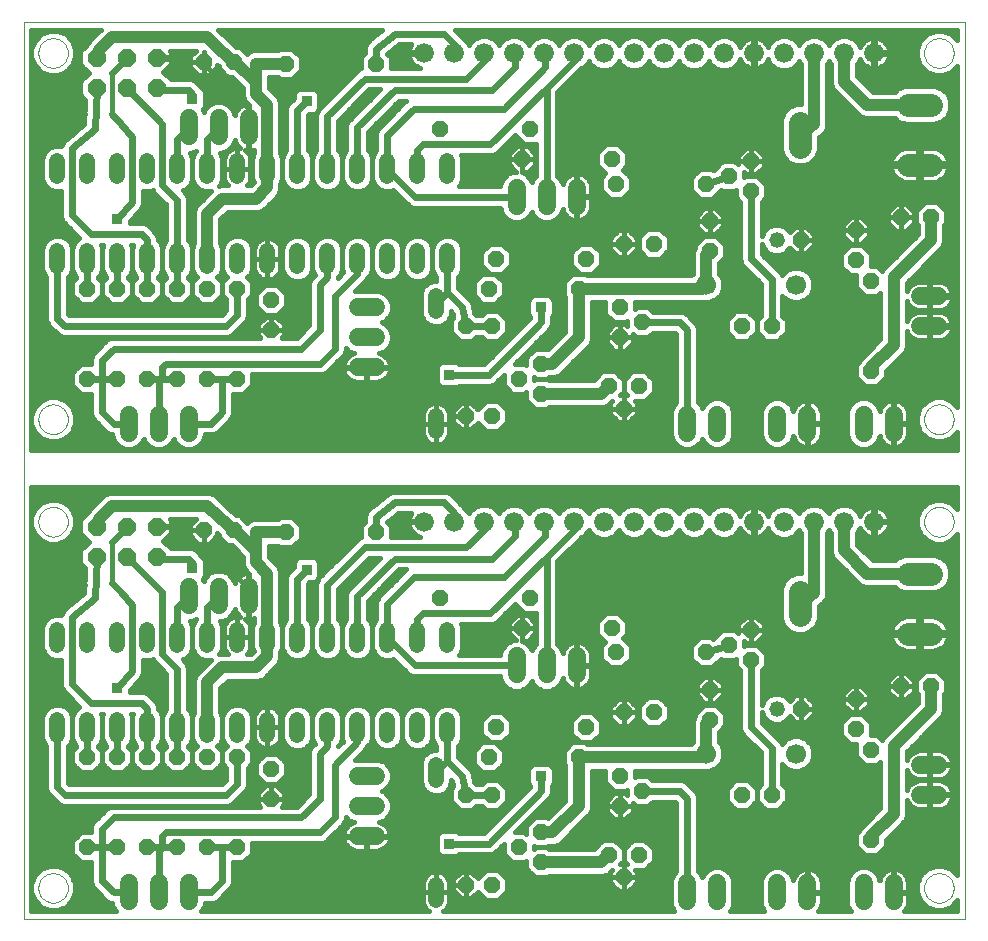
<source format=gbl>
G75*
G70*
%OFA0B0*%
%FSLAX24Y24*%
%IPPOS*%
%LPD*%
%AMOC8*
5,1,8,0,0,1.08239X$1,22.5*
%
%ADD10C,0.0000*%
%ADD11C,0.0520*%
%ADD12OC8,0.0520*%
%ADD13C,0.0660*%
%ADD14C,0.0600*%
%ADD15C,0.0669*%
%ADD16C,0.0520*%
%ADD17OC8,0.0600*%
%ADD18C,0.0780*%
%ADD19C,0.0160*%
%ADD20C,0.0240*%
%ADD21C,0.0400*%
%ADD22R,0.0356X0.0356*%
D10*
X000305Y000243D02*
X000305Y030114D01*
X031675Y030114D01*
X031675Y000243D01*
X000305Y000243D01*
X000799Y001265D02*
X000801Y001309D01*
X000807Y001353D01*
X000817Y001396D01*
X000830Y001438D01*
X000848Y001478D01*
X000869Y001517D01*
X000893Y001554D01*
X000920Y001589D01*
X000951Y001621D01*
X000984Y001650D01*
X001020Y001676D01*
X001058Y001698D01*
X001098Y001717D01*
X001139Y001733D01*
X001182Y001745D01*
X001225Y001753D01*
X001269Y001757D01*
X001313Y001757D01*
X001357Y001753D01*
X001400Y001745D01*
X001443Y001733D01*
X001484Y001717D01*
X001524Y001698D01*
X001562Y001676D01*
X001598Y001650D01*
X001631Y001621D01*
X001662Y001589D01*
X001689Y001554D01*
X001713Y001517D01*
X001734Y001478D01*
X001752Y001438D01*
X001765Y001396D01*
X001775Y001353D01*
X001781Y001309D01*
X001783Y001265D01*
X001781Y001221D01*
X001775Y001177D01*
X001765Y001134D01*
X001752Y001092D01*
X001734Y001052D01*
X001713Y001013D01*
X001689Y000976D01*
X001662Y000941D01*
X001631Y000909D01*
X001598Y000880D01*
X001562Y000854D01*
X001524Y000832D01*
X001484Y000813D01*
X001443Y000797D01*
X001400Y000785D01*
X001357Y000777D01*
X001313Y000773D01*
X001269Y000773D01*
X001225Y000777D01*
X001182Y000785D01*
X001139Y000797D01*
X001098Y000813D01*
X001058Y000832D01*
X001020Y000854D01*
X000984Y000880D01*
X000951Y000909D01*
X000920Y000941D01*
X000893Y000976D01*
X000869Y001013D01*
X000848Y001052D01*
X000830Y001092D01*
X000817Y001134D01*
X000807Y001177D01*
X000801Y001221D01*
X000799Y001265D01*
X000799Y013470D02*
X000801Y013514D01*
X000807Y013558D01*
X000817Y013601D01*
X000830Y013643D01*
X000848Y013683D01*
X000869Y013722D01*
X000893Y013759D01*
X000920Y013794D01*
X000951Y013826D01*
X000984Y013855D01*
X001020Y013881D01*
X001058Y013903D01*
X001098Y013922D01*
X001139Y013938D01*
X001182Y013950D01*
X001225Y013958D01*
X001269Y013962D01*
X001313Y013962D01*
X001357Y013958D01*
X001400Y013950D01*
X001443Y013938D01*
X001484Y013922D01*
X001524Y013903D01*
X001562Y013881D01*
X001598Y013855D01*
X001631Y013826D01*
X001662Y013794D01*
X001689Y013759D01*
X001713Y013722D01*
X001734Y013683D01*
X001752Y013643D01*
X001765Y013601D01*
X001775Y013558D01*
X001781Y013514D01*
X001783Y013470D01*
X001781Y013426D01*
X001775Y013382D01*
X001765Y013339D01*
X001752Y013297D01*
X001734Y013257D01*
X001713Y013218D01*
X001689Y013181D01*
X001662Y013146D01*
X001631Y013114D01*
X001598Y013085D01*
X001562Y013059D01*
X001524Y013037D01*
X001484Y013018D01*
X001443Y013002D01*
X001400Y012990D01*
X001357Y012982D01*
X001313Y012978D01*
X001269Y012978D01*
X001225Y012982D01*
X001182Y012990D01*
X001139Y013002D01*
X001098Y013018D01*
X001058Y013037D01*
X001020Y013059D01*
X000984Y013085D01*
X000951Y013114D01*
X000920Y013146D01*
X000893Y013181D01*
X000869Y013218D01*
X000848Y013257D01*
X000830Y013297D01*
X000817Y013339D01*
X000807Y013382D01*
X000801Y013426D01*
X000799Y013470D01*
X000799Y016890D02*
X000801Y016934D01*
X000807Y016978D01*
X000817Y017021D01*
X000830Y017063D01*
X000848Y017103D01*
X000869Y017142D01*
X000893Y017179D01*
X000920Y017214D01*
X000951Y017246D01*
X000984Y017275D01*
X001020Y017301D01*
X001058Y017323D01*
X001098Y017342D01*
X001139Y017358D01*
X001182Y017370D01*
X001225Y017378D01*
X001269Y017382D01*
X001313Y017382D01*
X001357Y017378D01*
X001400Y017370D01*
X001443Y017358D01*
X001484Y017342D01*
X001524Y017323D01*
X001562Y017301D01*
X001598Y017275D01*
X001631Y017246D01*
X001662Y017214D01*
X001689Y017179D01*
X001713Y017142D01*
X001734Y017103D01*
X001752Y017063D01*
X001765Y017021D01*
X001775Y016978D01*
X001781Y016934D01*
X001783Y016890D01*
X001781Y016846D01*
X001775Y016802D01*
X001765Y016759D01*
X001752Y016717D01*
X001734Y016677D01*
X001713Y016638D01*
X001689Y016601D01*
X001662Y016566D01*
X001631Y016534D01*
X001598Y016505D01*
X001562Y016479D01*
X001524Y016457D01*
X001484Y016438D01*
X001443Y016422D01*
X001400Y016410D01*
X001357Y016402D01*
X001313Y016398D01*
X001269Y016398D01*
X001225Y016402D01*
X001182Y016410D01*
X001139Y016422D01*
X001098Y016438D01*
X001058Y016457D01*
X001020Y016479D01*
X000984Y016505D01*
X000951Y016534D01*
X000920Y016566D01*
X000893Y016601D01*
X000869Y016638D01*
X000848Y016677D01*
X000830Y016717D01*
X000817Y016759D01*
X000807Y016802D01*
X000801Y016846D01*
X000799Y016890D01*
X000799Y029095D02*
X000801Y029139D01*
X000807Y029183D01*
X000817Y029226D01*
X000830Y029268D01*
X000848Y029308D01*
X000869Y029347D01*
X000893Y029384D01*
X000920Y029419D01*
X000951Y029451D01*
X000984Y029480D01*
X001020Y029506D01*
X001058Y029528D01*
X001098Y029547D01*
X001139Y029563D01*
X001182Y029575D01*
X001225Y029583D01*
X001269Y029587D01*
X001313Y029587D01*
X001357Y029583D01*
X001400Y029575D01*
X001443Y029563D01*
X001484Y029547D01*
X001524Y029528D01*
X001562Y029506D01*
X001598Y029480D01*
X001631Y029451D01*
X001662Y029419D01*
X001689Y029384D01*
X001713Y029347D01*
X001734Y029308D01*
X001752Y029268D01*
X001765Y029226D01*
X001775Y029183D01*
X001781Y029139D01*
X001783Y029095D01*
X001781Y029051D01*
X001775Y029007D01*
X001765Y028964D01*
X001752Y028922D01*
X001734Y028882D01*
X001713Y028843D01*
X001689Y028806D01*
X001662Y028771D01*
X001631Y028739D01*
X001598Y028710D01*
X001562Y028684D01*
X001524Y028662D01*
X001484Y028643D01*
X001443Y028627D01*
X001400Y028615D01*
X001357Y028607D01*
X001313Y028603D01*
X001269Y028603D01*
X001225Y028607D01*
X001182Y028615D01*
X001139Y028627D01*
X001098Y028643D01*
X001058Y028662D01*
X001020Y028684D01*
X000984Y028710D01*
X000951Y028739D01*
X000920Y028771D01*
X000893Y028806D01*
X000869Y028843D01*
X000848Y028882D01*
X000830Y028922D01*
X000817Y028964D01*
X000807Y029007D01*
X000801Y029051D01*
X000799Y029095D01*
X030327Y029095D02*
X030329Y029139D01*
X030335Y029183D01*
X030345Y029226D01*
X030358Y029268D01*
X030376Y029308D01*
X030397Y029347D01*
X030421Y029384D01*
X030448Y029419D01*
X030479Y029451D01*
X030512Y029480D01*
X030548Y029506D01*
X030586Y029528D01*
X030626Y029547D01*
X030667Y029563D01*
X030710Y029575D01*
X030753Y029583D01*
X030797Y029587D01*
X030841Y029587D01*
X030885Y029583D01*
X030928Y029575D01*
X030971Y029563D01*
X031012Y029547D01*
X031052Y029528D01*
X031090Y029506D01*
X031126Y029480D01*
X031159Y029451D01*
X031190Y029419D01*
X031217Y029384D01*
X031241Y029347D01*
X031262Y029308D01*
X031280Y029268D01*
X031293Y029226D01*
X031303Y029183D01*
X031309Y029139D01*
X031311Y029095D01*
X031309Y029051D01*
X031303Y029007D01*
X031293Y028964D01*
X031280Y028922D01*
X031262Y028882D01*
X031241Y028843D01*
X031217Y028806D01*
X031190Y028771D01*
X031159Y028739D01*
X031126Y028710D01*
X031090Y028684D01*
X031052Y028662D01*
X031012Y028643D01*
X030971Y028627D01*
X030928Y028615D01*
X030885Y028607D01*
X030841Y028603D01*
X030797Y028603D01*
X030753Y028607D01*
X030710Y028615D01*
X030667Y028627D01*
X030626Y028643D01*
X030586Y028662D01*
X030548Y028684D01*
X030512Y028710D01*
X030479Y028739D01*
X030448Y028771D01*
X030421Y028806D01*
X030397Y028843D01*
X030376Y028882D01*
X030358Y028922D01*
X030345Y028964D01*
X030335Y029007D01*
X030329Y029051D01*
X030327Y029095D01*
X030327Y016890D02*
X030329Y016934D01*
X030335Y016978D01*
X030345Y017021D01*
X030358Y017063D01*
X030376Y017103D01*
X030397Y017142D01*
X030421Y017179D01*
X030448Y017214D01*
X030479Y017246D01*
X030512Y017275D01*
X030548Y017301D01*
X030586Y017323D01*
X030626Y017342D01*
X030667Y017358D01*
X030710Y017370D01*
X030753Y017378D01*
X030797Y017382D01*
X030841Y017382D01*
X030885Y017378D01*
X030928Y017370D01*
X030971Y017358D01*
X031012Y017342D01*
X031052Y017323D01*
X031090Y017301D01*
X031126Y017275D01*
X031159Y017246D01*
X031190Y017214D01*
X031217Y017179D01*
X031241Y017142D01*
X031262Y017103D01*
X031280Y017063D01*
X031293Y017021D01*
X031303Y016978D01*
X031309Y016934D01*
X031311Y016890D01*
X031309Y016846D01*
X031303Y016802D01*
X031293Y016759D01*
X031280Y016717D01*
X031262Y016677D01*
X031241Y016638D01*
X031217Y016601D01*
X031190Y016566D01*
X031159Y016534D01*
X031126Y016505D01*
X031090Y016479D01*
X031052Y016457D01*
X031012Y016438D01*
X030971Y016422D01*
X030928Y016410D01*
X030885Y016402D01*
X030841Y016398D01*
X030797Y016398D01*
X030753Y016402D01*
X030710Y016410D01*
X030667Y016422D01*
X030626Y016438D01*
X030586Y016457D01*
X030548Y016479D01*
X030512Y016505D01*
X030479Y016534D01*
X030448Y016566D01*
X030421Y016601D01*
X030397Y016638D01*
X030376Y016677D01*
X030358Y016717D01*
X030345Y016759D01*
X030335Y016802D01*
X030329Y016846D01*
X030327Y016890D01*
X030327Y013470D02*
X030329Y013514D01*
X030335Y013558D01*
X030345Y013601D01*
X030358Y013643D01*
X030376Y013683D01*
X030397Y013722D01*
X030421Y013759D01*
X030448Y013794D01*
X030479Y013826D01*
X030512Y013855D01*
X030548Y013881D01*
X030586Y013903D01*
X030626Y013922D01*
X030667Y013938D01*
X030710Y013950D01*
X030753Y013958D01*
X030797Y013962D01*
X030841Y013962D01*
X030885Y013958D01*
X030928Y013950D01*
X030971Y013938D01*
X031012Y013922D01*
X031052Y013903D01*
X031090Y013881D01*
X031126Y013855D01*
X031159Y013826D01*
X031190Y013794D01*
X031217Y013759D01*
X031241Y013722D01*
X031262Y013683D01*
X031280Y013643D01*
X031293Y013601D01*
X031303Y013558D01*
X031309Y013514D01*
X031311Y013470D01*
X031309Y013426D01*
X031303Y013382D01*
X031293Y013339D01*
X031280Y013297D01*
X031262Y013257D01*
X031241Y013218D01*
X031217Y013181D01*
X031190Y013146D01*
X031159Y013114D01*
X031126Y013085D01*
X031090Y013059D01*
X031052Y013037D01*
X031012Y013018D01*
X030971Y013002D01*
X030928Y012990D01*
X030885Y012982D01*
X030841Y012978D01*
X030797Y012978D01*
X030753Y012982D01*
X030710Y012990D01*
X030667Y013002D01*
X030626Y013018D01*
X030586Y013037D01*
X030548Y013059D01*
X030512Y013085D01*
X030479Y013114D01*
X030448Y013146D01*
X030421Y013181D01*
X030397Y013218D01*
X030376Y013257D01*
X030358Y013297D01*
X030345Y013339D01*
X030335Y013382D01*
X030329Y013426D01*
X030327Y013470D01*
X030327Y001265D02*
X030329Y001309D01*
X030335Y001353D01*
X030345Y001396D01*
X030358Y001438D01*
X030376Y001478D01*
X030397Y001517D01*
X030421Y001554D01*
X030448Y001589D01*
X030479Y001621D01*
X030512Y001650D01*
X030548Y001676D01*
X030586Y001698D01*
X030626Y001717D01*
X030667Y001733D01*
X030710Y001745D01*
X030753Y001753D01*
X030797Y001757D01*
X030841Y001757D01*
X030885Y001753D01*
X030928Y001745D01*
X030971Y001733D01*
X031012Y001717D01*
X031052Y001698D01*
X031090Y001676D01*
X031126Y001650D01*
X031159Y001621D01*
X031190Y001589D01*
X031217Y001554D01*
X031241Y001517D01*
X031262Y001478D01*
X031280Y001438D01*
X031293Y001396D01*
X031303Y001353D01*
X031309Y001309D01*
X031311Y001265D01*
X031309Y001221D01*
X031303Y001177D01*
X031293Y001134D01*
X031280Y001092D01*
X031262Y001052D01*
X031241Y001013D01*
X031217Y000976D01*
X031190Y000941D01*
X031159Y000909D01*
X031126Y000880D01*
X031090Y000854D01*
X031052Y000832D01*
X031012Y000813D01*
X030971Y000797D01*
X030928Y000785D01*
X030885Y000777D01*
X030841Y000773D01*
X030797Y000773D01*
X030753Y000777D01*
X030710Y000785D01*
X030667Y000797D01*
X030626Y000813D01*
X030586Y000832D01*
X030548Y000854D01*
X030512Y000880D01*
X030479Y000909D01*
X030448Y000941D01*
X030421Y000976D01*
X030397Y001013D01*
X030376Y001052D01*
X030358Y001092D01*
X030345Y001134D01*
X030335Y001177D01*
X030329Y001221D01*
X030327Y001265D01*
D11*
X014430Y006358D02*
X014430Y006878D01*
X013430Y006878D02*
X013430Y006358D01*
X012430Y006358D02*
X012430Y006878D01*
X011430Y006878D02*
X011430Y006358D01*
X010430Y006358D02*
X010430Y006878D01*
X009430Y006878D02*
X009430Y006358D01*
X008430Y006358D02*
X008430Y006878D01*
X007430Y006878D02*
X007430Y006358D01*
X006430Y006358D02*
X006430Y006878D01*
X005430Y006878D02*
X005430Y006358D01*
X004430Y006358D02*
X004430Y006878D01*
X003430Y006878D02*
X003430Y006358D01*
X002430Y006358D02*
X002430Y006878D01*
X001430Y006878D02*
X001430Y006358D01*
X001430Y009358D02*
X001430Y009878D01*
X002430Y009878D02*
X002430Y009358D01*
X003430Y009358D02*
X003430Y009878D01*
X004430Y009878D02*
X004430Y009358D01*
X005430Y009358D02*
X005430Y009878D01*
X006430Y009878D02*
X006430Y009358D01*
X007430Y009358D02*
X007430Y009878D01*
X008430Y009878D02*
X008430Y009358D01*
X009430Y009358D02*
X009430Y009878D01*
X010430Y009878D02*
X010430Y009358D01*
X011430Y009358D02*
X011430Y009878D01*
X012430Y009878D02*
X012430Y009358D01*
X013430Y009358D02*
X013430Y009878D01*
X014430Y009878D02*
X014430Y009358D01*
X014055Y005378D02*
X014055Y004858D01*
X014055Y001378D02*
X014055Y000858D01*
X014055Y016483D02*
X014055Y017003D01*
X014055Y020483D02*
X014055Y021003D01*
X014430Y021983D02*
X014430Y022503D01*
X013430Y022503D02*
X013430Y021983D01*
X012430Y021983D02*
X012430Y022503D01*
X011430Y022503D02*
X011430Y021983D01*
X010430Y021983D02*
X010430Y022503D01*
X009430Y022503D02*
X009430Y021983D01*
X008430Y021983D02*
X008430Y022503D01*
X007430Y022503D02*
X007430Y021983D01*
X006430Y021983D02*
X006430Y022503D01*
X005430Y022503D02*
X005430Y021983D01*
X004430Y021983D02*
X004430Y022503D01*
X003430Y022503D02*
X003430Y021983D01*
X002430Y021983D02*
X002430Y022503D01*
X001430Y022503D02*
X001430Y021983D01*
X001430Y024983D02*
X001430Y025503D01*
X002430Y025503D02*
X002430Y024983D01*
X003430Y024983D02*
X003430Y025503D01*
X004430Y025503D02*
X004430Y024983D01*
X005430Y024983D02*
X005430Y025503D01*
X006430Y025503D02*
X006430Y024983D01*
X007430Y024983D02*
X007430Y025503D01*
X008430Y025503D02*
X008430Y024983D01*
X009430Y024983D02*
X009430Y025503D01*
X010430Y025503D02*
X010430Y024983D01*
X011430Y024983D02*
X011430Y025503D01*
X012430Y025503D02*
X012430Y024983D01*
X013430Y024983D02*
X013430Y025503D01*
X014430Y025503D02*
X014430Y024983D01*
D12*
X014180Y026555D03*
X012055Y028743D03*
X009055Y028743D03*
X007305Y028805D03*
X006305Y028805D03*
X006430Y021243D03*
X007430Y021243D03*
X008555Y020868D03*
X008555Y019868D03*
X007430Y018243D03*
X006430Y018243D03*
X005430Y018243D03*
X004430Y018243D03*
X003430Y018243D03*
X002430Y018243D03*
X002430Y021243D03*
X003430Y021243D03*
X004430Y021243D03*
X005430Y021243D03*
X006305Y013180D03*
X007305Y013180D03*
X009055Y013118D03*
X012055Y013118D03*
X014180Y010930D03*
X016930Y009930D03*
X017180Y010930D03*
X019930Y009930D03*
X020055Y009118D03*
X020305Y007118D03*
X021305Y007118D03*
X023180Y006868D03*
X023180Y007868D03*
X023055Y009118D03*
X023805Y009368D03*
X024555Y009868D03*
X024555Y008868D03*
X026205Y007243D03*
X028055Y007555D03*
X028055Y006555D03*
X028555Y005868D03*
X029555Y007993D03*
X030555Y007993D03*
X028555Y002868D03*
X025242Y004368D03*
X024242Y004368D03*
X020930Y004493D03*
X020180Y004993D03*
X020180Y003993D03*
X019805Y002368D03*
X020305Y001618D03*
X020805Y002368D03*
X017555Y002118D03*
X016805Y002618D03*
X017555Y003118D03*
X015930Y004368D03*
X015055Y004368D03*
X015805Y005618D03*
X016055Y006618D03*
X018805Y005618D03*
X019055Y006618D03*
X015930Y001368D03*
X015055Y001368D03*
X008555Y004243D03*
X008555Y005243D03*
X007430Y005618D03*
X006430Y005618D03*
X005430Y005618D03*
X004430Y005618D03*
X003430Y005618D03*
X002430Y005618D03*
X002430Y002618D03*
X003430Y002618D03*
X004430Y002618D03*
X005430Y002618D03*
X006430Y002618D03*
X007430Y002618D03*
X015055Y016993D03*
X015930Y016993D03*
X016805Y018243D03*
X017555Y018743D03*
X017555Y017743D03*
X019805Y017993D03*
X020305Y017243D03*
X020805Y017993D03*
X020180Y019618D03*
X020930Y020118D03*
X020180Y020618D03*
X018805Y021243D03*
X019055Y022243D03*
X020305Y022743D03*
X021305Y022743D03*
X023180Y022493D03*
X023180Y023493D03*
X023055Y024743D03*
X023805Y024993D03*
X024555Y025493D03*
X024555Y024493D03*
X026205Y022868D03*
X028055Y023180D03*
X028055Y022180D03*
X028555Y021493D03*
X029555Y023618D03*
X030555Y023618D03*
X028555Y018493D03*
X025242Y019993D03*
X024242Y019993D03*
X020055Y024743D03*
X019930Y025555D03*
X017180Y026555D03*
X016930Y025555D03*
X016055Y022243D03*
X015805Y021243D03*
X015930Y019993D03*
X015055Y019993D03*
D13*
X014653Y013470D03*
X013653Y013470D03*
X015653Y013470D03*
X016653Y013470D03*
X017653Y013470D03*
X018653Y013470D03*
X019653Y013470D03*
X020653Y013470D03*
X021653Y013470D03*
X022653Y013470D03*
X023653Y013470D03*
X024653Y013470D03*
X025653Y013470D03*
X026653Y013470D03*
X027653Y013470D03*
X028653Y013470D03*
X028653Y029095D03*
X027653Y029095D03*
X026653Y029095D03*
X025653Y029095D03*
X024653Y029095D03*
X023653Y029095D03*
X022653Y029095D03*
X021653Y029095D03*
X020653Y029095D03*
X019653Y029095D03*
X018653Y029095D03*
X017653Y029095D03*
X016653Y029095D03*
X015653Y029095D03*
X014653Y029095D03*
X013653Y029095D03*
D14*
X016743Y024605D02*
X016743Y024005D01*
X017743Y024005D02*
X017743Y024605D01*
X018743Y024605D02*
X018743Y024005D01*
X012042Y020617D02*
X011442Y020617D01*
X011442Y019617D02*
X012042Y019617D01*
X012042Y018617D02*
X011442Y018617D01*
X005805Y017043D02*
X005805Y016443D01*
X004805Y016443D02*
X004805Y017043D01*
X003805Y017043D02*
X003805Y016443D01*
X005805Y011293D02*
X005805Y010693D01*
X006805Y010693D02*
X006805Y011293D01*
X007805Y011293D02*
X007805Y010693D01*
X011442Y004992D02*
X012042Y004992D01*
X012042Y003992D02*
X011442Y003992D01*
X011442Y002992D02*
X012042Y002992D01*
X016743Y008380D02*
X016743Y008980D01*
X017743Y008980D02*
X017743Y008380D01*
X018743Y008380D02*
X018743Y008980D01*
X022430Y001418D02*
X022430Y000818D01*
X023430Y000818D02*
X023430Y001418D01*
X025430Y001418D02*
X025430Y000818D01*
X026430Y000818D02*
X026430Y001418D01*
X028305Y001418D02*
X028305Y000818D01*
X029305Y000818D02*
X029305Y001418D01*
X030192Y004368D02*
X030792Y004368D01*
X030792Y005368D02*
X030192Y005368D01*
X029305Y016443D02*
X029305Y017043D01*
X028305Y017043D02*
X028305Y016443D01*
X026430Y016443D02*
X026430Y017043D01*
X025430Y017043D02*
X025430Y016443D01*
X023430Y016443D02*
X023430Y017043D01*
X022430Y017043D02*
X022430Y016443D01*
X030192Y019993D02*
X030792Y019993D01*
X030792Y020993D02*
X030192Y020993D01*
X007805Y026318D02*
X007805Y026918D01*
X006805Y026918D02*
X006805Y026318D01*
X005805Y026318D02*
X005805Y026918D01*
X005805Y001418D02*
X005805Y000818D01*
X004805Y000818D02*
X004805Y001418D01*
X003805Y001418D02*
X003805Y000818D01*
D15*
X023055Y005743D03*
X026055Y005743D03*
X026055Y021368D03*
X023055Y021368D03*
D16*
X025405Y022868D03*
X025405Y007243D03*
D17*
X004742Y012305D03*
X003742Y012305D03*
X002742Y012305D03*
X002742Y013305D03*
X003742Y013305D03*
X004742Y013305D03*
X004742Y027930D03*
X003742Y027930D03*
X002742Y027930D03*
X002742Y028930D03*
X003742Y028930D03*
X004742Y028930D03*
D18*
X026180Y026758D02*
X026180Y025978D01*
X029790Y025368D02*
X030570Y025368D01*
X030570Y027368D02*
X029790Y027368D01*
X029790Y011743D02*
X030570Y011743D01*
X030570Y009743D02*
X029790Y009743D01*
X026180Y010353D02*
X026180Y011133D01*
D19*
X025597Y011371D02*
X018103Y011371D01*
X018103Y011213D02*
X025550Y011213D01*
X025550Y011258D02*
X025550Y010227D01*
X025646Y009996D01*
X025823Y009818D01*
X026055Y009723D01*
X026305Y009723D01*
X026537Y009818D01*
X026714Y009996D01*
X026810Y010227D01*
X026810Y010660D01*
X026871Y010705D01*
X026903Y010718D01*
X026941Y010756D01*
X026985Y010788D01*
X027002Y010818D01*
X027026Y010842D01*
X027047Y010892D01*
X027075Y010938D01*
X027080Y010972D01*
X027093Y011003D01*
X027093Y011058D01*
X027102Y011111D01*
X027093Y011144D01*
X027093Y013104D01*
X027137Y013147D01*
X027153Y013188D01*
X027170Y013147D01*
X027213Y013104D01*
X027213Y012432D01*
X027280Y012270D01*
X028057Y011493D01*
X028181Y011370D01*
X028342Y011303D01*
X029339Y011303D01*
X029433Y011208D01*
X029665Y011113D01*
X030695Y011113D01*
X030927Y011208D01*
X031104Y011386D01*
X031200Y011617D01*
X031200Y011868D01*
X031104Y012099D01*
X030927Y012277D01*
X030695Y012373D01*
X029665Y012373D01*
X029433Y012277D01*
X029339Y012183D01*
X028612Y012183D01*
X028093Y012701D01*
X028093Y013104D01*
X028137Y013147D01*
X028185Y013265D01*
X028217Y013203D01*
X028264Y013138D01*
X028321Y013081D01*
X028386Y013034D01*
X028458Y012997D01*
X028534Y012972D01*
X028613Y012960D01*
X028635Y012960D01*
X028635Y013451D01*
X028672Y013451D01*
X028672Y012960D01*
X028694Y012960D01*
X028773Y012972D01*
X028849Y012997D01*
X028921Y013034D01*
X028986Y013081D01*
X029042Y013138D01*
X029090Y013203D01*
X029126Y013274D01*
X029151Y013350D01*
X029163Y013430D01*
X029163Y013451D01*
X028672Y013451D01*
X028672Y013488D01*
X029163Y013488D01*
X029163Y013510D01*
X029151Y013589D01*
X029126Y013666D01*
X029090Y013737D01*
X029042Y013802D01*
X028986Y013859D01*
X028921Y013906D01*
X028849Y013943D01*
X028773Y013967D01*
X028694Y013980D01*
X028672Y013980D01*
X028672Y013488D01*
X028635Y013488D01*
X028635Y013980D01*
X028613Y013980D01*
X028534Y013967D01*
X028458Y013943D01*
X028386Y013906D01*
X028321Y013859D01*
X028264Y013802D01*
X028217Y013737D01*
X028185Y013675D01*
X028137Y013793D01*
X027976Y013953D01*
X027767Y014040D01*
X027540Y014040D01*
X027331Y013953D01*
X027170Y013793D01*
X027153Y013752D01*
X027137Y013793D01*
X026976Y013953D01*
X026767Y014040D01*
X026540Y014040D01*
X026331Y013953D01*
X026170Y013793D01*
X026153Y013752D01*
X026137Y013793D01*
X025976Y013953D01*
X025767Y014040D01*
X025540Y014040D01*
X025331Y013953D01*
X025170Y013793D01*
X025121Y013675D01*
X025090Y013737D01*
X025042Y013802D01*
X024986Y013859D01*
X024921Y013906D01*
X024849Y013943D01*
X024773Y013967D01*
X024694Y013980D01*
X024672Y013980D01*
X024672Y013488D01*
X024635Y013488D01*
X024635Y013980D01*
X024613Y013980D01*
X024534Y013967D01*
X024458Y013943D01*
X024386Y013906D01*
X024321Y013859D01*
X024264Y013802D01*
X024217Y013737D01*
X024185Y013675D01*
X024137Y013793D01*
X023976Y013953D01*
X023767Y014040D01*
X023540Y014040D01*
X023331Y013953D01*
X023170Y013793D01*
X023153Y013752D01*
X023137Y013793D01*
X022976Y013953D01*
X022767Y014040D01*
X022540Y014040D01*
X022331Y013953D01*
X022170Y013793D01*
X022153Y013752D01*
X022137Y013793D01*
X021976Y013953D01*
X021767Y014040D01*
X021540Y014040D01*
X021331Y013953D01*
X021170Y013793D01*
X021153Y013752D01*
X021137Y013793D01*
X020976Y013953D01*
X020767Y014040D01*
X020540Y014040D01*
X020331Y013953D01*
X020170Y013793D01*
X020153Y013752D01*
X020137Y013793D01*
X019976Y013953D01*
X019767Y014040D01*
X019540Y014040D01*
X019331Y013953D01*
X019170Y013793D01*
X019153Y013752D01*
X019137Y013793D01*
X018976Y013953D01*
X018767Y014040D01*
X018540Y014040D01*
X018331Y013953D01*
X018170Y013793D01*
X018153Y013752D01*
X018137Y013793D01*
X017976Y013953D01*
X017767Y014040D01*
X017540Y014040D01*
X017331Y013953D01*
X017170Y013793D01*
X017153Y013752D01*
X017137Y013793D01*
X016976Y013953D01*
X016767Y014040D01*
X016540Y014040D01*
X016331Y013953D01*
X016170Y013793D01*
X016153Y013752D01*
X016137Y013793D01*
X015976Y013953D01*
X015767Y014040D01*
X015540Y014040D01*
X015331Y013953D01*
X015170Y013793D01*
X015153Y013752D01*
X015137Y013793D01*
X014987Y013943D01*
X014985Y013946D01*
X014509Y014423D01*
X014377Y014478D01*
X012700Y014478D01*
X012649Y014483D01*
X012629Y014478D01*
X012608Y014478D01*
X012561Y014458D01*
X012511Y014443D01*
X012495Y014431D01*
X012476Y014423D01*
X012439Y014386D01*
X011870Y013931D01*
X011851Y013923D01*
X011814Y013886D01*
X011774Y013854D01*
X011764Y013836D01*
X011750Y013821D01*
X011730Y013774D01*
X011705Y013728D01*
X011703Y013708D01*
X011695Y013689D01*
X011695Y013637D01*
X011689Y013586D01*
X011695Y013566D01*
X011695Y013465D01*
X011555Y013325D01*
X011555Y012955D01*
X011476Y012923D01*
X011375Y012821D01*
X010136Y011583D01*
X010161Y011642D01*
X010161Y012093D01*
X010124Y012182D01*
X010056Y012249D01*
X009968Y012286D01*
X009517Y012286D01*
X009428Y012249D01*
X009361Y012182D01*
X009324Y012093D01*
X009324Y011959D01*
X009125Y011759D01*
X009070Y011627D01*
X009070Y010225D01*
X009006Y010161D01*
X008930Y009977D01*
X008930Y009258D01*
X008930Y009977D01*
X008870Y010122D01*
X008870Y011830D01*
X008803Y011992D01*
X008495Y012300D01*
X008495Y012678D01*
X008788Y012678D01*
X008848Y012618D01*
X009262Y012618D01*
X009555Y012910D01*
X009555Y013325D01*
X009262Y013618D01*
X008848Y013618D01*
X008788Y013558D01*
X007967Y013558D01*
X007806Y013491D01*
X007754Y013438D01*
X007512Y013680D01*
X007402Y013680D01*
X007106Y013939D01*
X006679Y014366D01*
X006517Y014433D01*
X003155Y014433D01*
X002993Y014366D01*
X002869Y014242D01*
X002532Y013904D01*
X002503Y013887D01*
X002471Y013843D01*
X002432Y013804D01*
X002419Y013773D01*
X002399Y013747D01*
X002392Y013719D01*
X002202Y013529D01*
X002202Y013081D01*
X002479Y012805D01*
X002202Y012529D01*
X002202Y012081D01*
X002365Y011919D01*
X002328Y011105D01*
X001742Y010617D01*
X001726Y010610D01*
X001687Y010571D01*
X001644Y010536D01*
X001637Y010521D01*
X001625Y010509D01*
X001604Y010458D01*
X001578Y010409D01*
X001576Y010392D01*
X001570Y010377D01*
X001570Y010361D01*
X001529Y010378D01*
X001331Y010378D01*
X001147Y010301D01*
X001006Y010161D01*
X000930Y009977D01*
X000930Y009258D01*
X001006Y009074D01*
X001147Y008934D01*
X001331Y008858D01*
X001529Y008858D01*
X001570Y008874D01*
X001570Y007983D01*
X001625Y007851D01*
X001726Y007750D01*
X002166Y007310D01*
X002147Y007301D01*
X002006Y007161D01*
X001930Y006977D01*
X001930Y006258D01*
X002006Y006074D01*
X002070Y006010D01*
X002070Y005965D01*
X001930Y005825D01*
X001930Y005410D01*
X002223Y005118D01*
X002637Y005118D01*
X002930Y005410D01*
X003223Y005118D01*
X003637Y005118D01*
X003930Y005410D01*
X004223Y005118D01*
X004637Y005118D01*
X004930Y005410D01*
X004930Y005825D01*
X004790Y005965D01*
X004790Y006010D01*
X004854Y006074D01*
X004930Y006258D01*
X004930Y006977D01*
X004930Y006258D01*
X005006Y006074D01*
X005070Y006010D01*
X005070Y005965D01*
X004930Y005825D01*
X004930Y005410D01*
X005223Y005118D01*
X005637Y005118D01*
X005930Y005410D01*
X006223Y005118D01*
X006637Y005118D01*
X006930Y005410D01*
X006930Y005825D01*
X006767Y005988D01*
X006854Y006074D01*
X006930Y006258D01*
X006930Y006977D01*
X006930Y006258D01*
X007006Y006074D01*
X007093Y005988D01*
X006930Y005825D01*
X006930Y005410D01*
X007070Y005270D01*
X007070Y004892D01*
X006906Y004728D01*
X001829Y004728D01*
X001790Y004767D01*
X001790Y006010D01*
X001854Y006074D01*
X001930Y006258D01*
X001930Y006977D01*
X001854Y007161D01*
X001713Y007301D01*
X001529Y007378D01*
X001331Y007378D01*
X001147Y007301D01*
X001006Y007161D01*
X000930Y006977D01*
X000930Y006258D01*
X001006Y006074D01*
X001070Y006010D01*
X001070Y004546D01*
X001125Y004414D01*
X001476Y004062D01*
X001608Y004008D01*
X007127Y004008D01*
X007259Y004062D01*
X007634Y004437D01*
X007735Y004539D01*
X007790Y004671D01*
X007790Y005270D01*
X007930Y005410D01*
X007930Y005825D01*
X007767Y005988D01*
X007854Y006074D01*
X007930Y006258D01*
X007930Y006977D01*
X007854Y007161D01*
X007713Y007301D01*
X007529Y007378D01*
X007331Y007378D01*
X007147Y007301D01*
X007006Y007161D01*
X006930Y006977D01*
X006870Y007122D01*
X006870Y007935D01*
X007112Y008178D01*
X008142Y008178D01*
X008304Y008245D01*
X008679Y008620D01*
X008803Y008743D01*
X008870Y008905D01*
X008870Y009113D01*
X008930Y009258D01*
X009006Y009074D01*
X009147Y008934D01*
X009331Y008858D01*
X009529Y008858D01*
X009713Y008934D01*
X009854Y009074D01*
X009930Y009258D01*
X010006Y009074D01*
X010147Y008934D01*
X010331Y008858D01*
X010529Y008858D01*
X010713Y008934D01*
X010854Y009074D01*
X010930Y009258D01*
X011006Y009074D01*
X011147Y008934D01*
X011331Y008858D01*
X011529Y008858D01*
X011713Y008934D01*
X011854Y009074D01*
X011930Y009258D01*
X012006Y009074D01*
X012147Y008934D01*
X012331Y008858D01*
X012529Y008858D01*
X012636Y008902D01*
X013164Y008375D01*
X013296Y008320D01*
X016203Y008320D01*
X016203Y008273D01*
X016285Y008074D01*
X016437Y007922D01*
X016635Y007840D01*
X016850Y007840D01*
X017048Y007922D01*
X017200Y008074D01*
X017243Y008176D01*
X017285Y008074D01*
X017437Y007922D01*
X017635Y007840D01*
X017850Y007840D01*
X018048Y007922D01*
X018200Y008074D01*
X018277Y008259D01*
X018298Y008196D01*
X018332Y008128D01*
X018376Y008067D01*
X018430Y008014D01*
X018491Y007969D01*
X018558Y007935D01*
X018630Y007912D01*
X018705Y007900D01*
X018723Y007900D01*
X018723Y008660D01*
X018763Y008660D01*
X018763Y008700D01*
X019223Y008700D01*
X019223Y009018D01*
X019211Y009092D01*
X019187Y009164D01*
X019153Y009232D01*
X019109Y009293D01*
X019055Y009346D01*
X018994Y009391D01*
X018927Y009425D01*
X018855Y009448D01*
X018780Y009460D01*
X018763Y009460D01*
X018763Y008700D01*
X018723Y008700D01*
X018723Y009460D01*
X018705Y009460D01*
X018630Y009448D01*
X018558Y009425D01*
X018491Y009391D01*
X018430Y009346D01*
X018376Y009293D01*
X018332Y009232D01*
X018298Y009164D01*
X018277Y009101D01*
X018200Y009286D01*
X018103Y009384D01*
X018103Y012156D01*
X018884Y012937D01*
X018903Y012956D01*
X018976Y012987D01*
X019137Y013147D01*
X019153Y013188D01*
X019170Y013147D01*
X019331Y012987D01*
X019540Y012900D01*
X019767Y012900D01*
X019976Y012987D01*
X020137Y013147D01*
X020153Y013188D01*
X020170Y013147D01*
X020331Y012987D01*
X020540Y012900D01*
X020767Y012900D01*
X020976Y012987D01*
X021137Y013147D01*
X021153Y013188D01*
X021170Y013147D01*
X021331Y012987D01*
X021540Y012900D01*
X021767Y012900D01*
X021976Y012987D01*
X022137Y013147D01*
X022153Y013188D01*
X022170Y013147D01*
X022331Y012987D01*
X022540Y012900D01*
X022767Y012900D01*
X022976Y012987D01*
X023137Y013147D01*
X023153Y013188D01*
X023170Y013147D01*
X023331Y012987D01*
X023540Y012900D01*
X023767Y012900D01*
X023976Y012987D01*
X024137Y013147D01*
X024185Y013265D01*
X024217Y013203D01*
X024264Y013138D01*
X024321Y013081D01*
X024386Y013034D01*
X024458Y012997D01*
X024534Y012972D01*
X024613Y012960D01*
X024635Y012960D01*
X024635Y013451D01*
X024672Y013451D01*
X024672Y012960D01*
X024694Y012960D01*
X024773Y012972D01*
X024849Y012997D01*
X024921Y013034D01*
X024986Y013081D01*
X025042Y013138D01*
X025090Y013203D01*
X025121Y013265D01*
X025170Y013147D01*
X025331Y012987D01*
X025540Y012900D01*
X025767Y012900D01*
X025976Y012987D01*
X026137Y013147D01*
X026153Y013188D01*
X026170Y013147D01*
X026213Y013104D01*
X026213Y011763D01*
X026055Y011763D01*
X025823Y011667D01*
X025646Y011489D01*
X025550Y011258D01*
X025550Y011054D02*
X018103Y011054D01*
X018103Y010896D02*
X025550Y010896D01*
X025550Y010737D02*
X018103Y010737D01*
X018103Y010579D02*
X025550Y010579D01*
X025550Y010420D02*
X020147Y010420D01*
X020137Y010430D02*
X019723Y010430D01*
X019430Y010137D01*
X019430Y009723D01*
X019692Y009461D01*
X019555Y009325D01*
X019555Y008910D01*
X019848Y008618D01*
X020262Y008618D01*
X020555Y008910D01*
X020555Y009325D01*
X020293Y009586D01*
X020430Y009723D01*
X020430Y010137D01*
X020137Y010430D01*
X020306Y010262D02*
X024327Y010262D01*
X024373Y010308D02*
X024115Y010050D01*
X024115Y009868D01*
X024555Y009868D01*
X024555Y010308D01*
X024373Y010308D01*
X024555Y010308D02*
X024555Y009868D01*
X024555Y009868D01*
X024995Y009868D01*
X024995Y010050D01*
X024737Y010308D01*
X024555Y010308D01*
X024555Y010262D02*
X024555Y010262D01*
X024555Y010103D02*
X024555Y010103D01*
X024555Y009945D02*
X024555Y009945D01*
X024555Y009868D02*
X024555Y009868D01*
X024555Y009868D01*
X024995Y009868D01*
X024995Y009685D01*
X024737Y009428D01*
X024555Y009428D01*
X024555Y009868D01*
X024115Y009868D01*
X024115Y009765D01*
X024012Y009868D01*
X023598Y009868D01*
X023314Y009583D01*
X023301Y009579D01*
X023262Y009618D01*
X022848Y009618D01*
X022555Y009325D01*
X022555Y008910D01*
X022848Y008618D01*
X023262Y008618D01*
X023546Y008902D01*
X023559Y008906D01*
X023598Y008868D01*
X024012Y008868D01*
X024055Y008910D01*
X024055Y008660D01*
X024195Y008520D01*
X024195Y006546D01*
X024250Y006414D01*
X024351Y006312D01*
X024882Y005781D01*
X024882Y004715D01*
X024742Y004575D01*
X024450Y004868D01*
X024035Y004868D01*
X023742Y004575D01*
X023742Y004160D01*
X024035Y003868D01*
X024450Y003868D01*
X024742Y004160D01*
X025035Y003868D01*
X025450Y003868D01*
X025742Y004160D01*
X025742Y004575D01*
X025602Y004715D01*
X025602Y005382D01*
X025729Y005255D01*
X025941Y005168D01*
X026169Y005168D01*
X026380Y005255D01*
X026542Y005417D01*
X026630Y005628D01*
X026630Y005857D01*
X026542Y006068D01*
X026380Y006230D01*
X026169Y006317D01*
X025941Y006317D01*
X025729Y006230D01*
X025573Y006073D01*
X025548Y006134D01*
X024915Y006767D01*
X024915Y007119D01*
X024981Y006959D01*
X025122Y006819D01*
X025306Y006743D01*
X025504Y006743D01*
X025688Y006819D01*
X025829Y006959D01*
X025840Y006986D01*
X026023Y006803D01*
X026205Y006803D01*
X026387Y006803D01*
X026645Y007060D01*
X026645Y007243D01*
X026645Y007425D01*
X026387Y007683D01*
X026205Y007683D01*
X026205Y007243D01*
X026205Y007243D01*
X026205Y007683D01*
X026023Y007683D01*
X025840Y007500D01*
X025829Y007526D01*
X025688Y007666D01*
X025504Y007743D01*
X025306Y007743D01*
X025122Y007666D01*
X024981Y007526D01*
X024915Y007366D01*
X024915Y008520D01*
X025055Y008660D01*
X025055Y009075D01*
X024762Y009368D01*
X024348Y009368D01*
X024305Y009325D01*
X024305Y009495D01*
X024373Y009428D01*
X024555Y009428D01*
X024555Y009868D01*
X024555Y009868D01*
X024555Y009786D02*
X024555Y009786D01*
X024555Y009628D02*
X024555Y009628D01*
X024555Y009469D02*
X024555Y009469D01*
X024779Y009469D02*
X029290Y009469D01*
X029302Y009444D02*
X029355Y009371D01*
X029419Y009308D01*
X029491Y009255D01*
X029571Y009214D01*
X029656Y009187D01*
X029745Y009173D01*
X030130Y009173D01*
X030130Y009693D01*
X029221Y009693D01*
X029234Y009609D01*
X029262Y009524D01*
X029302Y009444D01*
X029416Y009311D02*
X024819Y009311D01*
X024978Y009152D02*
X031435Y009152D01*
X031435Y008994D02*
X025055Y008994D01*
X025055Y008835D02*
X031435Y008835D01*
X031435Y008677D02*
X025055Y008677D01*
X024915Y008518D02*
X031435Y008518D01*
X031435Y008360D02*
X030895Y008360D01*
X030762Y008493D02*
X030348Y008493D01*
X030055Y008200D01*
X030055Y007785D01*
X030115Y007725D01*
X030115Y007425D01*
X029056Y006366D01*
X028932Y006242D01*
X028919Y006211D01*
X028762Y006368D01*
X028555Y006368D01*
X028555Y006762D01*
X028262Y007055D01*
X027848Y007055D01*
X027555Y006762D01*
X027555Y006348D01*
X027848Y006055D01*
X028055Y006055D01*
X028055Y005660D01*
X028348Y005368D01*
X028762Y005368D01*
X028865Y005470D01*
X028865Y003925D01*
X028306Y003366D01*
X028182Y003242D01*
X028154Y003173D01*
X028055Y003075D01*
X028055Y002660D01*
X028348Y002368D01*
X028762Y002368D01*
X029055Y002660D01*
X029055Y002870D01*
X029678Y003493D01*
X029745Y003655D01*
X029745Y004192D01*
X029748Y004183D01*
X029782Y004116D01*
X029826Y004055D01*
X029880Y004001D01*
X029941Y003957D01*
X030008Y003923D01*
X030080Y003899D01*
X030155Y003888D01*
X030472Y003888D01*
X030472Y004348D01*
X030512Y004348D01*
X030512Y003888D01*
X030830Y003888D01*
X030905Y003899D01*
X030977Y003923D01*
X031044Y003957D01*
X031105Y004001D01*
X031159Y004055D01*
X031203Y004116D01*
X031237Y004183D01*
X031261Y004255D01*
X031272Y004330D01*
X031272Y004348D01*
X030512Y004348D01*
X030512Y004388D01*
X030472Y004388D01*
X030472Y004848D01*
X030155Y004848D01*
X030080Y004836D01*
X030008Y004812D01*
X029941Y004778D01*
X029880Y004734D01*
X029826Y004680D01*
X029782Y004619D01*
X029748Y004552D01*
X029745Y004544D01*
X029745Y005192D01*
X029748Y005183D01*
X029782Y005116D01*
X029826Y005055D01*
X029880Y005001D01*
X029941Y004957D01*
X030008Y004923D01*
X030080Y004899D01*
X030155Y004888D01*
X030472Y004888D01*
X030472Y005348D01*
X030512Y005348D01*
X031435Y005348D01*
X031435Y005190D02*
X031239Y005190D01*
X031237Y005183D02*
X031261Y005255D01*
X031272Y005330D01*
X031272Y005348D01*
X030512Y005348D01*
X030512Y004888D01*
X030830Y004888D01*
X030905Y004899D01*
X030977Y004923D01*
X031044Y004957D01*
X031105Y005001D01*
X031159Y005055D01*
X031203Y005116D01*
X031237Y005183D01*
X031135Y005031D02*
X031435Y005031D01*
X031435Y004873D02*
X029745Y004873D01*
X029745Y005031D02*
X029850Y005031D01*
X029746Y005190D02*
X029745Y005190D01*
X029745Y005544D02*
X029745Y005810D01*
X030928Y006993D01*
X030995Y007155D01*
X030995Y007725D01*
X031055Y007785D01*
X031055Y008200D01*
X030762Y008493D01*
X031054Y008201D02*
X031435Y008201D01*
X031435Y008043D02*
X031055Y008043D01*
X031055Y007884D02*
X031435Y007884D01*
X031435Y007726D02*
X030995Y007726D01*
X030995Y007567D02*
X031435Y007567D01*
X031435Y007409D02*
X030995Y007409D01*
X030995Y007250D02*
X031435Y007250D01*
X031435Y007092D02*
X030969Y007092D01*
X030868Y006933D02*
X031435Y006933D01*
X031435Y006775D02*
X030709Y006775D01*
X030551Y006616D02*
X031435Y006616D01*
X031435Y006458D02*
X030392Y006458D01*
X030234Y006299D02*
X031435Y006299D01*
X031435Y006141D02*
X030075Y006141D01*
X029917Y005982D02*
X031435Y005982D01*
X031435Y005824D02*
X030942Y005824D01*
X030977Y005812D02*
X030905Y005836D01*
X030830Y005848D01*
X030512Y005848D01*
X030512Y005388D01*
X030472Y005388D01*
X030472Y005848D01*
X030155Y005848D01*
X030080Y005836D01*
X030008Y005812D01*
X029941Y005778D01*
X029880Y005734D01*
X029826Y005680D01*
X029782Y005619D01*
X029748Y005552D01*
X029745Y005544D01*
X029745Y005665D02*
X029815Y005665D01*
X029758Y005824D02*
X030043Y005824D01*
X030472Y005824D02*
X030512Y005824D01*
X030512Y005665D02*
X030472Y005665D01*
X030472Y005507D02*
X030512Y005507D01*
X030512Y005388D02*
X031272Y005388D01*
X031272Y005405D01*
X031261Y005480D01*
X031237Y005552D01*
X031203Y005619D01*
X031159Y005680D01*
X031105Y005734D01*
X031044Y005778D01*
X030977Y005812D01*
X031170Y005665D02*
X031435Y005665D01*
X031435Y005507D02*
X031252Y005507D01*
X030977Y004812D02*
X030905Y004836D01*
X030830Y004848D01*
X030512Y004848D01*
X030512Y004388D01*
X031272Y004388D01*
X031272Y004405D01*
X031261Y004480D01*
X031237Y004552D01*
X031203Y004619D01*
X031159Y004680D01*
X031105Y004734D01*
X031044Y004778D01*
X030977Y004812D01*
X031125Y004714D02*
X031435Y004714D01*
X031435Y004556D02*
X031235Y004556D01*
X031272Y004397D02*
X031435Y004397D01*
X031435Y004239D02*
X031255Y004239D01*
X031177Y004080D02*
X031435Y004080D01*
X031435Y003922D02*
X030973Y003922D01*
X030512Y003922D02*
X030472Y003922D01*
X030472Y004080D02*
X030512Y004080D01*
X030512Y004239D02*
X030472Y004239D01*
X030472Y004397D02*
X030512Y004397D01*
X030512Y004556D02*
X030472Y004556D01*
X030472Y004714D02*
X030512Y004714D01*
X030512Y005031D02*
X030472Y005031D01*
X030472Y005190D02*
X030512Y005190D01*
X030512Y005348D02*
X030512Y005388D01*
X029860Y004714D02*
X029745Y004714D01*
X029745Y004556D02*
X029750Y004556D01*
X029745Y004080D02*
X029808Y004080D01*
X029745Y003922D02*
X030012Y003922D01*
X029745Y003763D02*
X031435Y003763D01*
X031435Y003605D02*
X029724Y003605D01*
X029631Y003446D02*
X031435Y003446D01*
X031435Y003288D02*
X029472Y003288D01*
X029314Y003129D02*
X031435Y003129D01*
X031435Y002971D02*
X029155Y002971D01*
X029055Y002812D02*
X031435Y002812D01*
X031435Y002654D02*
X029048Y002654D01*
X028890Y002495D02*
X031435Y002495D01*
X031435Y002337D02*
X022790Y002337D01*
X022790Y002495D02*
X028220Y002495D01*
X028062Y002654D02*
X022790Y002654D01*
X022790Y002812D02*
X028055Y002812D01*
X028055Y002971D02*
X022790Y002971D01*
X022790Y003129D02*
X028109Y003129D01*
X028228Y003288D02*
X022790Y003288D01*
X022790Y003446D02*
X028386Y003446D01*
X028545Y003605D02*
X022790Y003605D01*
X022790Y003763D02*
X028703Y003763D01*
X028862Y003922D02*
X025504Y003922D01*
X025662Y004080D02*
X028865Y004080D01*
X028865Y004239D02*
X025742Y004239D01*
X025742Y004397D02*
X028865Y004397D01*
X028865Y004556D02*
X025742Y004556D01*
X025603Y004714D02*
X028865Y004714D01*
X028865Y004873D02*
X025602Y004873D01*
X025602Y005031D02*
X028865Y005031D01*
X028865Y005190D02*
X026222Y005190D01*
X026473Y005348D02*
X028865Y005348D01*
X028209Y005507D02*
X026579Y005507D01*
X026630Y005665D02*
X028055Y005665D01*
X028055Y005824D02*
X026630Y005824D01*
X026578Y005982D02*
X028055Y005982D01*
X027762Y006141D02*
X026470Y006141D01*
X026213Y006299D02*
X027604Y006299D01*
X027555Y006458D02*
X025224Y006458D01*
X025066Y006616D02*
X027555Y006616D01*
X027567Y006775D02*
X025582Y006775D01*
X025803Y006933D02*
X025892Y006933D01*
X026205Y006933D02*
X026205Y006933D01*
X026205Y006803D02*
X026205Y007243D01*
X026645Y007243D01*
X026205Y007243D01*
X026205Y007243D01*
X026205Y007243D01*
X026205Y006803D01*
X026205Y007092D02*
X026205Y007092D01*
X026205Y007250D02*
X026205Y007250D01*
X026205Y007409D02*
X026205Y007409D01*
X026205Y007567D02*
X026205Y007567D01*
X026503Y007567D02*
X027615Y007567D01*
X027615Y007555D02*
X028055Y007555D01*
X028055Y007115D01*
X028055Y007555D01*
X028055Y007555D01*
X028055Y007555D01*
X028495Y007555D01*
X028495Y007373D01*
X028237Y007115D01*
X028055Y007115D01*
X027873Y007115D01*
X027615Y007373D01*
X027615Y007555D01*
X028055Y007555D01*
X028055Y007555D01*
X028495Y007555D01*
X028495Y007737D01*
X028237Y007995D01*
X028055Y007995D01*
X027873Y007995D01*
X027615Y007737D01*
X027615Y007555D01*
X027615Y007409D02*
X026645Y007409D01*
X026645Y007250D02*
X027738Y007250D01*
X028055Y007250D02*
X028055Y007250D01*
X028055Y007409D02*
X028055Y007409D01*
X028055Y007555D02*
X028055Y007995D01*
X028055Y007555D01*
X028055Y007555D01*
X028055Y007567D02*
X028055Y007567D01*
X028055Y007726D02*
X028055Y007726D01*
X028055Y007884D02*
X028055Y007884D01*
X028348Y007884D02*
X029115Y007884D01*
X029115Y007810D02*
X029373Y007553D01*
X029555Y007553D01*
X029737Y007553D01*
X029995Y007810D01*
X029995Y007993D01*
X029995Y008175D01*
X029737Y008433D01*
X029555Y008433D01*
X029373Y008433D01*
X029115Y008175D01*
X029115Y007993D01*
X029555Y007993D01*
X029555Y008433D01*
X029555Y007993D01*
X029555Y007993D01*
X029995Y007993D01*
X029555Y007993D01*
X029555Y007993D01*
X029555Y007993D01*
X029115Y007993D01*
X029115Y007810D01*
X029200Y007726D02*
X028495Y007726D01*
X028495Y007567D02*
X029358Y007567D01*
X029555Y007567D02*
X029555Y007567D01*
X029555Y007553D02*
X029555Y007993D01*
X029555Y007993D01*
X029555Y007553D01*
X029555Y007726D02*
X029555Y007726D01*
X029555Y007884D02*
X029555Y007884D01*
X029555Y008043D02*
X029555Y008043D01*
X029555Y008201D02*
X029555Y008201D01*
X029555Y008360D02*
X029555Y008360D01*
X029810Y008360D02*
X030215Y008360D01*
X030056Y008201D02*
X029969Y008201D01*
X029995Y008043D02*
X030055Y008043D01*
X030055Y007884D02*
X029995Y007884D01*
X029910Y007726D02*
X030115Y007726D01*
X030115Y007567D02*
X029752Y007567D01*
X029940Y007250D02*
X028372Y007250D01*
X028495Y007409D02*
X030099Y007409D01*
X029782Y007092D02*
X026645Y007092D01*
X026518Y006933D02*
X027726Y006933D01*
X028384Y006933D02*
X029623Y006933D01*
X029465Y006775D02*
X028543Y006775D01*
X028555Y006616D02*
X029306Y006616D01*
X029148Y006458D02*
X028555Y006458D01*
X028831Y006299D02*
X028989Y006299D01*
X027615Y007726D02*
X025546Y007726D01*
X025264Y007726D02*
X024915Y007726D01*
X024915Y007884D02*
X027762Y007884D01*
X029115Y008043D02*
X024915Y008043D01*
X024915Y008201D02*
X029141Y008201D01*
X029300Y008360D02*
X024915Y008360D01*
X024195Y008360D02*
X019223Y008360D01*
X019223Y008342D02*
X019223Y008660D01*
X018763Y008660D01*
X018763Y007900D01*
X018780Y007900D01*
X018855Y007912D01*
X018927Y007935D01*
X018994Y007969D01*
X019055Y008014D01*
X019109Y008067D01*
X019153Y008128D01*
X019187Y008196D01*
X019211Y008268D01*
X019223Y008342D01*
X019189Y008201D02*
X022891Y008201D01*
X022998Y008308D02*
X022740Y008050D01*
X022740Y007868D01*
X023180Y007868D01*
X023180Y008308D01*
X022998Y008308D01*
X023180Y008308D02*
X023180Y007868D01*
X023180Y007868D01*
X023620Y007868D01*
X023620Y008050D01*
X023362Y008308D01*
X023180Y008308D01*
X023180Y008201D02*
X023180Y008201D01*
X023180Y008043D02*
X023180Y008043D01*
X023180Y007884D02*
X023180Y007884D01*
X023180Y007868D02*
X023180Y007868D01*
X023180Y007868D01*
X023620Y007868D01*
X023620Y007685D01*
X023362Y007428D01*
X023180Y007428D01*
X023180Y007868D01*
X022740Y007868D01*
X022740Y007685D01*
X022998Y007428D01*
X023180Y007428D01*
X023180Y007868D01*
X023180Y007868D01*
X023180Y007726D02*
X023180Y007726D01*
X023180Y007567D02*
X023180Y007567D01*
X023387Y007368D02*
X022973Y007368D01*
X022680Y007075D01*
X022680Y006987D01*
X022615Y006830D01*
X022615Y006115D01*
X022568Y006068D01*
X022563Y006058D01*
X019072Y006058D01*
X019012Y006118D01*
X018598Y006118D01*
X018305Y005825D01*
X018305Y005410D01*
X018365Y005350D01*
X018365Y004175D01*
X017785Y003595D01*
X017762Y003618D01*
X017348Y003618D01*
X017055Y003325D01*
X017055Y003075D01*
X017012Y003118D01*
X016689Y003118D01*
X017759Y004187D01*
X017860Y004289D01*
X017915Y004421D01*
X017915Y004657D01*
X017937Y004678D01*
X017973Y004767D01*
X017973Y005218D01*
X017937Y005307D01*
X017869Y005374D01*
X017781Y005411D01*
X017329Y005411D01*
X017241Y005374D01*
X017173Y005307D01*
X017137Y005218D01*
X017137Y004767D01*
X017173Y004678D01*
X017195Y004657D01*
X017195Y004642D01*
X015656Y003103D01*
X014828Y003103D01*
X014807Y003124D01*
X014718Y003161D01*
X014267Y003161D01*
X014178Y003124D01*
X014111Y003057D01*
X014074Y002968D01*
X014074Y002517D01*
X014111Y002428D01*
X014178Y002361D01*
X014267Y002324D01*
X014718Y002324D01*
X014807Y002361D01*
X014828Y002383D01*
X015733Y002383D01*
X015877Y002383D01*
X016009Y002437D01*
X016305Y002733D01*
X016305Y002410D01*
X016598Y002118D01*
X017012Y002118D01*
X017055Y002160D01*
X017055Y001910D01*
X017348Y001618D01*
X017762Y001618D01*
X017822Y001678D01*
X019642Y001678D01*
X019804Y001745D01*
X019927Y001868D01*
X019933Y001868D01*
X019865Y001800D01*
X019865Y001618D01*
X020305Y001618D01*
X020305Y002058D01*
X020202Y002058D01*
X020305Y002160D01*
X020305Y002575D01*
X020012Y002868D01*
X019598Y002868D01*
X019305Y002575D01*
X019305Y002558D01*
X017822Y002558D01*
X017762Y002618D01*
X017822Y002678D01*
X018017Y002678D01*
X018179Y002745D01*
X019054Y003620D01*
X019178Y003743D01*
X019245Y003905D01*
X019245Y005178D01*
X019680Y005178D01*
X019680Y004785D01*
X019973Y004493D01*
X020387Y004493D01*
X020430Y004535D01*
X020430Y004365D01*
X020362Y004433D01*
X020180Y004433D01*
X019998Y004433D01*
X019740Y004175D01*
X019740Y003993D01*
X020180Y003993D01*
X020180Y004433D01*
X020180Y003993D01*
X020180Y003993D01*
X020620Y003993D01*
X020620Y004095D01*
X020723Y003993D01*
X021137Y003993D01*
X021277Y004133D01*
X022031Y004133D01*
X022070Y004093D01*
X022070Y001821D01*
X021972Y001723D01*
X021890Y001525D01*
X021890Y000710D01*
X021972Y000512D01*
X022001Y000483D01*
X014287Y000483D01*
X014342Y000522D01*
X014391Y000571D01*
X014431Y000627D01*
X014463Y000689D01*
X014484Y000754D01*
X014495Y000823D01*
X014495Y001118D01*
X014495Y001412D01*
X014484Y001481D01*
X014463Y001546D01*
X014431Y001608D01*
X014391Y001664D01*
X014342Y001713D01*
X014286Y001754D01*
X014224Y001785D01*
X014158Y001807D01*
X014090Y001818D01*
X014055Y001818D01*
X014020Y001818D01*
X013952Y001807D01*
X013886Y001785D01*
X013824Y001754D01*
X013768Y001713D01*
X013719Y001664D01*
X013679Y001608D01*
X013647Y001546D01*
X013626Y001481D01*
X013615Y001412D01*
X013615Y001118D01*
X014055Y001118D01*
X014055Y001818D01*
X014055Y001118D01*
X014055Y001118D01*
X014495Y001118D01*
X014055Y001118D01*
X014055Y001118D01*
X014055Y001118D01*
X013615Y001118D01*
X013615Y000823D01*
X013626Y000754D01*
X013647Y000689D01*
X013679Y000627D01*
X013719Y000571D01*
X013768Y000522D01*
X013823Y000483D01*
X006234Y000483D01*
X006263Y000512D01*
X006345Y000710D01*
X006345Y000758D01*
X006627Y000758D01*
X006759Y000812D01*
X007134Y001187D01*
X007235Y001289D01*
X007290Y001421D01*
X007290Y002118D01*
X007637Y002118D01*
X007930Y002410D01*
X007930Y002758D01*
X010252Y002758D01*
X010384Y002812D01*
X010485Y002914D01*
X010884Y003312D01*
X010985Y003414D01*
X011040Y003546D01*
X011040Y003631D01*
X011137Y003535D01*
X011322Y003458D01*
X011258Y003437D01*
X011191Y003403D01*
X011130Y003359D01*
X011076Y003305D01*
X011032Y003244D01*
X010998Y003177D01*
X010974Y003105D01*
X010962Y003030D01*
X010962Y003012D01*
X011722Y003012D01*
X011722Y002972D01*
X011762Y002972D01*
X011762Y002512D01*
X012080Y002512D01*
X012155Y002524D01*
X012227Y002548D01*
X012294Y002582D01*
X012355Y002626D01*
X012409Y002680D01*
X012453Y002741D01*
X012487Y002808D01*
X012511Y002880D01*
X012522Y002955D01*
X012522Y002972D01*
X011762Y002972D01*
X011762Y003012D01*
X012522Y003012D01*
X012522Y003030D01*
X012511Y003105D01*
X012487Y003177D01*
X012453Y003244D01*
X012409Y003305D01*
X012355Y003359D01*
X012294Y003403D01*
X012227Y003437D01*
X012163Y003458D01*
X012348Y003535D01*
X012500Y003687D01*
X012582Y003885D01*
X012582Y004100D01*
X012500Y004298D01*
X012348Y004450D01*
X012246Y004492D01*
X012348Y004535D01*
X012500Y004687D01*
X012582Y004885D01*
X012582Y005100D01*
X012500Y005298D01*
X012348Y005450D01*
X012150Y005532D01*
X011354Y005532D01*
X011634Y005812D01*
X011735Y005914D01*
X011765Y005985D01*
X011854Y006074D01*
X011930Y006258D01*
X012006Y006074D01*
X012147Y005934D01*
X012331Y005858D01*
X012529Y005858D01*
X012713Y005934D01*
X012854Y006074D01*
X012930Y006258D01*
X012930Y006977D01*
X012930Y006258D01*
X013006Y006074D01*
X013147Y005934D01*
X013331Y005858D01*
X013529Y005858D01*
X013713Y005934D01*
X013854Y006074D01*
X013930Y006258D01*
X013930Y006977D01*
X013930Y006258D01*
X014006Y006074D01*
X014070Y006010D01*
X014070Y005878D01*
X013956Y005878D01*
X013772Y005801D01*
X013631Y005661D01*
X013555Y005477D01*
X013555Y004758D01*
X013631Y004574D01*
X013772Y004434D01*
X013956Y004358D01*
X014154Y004358D01*
X014338Y004434D01*
X014479Y004574D01*
X014555Y004758D01*
X014555Y004858D01*
X014598Y004815D01*
X014631Y004651D01*
X014555Y004575D01*
X014555Y004160D01*
X014848Y003868D01*
X015262Y003868D01*
X015402Y004008D01*
X015583Y004008D01*
X015723Y003868D01*
X016137Y003868D01*
X016430Y004160D01*
X016430Y004575D01*
X016137Y004868D01*
X015723Y004868D01*
X015583Y004728D01*
X015402Y004728D01*
X015337Y004792D01*
X015290Y005028D01*
X015290Y005064D01*
X015276Y005098D01*
X015269Y005133D01*
X015249Y005163D01*
X015235Y005196D01*
X015209Y005222D01*
X015189Y005252D01*
X015159Y005272D01*
X014790Y005642D01*
X014790Y006010D01*
X014854Y006074D01*
X014930Y006258D01*
X014930Y006977D01*
X014854Y007161D01*
X014713Y007301D01*
X014529Y007378D01*
X014331Y007378D01*
X014147Y007301D01*
X014006Y007161D01*
X013930Y006977D01*
X013854Y007161D01*
X013713Y007301D01*
X013529Y007378D01*
X013331Y007378D01*
X013147Y007301D01*
X013006Y007161D01*
X012930Y006977D01*
X012854Y007161D01*
X012713Y007301D01*
X012529Y007378D01*
X012331Y007378D01*
X012147Y007301D01*
X012006Y007161D01*
X011930Y006977D01*
X011930Y006258D01*
X011930Y006977D01*
X011854Y007161D01*
X011713Y007301D01*
X011529Y007378D01*
X011331Y007378D01*
X011147Y007301D01*
X011006Y007161D01*
X010930Y006977D01*
X010930Y006258D01*
X010930Y006977D01*
X010854Y007161D01*
X010713Y007301D01*
X010529Y007378D01*
X010331Y007378D01*
X010147Y007301D01*
X010006Y007161D01*
X009930Y006977D01*
X009930Y006258D01*
X009854Y006074D01*
X009713Y005934D01*
X009529Y005858D01*
X009331Y005858D01*
X009147Y005934D01*
X009006Y006074D01*
X008930Y006258D01*
X008930Y006977D01*
X009006Y007161D01*
X009147Y007301D01*
X009331Y007378D01*
X009529Y007378D01*
X009713Y007301D01*
X009854Y007161D01*
X009930Y006977D01*
X009930Y006258D01*
X010005Y006077D01*
X009976Y006048D01*
X009875Y005946D01*
X009820Y005814D01*
X009820Y004392D01*
X009406Y003978D01*
X008912Y003978D01*
X008995Y004060D01*
X008995Y004243D01*
X008995Y004425D01*
X008737Y004683D01*
X008555Y004683D01*
X008373Y004683D01*
X008115Y004425D01*
X008115Y004243D01*
X008555Y004243D01*
X008555Y004683D01*
X008555Y004243D01*
X008555Y004243D01*
X008995Y004243D01*
X008555Y004243D01*
X008555Y004243D01*
X008555Y004243D01*
X008115Y004243D01*
X008115Y004060D01*
X008198Y003978D01*
X003233Y003978D01*
X003101Y003923D01*
X002726Y003548D01*
X002625Y003446D01*
X000545Y003446D01*
X000545Y003288D02*
X002570Y003288D01*
X002570Y003314D02*
X002570Y003118D01*
X002223Y003118D01*
X001930Y002825D01*
X001930Y002410D01*
X002223Y002118D01*
X002570Y002118D01*
X002570Y001421D01*
X002625Y001289D01*
X002726Y001187D01*
X003101Y000812D01*
X003233Y000758D01*
X003265Y000758D01*
X003265Y000710D01*
X003347Y000512D01*
X003376Y000483D01*
X000545Y000483D01*
X000545Y014618D01*
X031435Y014618D01*
X031435Y013889D01*
X031233Y014091D01*
X030964Y014202D01*
X030673Y014202D01*
X030404Y014091D01*
X030198Y013885D01*
X030087Y013616D01*
X030087Y013324D01*
X030198Y013055D01*
X030404Y012849D01*
X030673Y012738D01*
X030964Y012738D01*
X031233Y012849D01*
X031435Y013051D01*
X031435Y001684D01*
X031233Y001886D01*
X030964Y001997D01*
X030673Y001997D01*
X030404Y001886D01*
X030198Y001680D01*
X030087Y001411D01*
X030087Y001120D01*
X030198Y000850D01*
X030404Y000644D01*
X030673Y000533D01*
X030964Y000533D01*
X031233Y000644D01*
X031435Y000846D01*
X031435Y000483D01*
X029649Y000483D01*
X029671Y000505D01*
X029715Y000566D01*
X029750Y000633D01*
X029773Y000705D01*
X029785Y000780D01*
X029785Y001098D01*
X029325Y001098D01*
X029325Y001138D01*
X029285Y001138D01*
X029285Y001898D01*
X029267Y001898D01*
X029193Y001886D01*
X029121Y001862D01*
X029053Y001828D01*
X028992Y001784D01*
X028939Y001730D01*
X028894Y001669D01*
X028860Y001602D01*
X028839Y001538D01*
X028763Y001723D01*
X028611Y001875D01*
X028412Y001958D01*
X028198Y001958D01*
X027999Y001875D01*
X027847Y001723D01*
X027765Y001525D01*
X027765Y000710D01*
X027847Y000512D01*
X027876Y000483D01*
X026774Y000483D01*
X026796Y000505D01*
X026840Y000566D01*
X026875Y000633D01*
X026898Y000705D01*
X026910Y000780D01*
X026910Y001098D01*
X026450Y001098D01*
X026450Y001138D01*
X026410Y001138D01*
X026410Y001898D01*
X026392Y001898D01*
X026318Y001886D01*
X026246Y001862D01*
X026178Y001828D01*
X026117Y001784D01*
X026064Y001730D01*
X026019Y001669D01*
X025985Y001602D01*
X025964Y001538D01*
X025888Y001723D01*
X025736Y001875D01*
X025537Y001958D01*
X025323Y001958D01*
X025124Y001875D01*
X024972Y001723D01*
X024890Y001525D01*
X024890Y000710D01*
X024972Y000512D01*
X025001Y000483D01*
X023859Y000483D01*
X023888Y000512D01*
X023970Y000710D01*
X023970Y001525D01*
X023888Y001723D01*
X023736Y001875D01*
X023537Y001958D01*
X023323Y001958D01*
X023124Y001875D01*
X022972Y001723D01*
X022930Y001621D01*
X022888Y001723D01*
X022790Y001821D01*
X022790Y004314D01*
X022735Y004446D01*
X022634Y004548D01*
X022384Y004798D01*
X022252Y004853D01*
X021277Y004853D01*
X021137Y004993D01*
X020723Y004993D01*
X020680Y004950D01*
X020680Y005178D01*
X022917Y005178D01*
X022941Y005168D01*
X023169Y005168D01*
X023380Y005255D01*
X023542Y005417D01*
X023630Y005628D01*
X023630Y005857D01*
X023542Y006068D01*
X023495Y006115D01*
X023495Y006475D01*
X023680Y006660D01*
X023680Y007075D01*
X023387Y007368D01*
X023505Y007250D02*
X024195Y007250D01*
X024195Y007092D02*
X023663Y007092D01*
X023680Y006933D02*
X024195Y006933D01*
X024195Y006775D02*
X023680Y006775D01*
X023636Y006616D02*
X024195Y006616D01*
X024232Y006458D02*
X023495Y006458D01*
X023495Y006299D02*
X024364Y006299D01*
X024523Y006141D02*
X023495Y006141D01*
X023578Y005982D02*
X024681Y005982D01*
X024840Y005824D02*
X023630Y005824D01*
X023630Y005665D02*
X024882Y005665D01*
X024882Y005507D02*
X023579Y005507D01*
X023473Y005348D02*
X024882Y005348D01*
X024882Y005190D02*
X023222Y005190D01*
X023882Y004714D02*
X022468Y004714D01*
X022626Y004556D02*
X023742Y004556D01*
X023742Y004397D02*
X022756Y004397D01*
X022790Y004239D02*
X023742Y004239D01*
X023823Y004080D02*
X022790Y004080D01*
X022790Y003922D02*
X023981Y003922D01*
X024504Y003922D02*
X024981Y003922D01*
X024823Y004080D02*
X024662Y004080D01*
X024742Y004160D02*
X024742Y004575D01*
X024742Y004160D01*
X024742Y004239D02*
X024742Y004239D01*
X024742Y004397D02*
X024742Y004397D01*
X024742Y004556D02*
X024742Y004556D01*
X024603Y004714D02*
X024882Y004714D01*
X024882Y004873D02*
X021257Y004873D01*
X020680Y005031D02*
X024882Y005031D01*
X025602Y005190D02*
X025888Y005190D01*
X025637Y005348D02*
X025602Y005348D01*
X025640Y006141D02*
X025541Y006141D01*
X025383Y006299D02*
X025897Y006299D01*
X025228Y006775D02*
X024915Y006775D01*
X024915Y006933D02*
X025007Y006933D01*
X024926Y007092D02*
X024915Y007092D01*
X024915Y007409D02*
X024933Y007409D01*
X024915Y007567D02*
X025022Y007567D01*
X025788Y007567D02*
X025907Y007567D01*
X024195Y007567D02*
X023502Y007567D01*
X023620Y007726D02*
X024195Y007726D01*
X024195Y007884D02*
X023620Y007884D01*
X023620Y008043D02*
X024195Y008043D01*
X024195Y008201D02*
X023469Y008201D01*
X023321Y008677D02*
X024055Y008677D01*
X024055Y008835D02*
X023480Y008835D01*
X022789Y008677D02*
X020321Y008677D01*
X020480Y008835D02*
X022630Y008835D01*
X022555Y008994D02*
X020555Y008994D01*
X020555Y009152D02*
X022555Y009152D01*
X022555Y009311D02*
X020555Y009311D01*
X020411Y009469D02*
X022699Y009469D01*
X023358Y009628D02*
X020335Y009628D01*
X020430Y009786D02*
X023516Y009786D01*
X024094Y009786D02*
X024115Y009786D01*
X024115Y009945D02*
X020430Y009945D01*
X020430Y010103D02*
X024168Y010103D01*
X024783Y010262D02*
X025550Y010262D01*
X025601Y010103D02*
X024942Y010103D01*
X024995Y009945D02*
X025697Y009945D01*
X025901Y009786D02*
X024995Y009786D01*
X024937Y009628D02*
X029231Y009628D01*
X029221Y009793D02*
X030130Y009793D01*
X030130Y010313D01*
X029745Y010313D01*
X029656Y010298D01*
X029571Y010271D01*
X029491Y010230D01*
X029419Y010177D01*
X029355Y010114D01*
X029302Y010041D01*
X029262Y009961D01*
X029234Y009876D01*
X029221Y009793D01*
X029256Y009945D02*
X026663Y009945D01*
X026759Y010103D02*
X029347Y010103D01*
X029553Y010262D02*
X026810Y010262D01*
X026810Y010420D02*
X031435Y010420D01*
X031435Y010262D02*
X030807Y010262D01*
X030789Y010271D02*
X030703Y010298D01*
X030615Y010313D01*
X030230Y010313D01*
X030230Y009793D01*
X030130Y009793D01*
X030130Y009693D01*
X030230Y009693D01*
X030230Y009793D01*
X031139Y009793D01*
X031126Y009876D01*
X031098Y009961D01*
X031057Y010041D01*
X031005Y010114D01*
X030941Y010177D01*
X030869Y010230D01*
X030789Y010271D01*
X031013Y010103D02*
X031435Y010103D01*
X031435Y009945D02*
X031104Y009945D01*
X031139Y009693D02*
X030230Y009693D01*
X030230Y009173D01*
X030615Y009173D01*
X030703Y009187D01*
X030789Y009214D01*
X030869Y009255D01*
X030941Y009308D01*
X031005Y009371D01*
X031057Y009444D01*
X031098Y009524D01*
X031126Y009609D01*
X031139Y009693D01*
X031129Y009628D02*
X031435Y009628D01*
X031435Y009786D02*
X030230Y009786D01*
X030130Y009786D02*
X026459Y009786D01*
X026810Y010579D02*
X031435Y010579D01*
X031435Y010737D02*
X026922Y010737D01*
X027049Y010896D02*
X031435Y010896D01*
X031435Y011054D02*
X027093Y011054D01*
X027093Y011213D02*
X029429Y011213D01*
X029543Y012322D02*
X028473Y012322D01*
X028314Y012481D02*
X031435Y012481D01*
X031435Y012639D02*
X028156Y012639D01*
X028093Y012798D02*
X030529Y012798D01*
X030297Y012956D02*
X028093Y012956D01*
X028104Y013115D02*
X028287Y013115D01*
X028635Y013115D02*
X028672Y013115D01*
X028672Y013273D02*
X028635Y013273D01*
X028635Y013432D02*
X028672Y013432D01*
X028672Y013590D02*
X028635Y013590D01*
X028635Y013749D02*
X028672Y013749D01*
X028672Y013907D02*
X028635Y013907D01*
X028388Y013907D02*
X028022Y013907D01*
X028155Y013749D02*
X028225Y013749D01*
X028919Y013907D02*
X030221Y013907D01*
X030142Y013749D02*
X029081Y013749D01*
X029151Y013590D02*
X030087Y013590D01*
X030087Y013432D02*
X029163Y013432D01*
X029125Y013273D02*
X030108Y013273D01*
X030173Y013115D02*
X029019Y013115D01*
X030379Y014066D02*
X014866Y014066D01*
X015022Y013907D02*
X015284Y013907D01*
X015653Y013470D02*
X015680Y013443D01*
X016022Y013907D02*
X016284Y013907D01*
X017022Y013907D02*
X017284Y013907D01*
X018022Y013907D02*
X018284Y013907D01*
X018653Y013470D02*
X018680Y013443D01*
X019104Y013115D02*
X019203Y013115D01*
X019404Y012956D02*
X018903Y012956D01*
X018884Y012937D02*
X018884Y012937D01*
X018744Y012798D02*
X026213Y012798D01*
X026213Y012956D02*
X025902Y012956D01*
X026104Y013115D02*
X026203Y013115D01*
X026213Y012639D02*
X018586Y012639D01*
X018427Y012481D02*
X026213Y012481D01*
X026213Y012322D02*
X018269Y012322D01*
X018110Y012164D02*
X026213Y012164D01*
X026213Y012005D02*
X018103Y012005D01*
X018103Y011847D02*
X026213Y011847D01*
X025875Y011688D02*
X018103Y011688D01*
X018103Y011530D02*
X025686Y011530D01*
X027093Y011530D02*
X028021Y011530D01*
X027862Y011688D02*
X027093Y011688D01*
X027093Y011847D02*
X027704Y011847D01*
X027545Y012005D02*
X027093Y012005D01*
X027093Y012164D02*
X027387Y012164D01*
X027259Y012322D02*
X027093Y012322D01*
X027093Y012481D02*
X027213Y012481D01*
X027213Y012639D02*
X027093Y012639D01*
X027093Y012798D02*
X027213Y012798D01*
X027213Y012956D02*
X027093Y012956D01*
X027104Y013115D02*
X027203Y013115D01*
X027284Y013907D02*
X027022Y013907D01*
X026284Y013907D02*
X026022Y013907D01*
X025284Y013907D02*
X024919Y013907D01*
X025081Y013749D02*
X025152Y013749D01*
X024672Y013749D02*
X024635Y013749D01*
X024635Y013907D02*
X024672Y013907D01*
X024388Y013907D02*
X024022Y013907D01*
X024155Y013749D02*
X024225Y013749D01*
X024635Y013590D02*
X024672Y013590D01*
X024672Y013432D02*
X024635Y013432D01*
X024635Y013273D02*
X024672Y013273D01*
X024672Y013115D02*
X024635Y013115D01*
X025019Y013115D02*
X025203Y013115D01*
X025404Y012956D02*
X023902Y012956D01*
X024104Y013115D02*
X024287Y013115D01*
X023404Y012956D02*
X022902Y012956D01*
X023104Y013115D02*
X023203Y013115D01*
X023284Y013907D02*
X023022Y013907D01*
X022284Y013907D02*
X022022Y013907D01*
X021284Y013907D02*
X021022Y013907D01*
X020284Y013907D02*
X020022Y013907D01*
X019284Y013907D02*
X019022Y013907D01*
X019902Y012956D02*
X020404Y012956D01*
X020203Y013115D02*
X020104Y013115D01*
X020902Y012956D02*
X021404Y012956D01*
X021203Y013115D02*
X021104Y013115D01*
X021902Y012956D02*
X022404Y012956D01*
X022203Y013115D02*
X022104Y013115D01*
X022323Y015903D02*
X022537Y015903D01*
X022736Y015985D01*
X022888Y016137D01*
X022930Y016239D01*
X022972Y016137D01*
X023124Y015985D01*
X023323Y015903D01*
X023537Y015903D01*
X023736Y015985D01*
X023888Y016137D01*
X023970Y016335D01*
X023970Y017150D01*
X023888Y017348D01*
X023736Y017500D01*
X023537Y017583D01*
X023323Y017583D01*
X023124Y017500D01*
X022972Y017348D01*
X022930Y017246D01*
X022888Y017348D01*
X022790Y017446D01*
X022790Y019939D01*
X022735Y020071D01*
X022634Y020173D01*
X022384Y020423D01*
X022252Y020478D01*
X021277Y020478D01*
X021137Y020618D01*
X020723Y020618D01*
X020680Y020575D01*
X020680Y020803D01*
X022917Y020803D01*
X022941Y020793D01*
X023169Y020793D01*
X023380Y020880D01*
X023542Y021042D01*
X023630Y021253D01*
X023630Y021482D01*
X023542Y021693D01*
X023495Y021740D01*
X023495Y022100D01*
X023680Y022285D01*
X023680Y022700D01*
X023387Y022993D01*
X022973Y022993D01*
X022680Y022700D01*
X022680Y022612D01*
X022615Y022455D01*
X022615Y021740D01*
X022568Y021693D01*
X022563Y021683D01*
X019072Y021683D01*
X019012Y021743D01*
X018598Y021743D01*
X018305Y021450D01*
X018305Y021035D01*
X018365Y020975D01*
X018365Y019800D01*
X017785Y019220D01*
X017762Y019243D01*
X017348Y019243D01*
X017055Y018950D01*
X017055Y018700D01*
X017012Y018743D01*
X016689Y018743D01*
X017759Y019812D01*
X017860Y019914D01*
X017915Y020046D01*
X017915Y020282D01*
X017937Y020303D01*
X017973Y020392D01*
X017973Y020843D01*
X017937Y020932D01*
X017869Y020999D01*
X017781Y021036D01*
X017329Y021036D01*
X017241Y020999D01*
X017173Y020932D01*
X017137Y020843D01*
X017137Y020392D01*
X017173Y020303D01*
X017195Y020282D01*
X017195Y020267D01*
X015656Y018728D01*
X014828Y018728D01*
X014807Y018749D01*
X014718Y018786D01*
X014267Y018786D01*
X014178Y018749D01*
X014111Y018682D01*
X014074Y018593D01*
X014074Y018142D01*
X014111Y018053D01*
X014178Y017986D01*
X014267Y017949D01*
X014718Y017949D01*
X014807Y017986D01*
X014828Y018008D01*
X015733Y018008D01*
X015877Y018008D01*
X016009Y018062D01*
X016305Y018358D01*
X016305Y018035D01*
X016598Y017743D01*
X017012Y017743D01*
X017055Y017785D01*
X017055Y017535D01*
X017348Y017243D01*
X017762Y017243D01*
X017822Y017303D01*
X019642Y017303D01*
X019804Y017370D01*
X019927Y017493D01*
X019933Y017493D01*
X019865Y017425D01*
X019865Y017243D01*
X020305Y017243D01*
X020305Y017683D01*
X020202Y017683D01*
X020305Y017785D01*
X020305Y018200D01*
X020012Y018493D01*
X019598Y018493D01*
X019305Y018200D01*
X019305Y018183D01*
X017822Y018183D01*
X017762Y018243D01*
X017822Y018303D01*
X018017Y018303D01*
X018179Y018370D01*
X019054Y019245D01*
X019178Y019368D01*
X019245Y019530D01*
X019245Y020803D01*
X019680Y020803D01*
X019680Y020410D01*
X019973Y020118D01*
X020387Y020118D01*
X020430Y020160D01*
X020430Y019990D01*
X020362Y020058D01*
X020180Y020058D01*
X019998Y020058D01*
X019740Y019800D01*
X019740Y019618D01*
X020180Y019618D01*
X020180Y020058D01*
X020180Y019618D01*
X020180Y019618D01*
X020620Y019618D01*
X020620Y019720D01*
X020723Y019618D01*
X021137Y019618D01*
X021277Y019758D01*
X022031Y019758D01*
X022070Y019718D01*
X022070Y017446D01*
X021972Y017348D01*
X021890Y017150D01*
X021890Y016335D01*
X021972Y016137D01*
X022124Y015985D01*
X022323Y015903D01*
X022166Y015968D02*
X006069Y015968D01*
X006111Y015985D02*
X005912Y015903D01*
X005698Y015903D01*
X005499Y015985D01*
X005347Y016137D01*
X005305Y016239D01*
X005263Y016137D01*
X005111Y015985D01*
X004912Y015903D01*
X004698Y015903D01*
X004499Y015985D01*
X004347Y016137D01*
X004305Y016239D01*
X004263Y016137D01*
X004111Y015985D01*
X003912Y015903D01*
X003698Y015903D01*
X003499Y015985D01*
X003347Y016137D01*
X003265Y016335D01*
X003265Y016383D01*
X003233Y016383D01*
X003101Y016437D01*
X002726Y016812D01*
X002625Y016914D01*
X002570Y017046D01*
X002570Y017743D01*
X002223Y017743D01*
X001930Y018035D01*
X001930Y018450D01*
X002223Y018743D01*
X002570Y018743D01*
X002570Y018939D01*
X002625Y019071D01*
X002726Y019173D01*
X003101Y019548D01*
X003233Y019603D01*
X008198Y019603D01*
X008115Y019685D01*
X008115Y019868D01*
X008555Y019868D01*
X008555Y020308D01*
X008373Y020308D01*
X008115Y020050D01*
X008115Y019868D01*
X008555Y019868D01*
X008555Y019868D01*
X008555Y020308D01*
X008737Y020308D01*
X008995Y020050D01*
X008995Y019868D01*
X008555Y019868D01*
X008555Y019868D01*
X008555Y019868D01*
X008995Y019868D01*
X008995Y019685D01*
X008912Y019603D01*
X009406Y019603D01*
X009820Y020017D01*
X009820Y021439D01*
X009875Y021571D01*
X009976Y021673D01*
X010005Y021702D01*
X009930Y021883D01*
X009854Y021699D01*
X009713Y021559D01*
X009529Y021483D01*
X009331Y021483D01*
X009147Y021559D01*
X009006Y021699D01*
X008930Y021883D01*
X008930Y022602D01*
X009006Y022786D01*
X009147Y022926D01*
X009331Y023003D01*
X009529Y023003D01*
X009713Y022926D01*
X009854Y022786D01*
X009930Y022602D01*
X009930Y021883D01*
X009930Y022602D01*
X010006Y022786D01*
X010147Y022926D01*
X010331Y023003D01*
X010529Y023003D01*
X010713Y022926D01*
X010854Y022786D01*
X010930Y022602D01*
X010930Y021883D01*
X010930Y022602D01*
X011006Y022786D01*
X011147Y022926D01*
X011331Y023003D01*
X011529Y023003D01*
X011713Y022926D01*
X011854Y022786D01*
X011930Y022602D01*
X011930Y021883D01*
X012006Y021699D01*
X012147Y021559D01*
X012331Y021483D01*
X012529Y021483D01*
X012713Y021559D01*
X012854Y021699D01*
X012930Y021883D01*
X012930Y022602D01*
X012930Y021883D01*
X013006Y021699D01*
X013147Y021559D01*
X013331Y021483D01*
X013529Y021483D01*
X013713Y021559D01*
X013854Y021699D01*
X013930Y021883D01*
X013930Y022602D01*
X013930Y021883D01*
X014006Y021699D01*
X014070Y021635D01*
X014070Y021503D01*
X013956Y021503D01*
X013772Y021426D01*
X013631Y021286D01*
X013555Y021102D01*
X013555Y020383D01*
X013631Y020199D01*
X013772Y020059D01*
X013956Y019983D01*
X014154Y019983D01*
X014338Y020059D01*
X014479Y020199D01*
X014555Y020383D01*
X014555Y020483D01*
X014598Y020440D01*
X014631Y020276D01*
X014555Y020200D01*
X014555Y019785D01*
X014848Y019493D01*
X015262Y019493D01*
X015402Y019633D01*
X015583Y019633D01*
X015723Y019493D01*
X016137Y019493D01*
X016430Y019785D01*
X016430Y020200D01*
X016137Y020493D01*
X015723Y020493D01*
X015583Y020353D01*
X015402Y020353D01*
X015337Y020417D01*
X015290Y020653D01*
X015290Y020689D01*
X015276Y020723D01*
X015269Y020758D01*
X015249Y020788D01*
X015235Y020821D01*
X015209Y020847D01*
X015189Y020877D01*
X015159Y020897D01*
X014790Y021267D01*
X014790Y021635D01*
X014854Y021699D01*
X014930Y021883D01*
X014930Y022602D01*
X014854Y022786D01*
X014713Y022926D01*
X014529Y023003D01*
X014331Y023003D01*
X014147Y022926D01*
X014006Y022786D01*
X013930Y022602D01*
X013854Y022786D01*
X013713Y022926D01*
X013529Y023003D01*
X013331Y023003D01*
X013147Y022926D01*
X013006Y022786D01*
X012930Y022602D01*
X012854Y022786D01*
X012713Y022926D01*
X012529Y023003D01*
X012331Y023003D01*
X012147Y022926D01*
X012006Y022786D01*
X011930Y022602D01*
X011930Y021883D01*
X011854Y021699D01*
X011765Y021610D01*
X011735Y021539D01*
X011634Y021437D01*
X011354Y021157D01*
X012150Y021157D01*
X012348Y021075D01*
X012500Y020923D01*
X012582Y020725D01*
X012582Y020510D01*
X012500Y020312D01*
X012348Y020160D01*
X012246Y020117D01*
X012348Y020075D01*
X012500Y019923D01*
X012582Y019725D01*
X012582Y019510D01*
X012500Y019312D01*
X012348Y019160D01*
X012163Y019083D01*
X012227Y019062D01*
X012294Y019028D01*
X012355Y018984D01*
X012409Y018930D01*
X012453Y018869D01*
X012487Y018802D01*
X012511Y018730D01*
X012522Y018655D01*
X012522Y018637D01*
X011762Y018637D01*
X011762Y018597D01*
X011762Y018137D01*
X012080Y018137D01*
X012155Y018149D01*
X012227Y018173D01*
X012294Y018207D01*
X012355Y018251D01*
X012409Y018305D01*
X012453Y018366D01*
X012487Y018433D01*
X012511Y018505D01*
X012522Y018580D01*
X012522Y018597D01*
X011762Y018597D01*
X011722Y018597D01*
X011722Y018137D01*
X011405Y018137D01*
X011330Y018149D01*
X011258Y018173D01*
X011191Y018207D01*
X011130Y018251D01*
X011076Y018305D01*
X011032Y018366D01*
X010998Y018433D01*
X010974Y018505D01*
X010962Y018580D01*
X010962Y018597D01*
X011722Y018597D01*
X011722Y018637D01*
X010962Y018637D01*
X010962Y018655D01*
X010974Y018730D01*
X010998Y018802D01*
X011032Y018869D01*
X011076Y018930D01*
X011130Y018984D01*
X011191Y019028D01*
X011258Y019062D01*
X011322Y019083D01*
X011137Y019160D01*
X011040Y019256D01*
X011040Y019171D01*
X010985Y019039D01*
X010884Y018937D01*
X010384Y018437D01*
X010252Y018383D01*
X007930Y018383D01*
X007930Y018035D01*
X007637Y017743D01*
X007290Y017743D01*
X007290Y017046D01*
X007235Y016914D01*
X007134Y016812D01*
X006759Y016437D01*
X006627Y016383D01*
X006345Y016383D01*
X006345Y016335D01*
X006263Y016137D01*
X006111Y015985D01*
X006252Y016126D02*
X013797Y016126D01*
X013824Y016106D02*
X013768Y016147D01*
X013719Y016196D01*
X013679Y016252D01*
X013647Y016314D01*
X013626Y016379D01*
X013615Y016448D01*
X013615Y016743D01*
X014055Y016743D01*
X014055Y017443D01*
X014020Y017443D01*
X013952Y017432D01*
X013886Y017410D01*
X013824Y017379D01*
X013768Y017338D01*
X013719Y017289D01*
X013679Y017233D01*
X013647Y017171D01*
X013626Y017106D01*
X013615Y017037D01*
X013615Y016743D01*
X014055Y016743D01*
X014055Y016743D01*
X014055Y017443D01*
X014090Y017443D01*
X014158Y017432D01*
X014224Y017410D01*
X014286Y017379D01*
X014342Y017338D01*
X014391Y017289D01*
X014431Y017233D01*
X014463Y017171D01*
X014484Y017106D01*
X014495Y017037D01*
X014495Y016743D01*
X014055Y016743D01*
X014055Y016743D01*
X014055Y016743D01*
X014495Y016743D01*
X014495Y016448D01*
X014484Y016379D01*
X014463Y016314D01*
X014431Y016252D01*
X014391Y016196D01*
X014342Y016147D01*
X014286Y016106D01*
X014224Y016075D01*
X014158Y016053D01*
X014090Y016043D01*
X014055Y016043D01*
X014055Y016743D01*
X014055Y016743D01*
X014055Y016043D01*
X014020Y016043D01*
X013952Y016053D01*
X013886Y016075D01*
X013824Y016106D01*
X014055Y016126D02*
X014055Y016126D01*
X014055Y016285D02*
X014055Y016285D01*
X014055Y016443D02*
X014055Y016443D01*
X014055Y016602D02*
X014055Y016602D01*
X014055Y016760D02*
X014055Y016760D01*
X014055Y016919D02*
X014055Y016919D01*
X014055Y017077D02*
X014055Y017077D01*
X014055Y017236D02*
X014055Y017236D01*
X014055Y017394D02*
X014055Y017394D01*
X014256Y017394D02*
X014834Y017394D01*
X014873Y017433D02*
X014615Y017175D01*
X014615Y016993D01*
X015055Y016993D01*
X015055Y017433D01*
X014873Y017433D01*
X015055Y017433D02*
X015055Y016993D01*
X015055Y016993D01*
X015055Y016993D01*
X014615Y016993D01*
X014615Y016810D01*
X014873Y016553D01*
X015055Y016553D01*
X015237Y016553D01*
X015450Y016765D01*
X015723Y016493D01*
X016137Y016493D01*
X016430Y016785D01*
X016430Y017200D01*
X016137Y017493D01*
X015723Y017493D01*
X015450Y017220D01*
X015237Y017433D01*
X015055Y017433D01*
X015055Y017394D02*
X015055Y017394D01*
X015055Y017236D02*
X015055Y017236D01*
X015055Y017077D02*
X015055Y017077D01*
X015055Y016993D02*
X015055Y016553D01*
X015055Y016993D01*
X015055Y016993D01*
X015055Y016919D02*
X015055Y016919D01*
X015055Y016760D02*
X015055Y016760D01*
X015055Y016602D02*
X015055Y016602D01*
X015286Y016602D02*
X015614Y016602D01*
X015455Y016760D02*
X015445Y016760D01*
X015434Y017236D02*
X015466Y017236D01*
X015624Y017394D02*
X015276Y017394D01*
X014676Y017236D02*
X014430Y017236D01*
X014489Y017077D02*
X014615Y017077D01*
X014615Y016919D02*
X014495Y016919D01*
X014495Y016760D02*
X014665Y016760D01*
X014824Y016602D02*
X014495Y016602D01*
X014494Y016443D02*
X021890Y016443D01*
X021890Y016602D02*
X016246Y016602D01*
X016405Y016760D02*
X021890Y016760D01*
X021890Y016919D02*
X020603Y016919D01*
X020487Y016803D02*
X020745Y017060D01*
X020745Y017243D01*
X020745Y017425D01*
X020677Y017493D01*
X021012Y017493D01*
X021305Y017785D01*
X021305Y018200D01*
X021012Y018493D01*
X020598Y018493D01*
X020305Y018200D01*
X020305Y017785D01*
X020408Y017683D01*
X020305Y017683D01*
X020305Y017243D01*
X020305Y017243D01*
X020745Y017243D01*
X020305Y017243D01*
X020305Y017243D01*
X020305Y017243D01*
X019865Y017243D01*
X019865Y017060D01*
X020123Y016803D01*
X020305Y016803D01*
X020487Y016803D01*
X020305Y016803D02*
X020305Y017243D01*
X020305Y017243D01*
X020305Y016803D01*
X020305Y016919D02*
X020305Y016919D01*
X020305Y017077D02*
X020305Y017077D01*
X020305Y017236D02*
X020305Y017236D01*
X020305Y017394D02*
X020305Y017394D01*
X020305Y017553D02*
X020305Y017553D01*
X020231Y017711D02*
X020379Y017711D01*
X020305Y017870D02*
X020305Y017870D01*
X020305Y018028D02*
X020305Y018028D01*
X020305Y018187D02*
X020305Y018187D01*
X020160Y018345D02*
X020450Y018345D01*
X020362Y019178D02*
X020620Y019435D01*
X020620Y019618D01*
X020180Y019618D01*
X020180Y019618D01*
X020180Y019618D01*
X019740Y019618D01*
X019740Y019435D01*
X019998Y019178D01*
X020180Y019178D01*
X020362Y019178D01*
X020481Y019296D02*
X022070Y019296D01*
X022070Y019138D02*
X018947Y019138D01*
X019106Y019296D02*
X019879Y019296D01*
X019740Y019455D02*
X019214Y019455D01*
X019245Y019613D02*
X019740Y019613D01*
X019740Y019772D02*
X019245Y019772D01*
X019245Y019930D02*
X019870Y019930D01*
X020180Y019930D02*
X020180Y019930D01*
X020180Y019772D02*
X020180Y019772D01*
X020180Y019618D02*
X020180Y019178D01*
X020180Y019618D01*
X020180Y019618D01*
X020180Y019613D02*
X020180Y019613D01*
X020180Y019455D02*
X020180Y019455D01*
X020180Y019296D02*
X020180Y019296D01*
X020620Y019455D02*
X022070Y019455D01*
X022070Y019613D02*
X020620Y019613D01*
X020430Y020089D02*
X019245Y020089D01*
X019245Y020247D02*
X019843Y020247D01*
X019685Y020406D02*
X019245Y020406D01*
X019245Y020564D02*
X019680Y020564D01*
X019680Y020723D02*
X019245Y020723D01*
X018365Y020723D02*
X017973Y020723D01*
X017957Y020881D02*
X018365Y020881D01*
X018305Y021040D02*
X016305Y021040D01*
X016305Y021035D02*
X016012Y020743D01*
X015598Y020743D01*
X015305Y021035D01*
X015305Y021450D01*
X015598Y021743D01*
X016012Y021743D01*
X016305Y021450D01*
X016305Y021035D01*
X016305Y021198D02*
X018305Y021198D01*
X018305Y021357D02*
X016305Y021357D01*
X016240Y021515D02*
X018370Y021515D01*
X018529Y021674D02*
X016081Y021674D01*
X016262Y021743D02*
X015848Y021743D01*
X015555Y022035D01*
X015555Y022450D01*
X015848Y022743D01*
X016262Y022743D01*
X016555Y022450D01*
X016555Y022035D01*
X016262Y021743D01*
X016352Y021832D02*
X018758Y021832D01*
X018848Y021743D02*
X019262Y021743D01*
X019555Y022035D01*
X019555Y022450D01*
X019262Y022743D01*
X018848Y022743D01*
X018555Y022450D01*
X018555Y022035D01*
X018848Y021743D01*
X018600Y021991D02*
X016510Y021991D01*
X016555Y022149D02*
X018555Y022149D01*
X018555Y022308D02*
X016555Y022308D01*
X016539Y022466D02*
X018571Y022466D01*
X018730Y022625D02*
X016380Y022625D01*
X015730Y022625D02*
X014921Y022625D01*
X014930Y022466D02*
X015571Y022466D01*
X015555Y022308D02*
X014930Y022308D01*
X014930Y022149D02*
X015555Y022149D01*
X015600Y021991D02*
X014930Y021991D01*
X014909Y021832D02*
X015758Y021832D01*
X015529Y021674D02*
X014828Y021674D01*
X014790Y021515D02*
X015370Y021515D01*
X015305Y021357D02*
X014790Y021357D01*
X014859Y021198D02*
X015305Y021198D01*
X015305Y021040D02*
X015017Y021040D01*
X015184Y020881D02*
X015459Y020881D01*
X015276Y020723D02*
X017137Y020723D01*
X017152Y020881D02*
X016151Y020881D01*
X016224Y020406D02*
X017137Y020406D01*
X017137Y020564D02*
X015308Y020564D01*
X015349Y020406D02*
X015636Y020406D01*
X015602Y019613D02*
X015383Y019613D01*
X014727Y019613D02*
X012582Y019613D01*
X012563Y019772D02*
X014569Y019772D01*
X014555Y019930D02*
X012494Y019930D01*
X012316Y020089D02*
X013742Y020089D01*
X013611Y020247D02*
X012436Y020247D01*
X012539Y020406D02*
X013555Y020406D01*
X013555Y020564D02*
X012582Y020564D01*
X012582Y020723D02*
X013555Y020723D01*
X013555Y020881D02*
X012518Y020881D01*
X012384Y021040D02*
X013555Y021040D01*
X013595Y021198D02*
X011395Y021198D01*
X011553Y021357D02*
X013702Y021357D01*
X013608Y021515D02*
X014070Y021515D01*
X014032Y021674D02*
X013828Y021674D01*
X013909Y021832D02*
X013951Y021832D01*
X013930Y021991D02*
X013930Y021991D01*
X013930Y022149D02*
X013930Y022149D01*
X013930Y022308D02*
X013930Y022308D01*
X013930Y022466D02*
X013930Y022466D01*
X013921Y022625D02*
X013939Y022625D01*
X014005Y022783D02*
X013855Y022783D01*
X013677Y022942D02*
X014183Y022942D01*
X014677Y022942D02*
X019882Y022942D01*
X019865Y022925D02*
X019865Y022743D01*
X020305Y022743D01*
X020305Y023183D01*
X020487Y023183D01*
X020745Y022925D01*
X020745Y022743D01*
X020305Y022743D01*
X020305Y022743D01*
X020305Y023183D01*
X020123Y023183D01*
X019865Y022925D01*
X019865Y022783D02*
X014855Y022783D01*
X016285Y023699D02*
X016203Y023898D01*
X016203Y023945D01*
X013296Y023945D01*
X013164Y024000D01*
X012636Y024527D01*
X012529Y024483D01*
X012331Y024483D01*
X012147Y024559D01*
X012006Y024699D01*
X011930Y024883D01*
X011930Y025602D01*
X012006Y025786D01*
X012070Y025850D01*
X012070Y026439D01*
X012125Y026571D01*
X013000Y027446D01*
X013061Y027508D01*
X012829Y027508D01*
X011790Y026468D01*
X011790Y025850D01*
X011854Y025786D01*
X011930Y025602D01*
X011930Y024883D01*
X011854Y024699D01*
X011713Y024559D01*
X011529Y024483D01*
X011331Y024483D01*
X011147Y024559D01*
X011006Y024699D01*
X010930Y024883D01*
X010930Y025602D01*
X011006Y025786D01*
X011070Y025850D01*
X011070Y026689D01*
X011125Y026821D01*
X012186Y027883D01*
X011829Y027883D01*
X010790Y026843D01*
X010790Y025850D01*
X010854Y025786D01*
X010930Y025602D01*
X010930Y024883D01*
X010854Y024699D01*
X010713Y024559D01*
X010529Y024483D01*
X010331Y024483D01*
X010147Y024559D01*
X010006Y024699D01*
X009930Y024883D01*
X009930Y025602D01*
X010006Y025786D01*
X010070Y025850D01*
X010070Y027064D01*
X010113Y027167D01*
X010056Y027111D01*
X009968Y027074D01*
X009833Y027074D01*
X009790Y027031D01*
X009790Y025850D01*
X009854Y025786D01*
X009930Y025602D01*
X009930Y024883D01*
X009854Y024699D01*
X009713Y024559D01*
X009529Y024483D01*
X009331Y024483D01*
X009147Y024559D01*
X009006Y024699D01*
X008930Y024883D01*
X008930Y025602D01*
X009006Y025786D01*
X009070Y025850D01*
X009070Y027252D01*
X009125Y027384D01*
X009324Y027584D01*
X009324Y027718D01*
X009361Y027807D01*
X009428Y027874D01*
X009517Y027911D01*
X009968Y027911D01*
X010056Y027874D01*
X010124Y027807D01*
X010161Y027718D01*
X010161Y027267D01*
X010136Y027208D01*
X010226Y027298D01*
X010226Y027298D01*
X011375Y028446D01*
X011375Y028446D01*
X011476Y028548D01*
X011555Y028580D01*
X011555Y028950D01*
X011695Y029090D01*
X011695Y029191D01*
X011689Y029211D01*
X011695Y029262D01*
X011695Y029314D01*
X011703Y029333D01*
X011705Y029353D01*
X011730Y029399D01*
X011750Y029446D01*
X011764Y029461D01*
X011774Y029479D01*
X011814Y029511D01*
X011851Y029548D01*
X011870Y029556D01*
X012268Y029874D01*
X006796Y029874D01*
X007106Y029564D01*
X007402Y029305D01*
X007512Y029305D01*
X007754Y029063D01*
X007806Y029116D01*
X007967Y029183D01*
X008788Y029183D01*
X008848Y029243D01*
X009262Y029243D01*
X009555Y028950D01*
X009555Y028535D01*
X009262Y028243D01*
X008848Y028243D01*
X008788Y028303D01*
X008495Y028303D01*
X008495Y027925D01*
X008803Y027617D01*
X008870Y027455D01*
X008870Y025747D01*
X008930Y025602D01*
X008930Y024883D01*
X008870Y024738D01*
X008870Y024530D01*
X008803Y024368D01*
X012795Y024368D01*
X012636Y024527D02*
X012637Y024527D01*
X012224Y024527D02*
X011636Y024527D01*
X011840Y024685D02*
X012020Y024685D01*
X011946Y024844D02*
X011914Y024844D01*
X011930Y025002D02*
X011930Y025002D01*
X011930Y025161D02*
X011930Y025161D01*
X011930Y025319D02*
X011930Y025319D01*
X011930Y025478D02*
X011930Y025478D01*
X011916Y025636D02*
X011944Y025636D01*
X012015Y025795D02*
X011845Y025795D01*
X011790Y025953D02*
X012070Y025953D01*
X012070Y026112D02*
X011790Y026112D01*
X011790Y026270D02*
X012070Y026270D01*
X012070Y026429D02*
X011790Y026429D01*
X011909Y026587D02*
X012140Y026587D01*
X012067Y026746D02*
X012299Y026746D01*
X012226Y026904D02*
X012457Y026904D01*
X012384Y027063D02*
X012616Y027063D01*
X012543Y027221D02*
X012774Y027221D01*
X012701Y027380D02*
X012933Y027380D01*
X012158Y027855D02*
X011802Y027855D01*
X011643Y027697D02*
X012000Y027697D01*
X011841Y027538D02*
X011485Y027538D01*
X011326Y027380D02*
X011683Y027380D01*
X011524Y027221D02*
X011168Y027221D01*
X011009Y027063D02*
X011366Y027063D01*
X011207Y026904D02*
X010851Y026904D01*
X010790Y026746D02*
X011093Y026746D01*
X011070Y026587D02*
X010790Y026587D01*
X010790Y026429D02*
X011070Y026429D01*
X011070Y026270D02*
X010790Y026270D01*
X010790Y026112D02*
X011070Y026112D01*
X011070Y025953D02*
X010790Y025953D01*
X010845Y025795D02*
X011015Y025795D01*
X010944Y025636D02*
X010916Y025636D01*
X010930Y025478D02*
X010930Y025478D01*
X010930Y025319D02*
X010930Y025319D01*
X010930Y025161D02*
X010930Y025161D01*
X010930Y025002D02*
X010930Y025002D01*
X010914Y024844D02*
X010946Y024844D01*
X011020Y024685D02*
X010840Y024685D01*
X010636Y024527D02*
X011224Y024527D01*
X010224Y024527D02*
X009636Y024527D01*
X009840Y024685D02*
X010020Y024685D01*
X009946Y024844D02*
X009914Y024844D01*
X009930Y025002D02*
X009930Y025002D01*
X009930Y025161D02*
X009930Y025161D01*
X009930Y025319D02*
X009930Y025319D01*
X009930Y025478D02*
X009930Y025478D01*
X009916Y025636D02*
X009944Y025636D01*
X010015Y025795D02*
X009845Y025795D01*
X009790Y025953D02*
X010070Y025953D01*
X010070Y026112D02*
X009790Y026112D01*
X009790Y026270D02*
X010070Y026270D01*
X010070Y026429D02*
X009790Y026429D01*
X009790Y026587D02*
X010070Y026587D01*
X010070Y026746D02*
X009790Y026746D01*
X009790Y026904D02*
X010070Y026904D01*
X010070Y027063D02*
X009822Y027063D01*
X010142Y027221D02*
X010149Y027221D01*
X010161Y027380D02*
X010308Y027380D01*
X010161Y027538D02*
X010466Y027538D01*
X010625Y027697D02*
X010161Y027697D01*
X010076Y027855D02*
X010783Y027855D01*
X010942Y028014D02*
X008495Y028014D01*
X008495Y028172D02*
X011100Y028172D01*
X011259Y028331D02*
X009350Y028331D01*
X009509Y028489D02*
X011417Y028489D01*
X011555Y028648D02*
X009555Y028648D01*
X009555Y028806D02*
X011555Y028806D01*
X011570Y028965D02*
X009540Y028965D01*
X009382Y029123D02*
X011695Y029123D01*
X011695Y029282D02*
X007536Y029282D01*
X007694Y029123D02*
X007824Y029123D01*
X007247Y029440D02*
X011747Y029440D01*
X011924Y029599D02*
X007071Y029599D01*
X006913Y029757D02*
X012122Y029757D01*
X012482Y029123D02*
X013143Y029123D01*
X013143Y029113D02*
X013635Y029113D01*
X013635Y029076D01*
X013143Y029076D01*
X013143Y029055D01*
X013156Y028975D01*
X013181Y028899D01*
X013217Y028828D01*
X013264Y028763D01*
X013321Y028706D01*
X013386Y028659D01*
X013458Y028622D01*
X013518Y028603D01*
X012555Y028603D01*
X012555Y028950D01*
X012426Y029078D01*
X012806Y029383D01*
X013232Y029383D01*
X013217Y029362D01*
X013181Y029291D01*
X013156Y029214D01*
X013143Y029135D01*
X013143Y029113D01*
X013159Y028965D02*
X012540Y028965D01*
X012555Y028806D02*
X013233Y028806D01*
X013408Y028648D02*
X012555Y028648D01*
X012680Y029282D02*
X013178Y029282D01*
X014680Y029368D02*
X014680Y029121D01*
X015153Y029377D02*
X015137Y029418D01*
X014987Y029568D01*
X014985Y029571D01*
X014683Y029874D01*
X031435Y029874D01*
X031435Y029514D01*
X031233Y029716D01*
X030964Y029827D01*
X030673Y029827D01*
X030404Y029716D01*
X030198Y029510D01*
X030087Y029241D01*
X030087Y028949D01*
X030198Y028680D01*
X030404Y028474D01*
X030673Y028363D01*
X030964Y028363D01*
X031233Y028474D01*
X031435Y028676D01*
X031435Y017309D01*
X031233Y017511D01*
X030964Y017622D01*
X030673Y017622D01*
X030404Y017511D01*
X030198Y017305D01*
X030087Y017036D01*
X030087Y016745D01*
X030198Y016475D01*
X030404Y016269D01*
X030673Y016158D01*
X030964Y016158D01*
X031233Y016269D01*
X031435Y016471D01*
X031435Y015868D01*
X000545Y015868D01*
X000545Y029874D01*
X002876Y029874D01*
X002869Y029867D01*
X002532Y029529D01*
X002503Y029512D01*
X002471Y029468D01*
X002432Y029429D01*
X002419Y029398D01*
X002399Y029372D01*
X002392Y029344D01*
X002202Y029154D01*
X002202Y028706D01*
X002479Y028430D01*
X002202Y028154D01*
X002202Y027706D01*
X002365Y027544D01*
X002328Y026730D01*
X001742Y026242D01*
X001726Y026235D01*
X001687Y026196D01*
X001644Y026161D01*
X001637Y026146D01*
X001625Y026134D01*
X001604Y026083D01*
X001578Y026034D01*
X001576Y026017D01*
X001570Y026002D01*
X001570Y025986D01*
X001529Y026003D01*
X001331Y026003D01*
X001147Y025926D01*
X001006Y025786D01*
X000930Y025602D01*
X000930Y024883D01*
X001006Y024699D01*
X001147Y024559D01*
X001331Y024483D01*
X001529Y024483D01*
X001570Y024499D01*
X001570Y023608D01*
X001625Y023476D01*
X001726Y023375D01*
X002166Y022935D01*
X002147Y022926D01*
X002006Y022786D01*
X001930Y022602D01*
X001930Y021883D01*
X001930Y022602D01*
X001854Y022786D01*
X001713Y022926D01*
X001529Y023003D01*
X001331Y023003D01*
X001147Y022926D01*
X001006Y022786D01*
X000930Y022602D01*
X000930Y021883D01*
X001006Y021699D01*
X001070Y021635D01*
X001070Y020171D01*
X001125Y020039D01*
X001226Y019937D01*
X001375Y019789D01*
X001476Y019687D01*
X001608Y019633D01*
X007127Y019633D01*
X007259Y019687D01*
X007634Y020062D01*
X007735Y020164D01*
X007790Y020296D01*
X007790Y020895D01*
X007930Y021035D01*
X007930Y021450D01*
X007767Y021613D01*
X007854Y021699D01*
X007930Y021883D01*
X007930Y022602D01*
X007854Y022786D01*
X007713Y022926D01*
X007529Y023003D01*
X007331Y023003D01*
X007147Y022926D01*
X007006Y022786D01*
X006930Y022602D01*
X006930Y021883D01*
X007006Y021699D01*
X007093Y021613D01*
X006930Y021450D01*
X006930Y021035D01*
X007070Y020895D01*
X007070Y020517D01*
X006906Y020353D01*
X001829Y020353D01*
X001790Y020392D01*
X001790Y021635D01*
X001854Y021699D01*
X001930Y021883D01*
X002006Y021699D01*
X002070Y021635D01*
X002070Y021590D01*
X001930Y021450D01*
X001930Y021035D01*
X002223Y020743D01*
X002637Y020743D01*
X002930Y021035D01*
X003223Y020743D01*
X003637Y020743D01*
X003930Y021035D01*
X004223Y020743D01*
X004637Y020743D01*
X004930Y021035D01*
X004930Y021450D01*
X004790Y021590D01*
X004790Y021635D01*
X004854Y021699D01*
X004930Y021883D01*
X004930Y022602D01*
X004930Y021883D01*
X005006Y021699D01*
X005070Y021635D01*
X005070Y021590D01*
X004930Y021450D01*
X004930Y021035D01*
X005223Y020743D01*
X005637Y020743D01*
X005930Y021035D01*
X006223Y020743D01*
X006637Y020743D01*
X006930Y021035D01*
X006930Y021450D01*
X006767Y021613D01*
X006854Y021699D01*
X006930Y021883D01*
X006930Y022602D01*
X006870Y022747D01*
X006870Y023560D01*
X007112Y023803D01*
X008142Y023803D01*
X008304Y023870D01*
X008679Y024245D01*
X008803Y024368D01*
X008869Y024527D02*
X009224Y024527D01*
X009020Y024685D02*
X008870Y024685D01*
X008914Y024844D02*
X008946Y024844D01*
X008930Y025002D02*
X008930Y025002D01*
X008930Y025161D02*
X008930Y025161D01*
X008930Y025319D02*
X008930Y025319D01*
X008930Y025478D02*
X008930Y025478D01*
X008916Y025636D02*
X008944Y025636D01*
X009015Y025795D02*
X008870Y025795D01*
X008870Y025953D02*
X009070Y025953D01*
X009070Y026112D02*
X008870Y026112D01*
X008870Y026270D02*
X009070Y026270D01*
X009070Y026429D02*
X008870Y026429D01*
X008870Y026587D02*
X009070Y026587D01*
X009070Y026746D02*
X008870Y026746D01*
X008870Y026904D02*
X009070Y026904D01*
X009070Y027063D02*
X008870Y027063D01*
X008870Y027221D02*
X009070Y027221D01*
X009123Y027380D02*
X008870Y027380D01*
X008836Y027538D02*
X009279Y027538D01*
X009324Y027697D02*
X008723Y027697D01*
X008565Y027855D02*
X009409Y027855D01*
X007825Y027350D02*
X007825Y026638D01*
X007785Y026638D01*
X007785Y027390D01*
X007806Y027370D01*
X007825Y027350D01*
X007796Y027380D02*
X007785Y027380D01*
X007778Y027398D02*
X007767Y027398D01*
X007693Y027386D01*
X007621Y027362D01*
X007553Y027328D01*
X007492Y027284D01*
X007439Y027230D01*
X007394Y027169D01*
X007360Y027102D01*
X007339Y027038D01*
X007263Y027223D01*
X007111Y027375D01*
X006912Y027458D01*
X006698Y027458D01*
X006499Y027375D01*
X006347Y027223D01*
X006305Y027122D01*
X006272Y027201D01*
X006312Y027241D01*
X006348Y027329D01*
X006348Y027781D01*
X006312Y027869D01*
X006244Y027937D01*
X006238Y027939D01*
X006235Y027946D01*
X006110Y028071D01*
X006110Y028071D01*
X006009Y028173D01*
X005877Y028228D01*
X005209Y028228D01*
X004966Y028470D01*
X004961Y028470D01*
X005222Y028731D01*
X005222Y028910D01*
X004762Y028910D01*
X004762Y028950D01*
X005222Y028950D01*
X005222Y029129D01*
X005174Y029178D01*
X006055Y029178D01*
X005865Y028987D01*
X005865Y028805D01*
X005865Y028623D01*
X006123Y028365D01*
X006305Y028365D01*
X006487Y028365D01*
X006745Y028623D01*
X006745Y028710D01*
X006805Y028658D01*
X006805Y028598D01*
X007098Y028305D01*
X007245Y028305D01*
X007615Y027935D01*
X007615Y027655D01*
X007682Y027493D01*
X007778Y027398D01*
X007673Y027380D02*
X007101Y027380D01*
X007264Y027221D02*
X007432Y027221D01*
X007347Y027063D02*
X007329Y027063D01*
X007663Y027538D02*
X006348Y027538D01*
X006348Y027380D02*
X006509Y027380D01*
X006346Y027221D02*
X006292Y027221D01*
X006348Y027697D02*
X007615Y027697D01*
X007615Y027855D02*
X006317Y027855D01*
X006168Y028014D02*
X007537Y028014D01*
X007378Y028172D02*
X006010Y028172D01*
X005999Y028489D02*
X004980Y028489D01*
X005106Y028331D02*
X007072Y028331D01*
X006914Y028489D02*
X006611Y028489D01*
X006745Y028648D02*
X006805Y028648D01*
X006305Y028648D02*
X006305Y028648D01*
X006305Y028743D02*
X006305Y028868D01*
X006305Y028806D02*
X006305Y028806D01*
X006305Y028805D02*
X006305Y029120D01*
X006305Y029120D01*
X006305Y028805D01*
X006305Y028365D01*
X006305Y028805D01*
X006305Y028805D01*
X006305Y028805D01*
X005865Y028805D01*
X006305Y028805D01*
X006305Y028805D01*
X006305Y028743D02*
X007805Y027243D01*
X007805Y026618D01*
X007825Y026598D02*
X007825Y025838D01*
X007843Y025838D01*
X007917Y025849D01*
X007989Y025873D01*
X007990Y025873D01*
X007990Y025747D01*
X007930Y025602D01*
X007930Y024883D01*
X007972Y024782D01*
X007873Y024683D01*
X007752Y024683D01*
X007766Y024696D01*
X007806Y024752D01*
X007838Y024814D01*
X007859Y024879D01*
X007870Y024948D01*
X007870Y025243D01*
X007870Y025537D01*
X007859Y025606D01*
X007838Y025671D01*
X007806Y025733D01*
X007766Y025789D01*
X007717Y025838D01*
X007703Y025848D01*
X007767Y025838D01*
X007785Y025838D01*
X007785Y026598D01*
X007825Y026598D01*
X007825Y026587D02*
X007785Y026587D01*
X007785Y026429D02*
X007825Y026429D01*
X007825Y026270D02*
X007785Y026270D01*
X007785Y026112D02*
X007825Y026112D01*
X007825Y025953D02*
X007785Y025953D01*
X007760Y025795D02*
X007990Y025795D01*
X007944Y025636D02*
X007849Y025636D01*
X007870Y025478D02*
X007930Y025478D01*
X007930Y025319D02*
X007870Y025319D01*
X007870Y025243D02*
X007430Y025243D01*
X007430Y025943D01*
X007395Y025943D01*
X007327Y025932D01*
X007261Y025910D01*
X007199Y025879D01*
X007143Y025838D01*
X007094Y025789D01*
X007054Y025733D01*
X007022Y025671D01*
X007001Y025606D01*
X006990Y025537D01*
X006990Y025243D01*
X007430Y025243D01*
X007430Y025243D01*
X007430Y025943D01*
X007465Y025943D01*
X007516Y025934D01*
X007492Y025951D01*
X007439Y026005D01*
X007394Y026066D01*
X007360Y026133D01*
X007339Y026197D01*
X007263Y026012D01*
X007111Y025860D01*
X006912Y025778D01*
X006857Y025778D01*
X006930Y025602D01*
X006930Y024883D01*
X006854Y024699D01*
X006833Y024679D01*
X006842Y024683D01*
X007108Y024683D01*
X007094Y024696D01*
X007054Y024752D01*
X007022Y024814D01*
X007001Y024879D01*
X006990Y024948D01*
X006990Y025243D01*
X007430Y025243D01*
X007430Y025243D01*
X007430Y025243D01*
X007870Y025243D01*
X007870Y025161D02*
X007930Y025161D01*
X007930Y025002D02*
X007870Y025002D01*
X007847Y024844D02*
X007946Y024844D01*
X007875Y024685D02*
X007755Y024685D01*
X007105Y024685D02*
X006840Y024685D01*
X006914Y024844D02*
X007012Y024844D01*
X006990Y025002D02*
X006930Y025002D01*
X006930Y025161D02*
X006990Y025161D01*
X006990Y025319D02*
X006930Y025319D01*
X006930Y025478D02*
X006990Y025478D01*
X007011Y025636D02*
X006916Y025636D01*
X006953Y025795D02*
X007100Y025795D01*
X007204Y025953D02*
X007491Y025953D01*
X007430Y025795D02*
X007430Y025795D01*
X007430Y025636D02*
X007430Y025636D01*
X007430Y025478D02*
X007430Y025478D01*
X007430Y025319D02*
X007430Y025319D01*
X007371Y026112D02*
X007304Y026112D01*
X007785Y026746D02*
X007825Y026746D01*
X007825Y026904D02*
X007785Y026904D01*
X007785Y027063D02*
X007825Y027063D01*
X007825Y027221D02*
X007785Y027221D01*
X006305Y028489D02*
X006305Y028489D01*
X005865Y028648D02*
X005139Y028648D01*
X005222Y028806D02*
X005865Y028806D01*
X005865Y028965D02*
X005222Y028965D01*
X005222Y029123D02*
X006001Y029123D01*
X006305Y028965D02*
X006305Y028965D01*
X003555Y026743D02*
X003555Y026743D01*
X003242Y027055D02*
X003242Y028430D01*
X002420Y028489D02*
X001721Y028489D01*
X001706Y028474D02*
X001912Y028680D01*
X002023Y028949D01*
X002023Y029241D01*
X001912Y029510D01*
X001706Y029716D01*
X001437Y029827D01*
X001146Y029827D01*
X000876Y029716D01*
X000671Y029510D01*
X000559Y029241D01*
X000559Y028949D01*
X000671Y028680D01*
X000876Y028474D01*
X001146Y028363D01*
X001437Y028363D01*
X001706Y028474D01*
X001879Y028648D02*
X002261Y028648D01*
X002202Y028806D02*
X001964Y028806D01*
X002023Y028965D02*
X002202Y028965D01*
X002202Y029123D02*
X002023Y029123D01*
X002006Y029282D02*
X002330Y029282D01*
X002443Y029440D02*
X001941Y029440D01*
X001823Y029599D02*
X002601Y029599D01*
X002760Y029757D02*
X001606Y029757D01*
X000977Y029757D02*
X000545Y029757D01*
X000545Y029599D02*
X000759Y029599D01*
X000642Y029440D02*
X000545Y029440D01*
X000545Y029282D02*
X000576Y029282D01*
X000559Y029123D02*
X000545Y029123D01*
X000545Y028965D02*
X000559Y028965D01*
X000545Y028806D02*
X000618Y028806D01*
X000545Y028648D02*
X000703Y028648D01*
X000545Y028489D02*
X000862Y028489D01*
X000545Y028331D02*
X002379Y028331D01*
X002221Y028172D02*
X000545Y028172D01*
X000545Y028014D02*
X002202Y028014D01*
X002202Y027855D02*
X000545Y027855D01*
X000545Y027697D02*
X002212Y027697D01*
X002364Y027538D02*
X000545Y027538D01*
X000545Y027380D02*
X002357Y027380D01*
X002350Y027221D02*
X000545Y027221D01*
X000545Y027063D02*
X002343Y027063D01*
X002335Y026904D02*
X000545Y026904D01*
X000545Y026746D02*
X002328Y026746D01*
X002156Y026587D02*
X000545Y026587D01*
X000545Y026429D02*
X001966Y026429D01*
X001776Y026270D02*
X000545Y026270D01*
X000545Y026112D02*
X001615Y026112D01*
X001211Y025953D02*
X000545Y025953D01*
X000545Y025795D02*
X001015Y025795D01*
X000944Y025636D02*
X000545Y025636D01*
X000545Y025478D02*
X000930Y025478D01*
X000930Y025319D02*
X000545Y025319D01*
X000545Y025161D02*
X000930Y025161D01*
X000930Y025002D02*
X000545Y025002D01*
X000545Y024844D02*
X000946Y024844D01*
X001020Y024685D02*
X000545Y024685D01*
X000545Y024527D02*
X001224Y024527D01*
X001570Y024368D02*
X000545Y024368D01*
X000545Y024210D02*
X001570Y024210D01*
X001570Y024051D02*
X000545Y024051D01*
X000545Y023893D02*
X001570Y023893D01*
X001570Y023734D02*
X000545Y023734D01*
X000545Y023576D02*
X001584Y023576D01*
X001684Y023417D02*
X000545Y023417D01*
X000545Y023259D02*
X001842Y023259D01*
X002001Y023100D02*
X000545Y023100D01*
X000545Y022942D02*
X001183Y022942D01*
X001005Y022783D02*
X000545Y022783D01*
X000545Y022625D02*
X000939Y022625D01*
X000930Y022466D02*
X000545Y022466D01*
X000545Y022308D02*
X000930Y022308D01*
X000930Y022149D02*
X000545Y022149D01*
X000545Y021991D02*
X000930Y021991D01*
X000951Y021832D02*
X000545Y021832D01*
X000545Y021674D02*
X001032Y021674D01*
X001070Y021515D02*
X000545Y021515D01*
X000545Y021357D02*
X001070Y021357D01*
X001070Y021198D02*
X000545Y021198D01*
X000545Y021040D02*
X001070Y021040D01*
X001070Y020881D02*
X000545Y020881D01*
X000545Y020723D02*
X001070Y020723D01*
X001070Y020564D02*
X000545Y020564D01*
X000545Y020406D02*
X001070Y020406D01*
X001070Y020247D02*
X000545Y020247D01*
X000545Y020089D02*
X001104Y020089D01*
X001233Y019930D02*
X000545Y019930D01*
X000545Y019772D02*
X001392Y019772D01*
X001790Y020406D02*
X006959Y020406D01*
X007070Y020564D02*
X001790Y020564D01*
X001790Y020723D02*
X007070Y020723D01*
X007070Y020881D02*
X006776Y020881D01*
X006930Y021040D02*
X006930Y021040D01*
X006930Y021198D02*
X006930Y021198D01*
X006930Y021357D02*
X006930Y021357D01*
X006865Y021515D02*
X006995Y021515D01*
X007032Y021674D02*
X006828Y021674D01*
X006909Y021832D02*
X006951Y021832D01*
X006930Y021991D02*
X006930Y021991D01*
X006930Y022149D02*
X006930Y022149D01*
X006930Y022308D02*
X006930Y022308D01*
X006930Y022466D02*
X006930Y022466D01*
X006921Y022625D02*
X006939Y022625D01*
X007005Y022783D02*
X006870Y022783D01*
X006870Y022942D02*
X007183Y022942D01*
X006870Y023100D02*
X020040Y023100D01*
X020305Y023100D02*
X020305Y023100D01*
X020305Y022942D02*
X020305Y022942D01*
X020305Y022783D02*
X020305Y022783D01*
X020305Y022743D02*
X020305Y022743D01*
X020305Y022743D01*
X020745Y022743D01*
X020745Y022560D01*
X020487Y022303D01*
X020305Y022303D01*
X020305Y022743D01*
X019865Y022743D01*
X019865Y022560D01*
X020123Y022303D01*
X020305Y022303D01*
X020305Y022743D01*
X020305Y022743D01*
X020305Y022625D02*
X020305Y022625D01*
X020305Y022466D02*
X020305Y022466D01*
X020305Y022308D02*
X020305Y022308D01*
X020492Y022308D02*
X021033Y022308D01*
X021098Y022243D02*
X021512Y022243D01*
X021805Y022535D01*
X021805Y022950D01*
X021512Y023243D01*
X021098Y023243D01*
X020805Y022950D01*
X020805Y022535D01*
X021098Y022243D01*
X020874Y022466D02*
X020651Y022466D01*
X020745Y022625D02*
X020805Y022625D01*
X020805Y022783D02*
X020745Y022783D01*
X020728Y022942D02*
X020805Y022942D01*
X020955Y023100D02*
X020570Y023100D01*
X019865Y022625D02*
X019380Y022625D01*
X019539Y022466D02*
X019959Y022466D01*
X020118Y022308D02*
X019555Y022308D01*
X019555Y022149D02*
X022615Y022149D01*
X022615Y021991D02*
X019510Y021991D01*
X019352Y021832D02*
X022615Y021832D01*
X022615Y022308D02*
X021577Y022308D01*
X021736Y022466D02*
X022620Y022466D01*
X022680Y022625D02*
X021805Y022625D01*
X021805Y022783D02*
X022763Y022783D01*
X022922Y022942D02*
X021805Y022942D01*
X021655Y023100D02*
X022950Y023100D01*
X022998Y023053D02*
X022740Y023310D01*
X022740Y023493D01*
X023180Y023493D01*
X023180Y023933D01*
X022998Y023933D01*
X022740Y023675D01*
X022740Y023493D01*
X023180Y023493D01*
X023180Y023493D01*
X023180Y023933D01*
X023362Y023933D01*
X023620Y023675D01*
X023620Y023493D01*
X023180Y023493D01*
X023180Y023493D01*
X023180Y023493D01*
X023620Y023493D01*
X023620Y023310D01*
X023362Y023053D01*
X023180Y023053D01*
X023180Y023493D01*
X023180Y023493D01*
X023180Y023053D01*
X022998Y023053D01*
X023180Y023100D02*
X023180Y023100D01*
X023180Y023259D02*
X023180Y023259D01*
X023180Y023417D02*
X023180Y023417D01*
X023180Y023576D02*
X023180Y023576D01*
X023180Y023734D02*
X023180Y023734D01*
X023180Y023893D02*
X023180Y023893D01*
X023402Y023893D02*
X024195Y023893D01*
X024195Y024051D02*
X019223Y024051D01*
X019223Y023967D02*
X019223Y024285D01*
X018763Y024285D01*
X018763Y024325D01*
X019223Y024325D01*
X019223Y024643D01*
X019211Y024717D01*
X019187Y024789D01*
X019153Y024857D01*
X019109Y024918D01*
X019055Y024971D01*
X018994Y025016D01*
X018927Y025050D01*
X018855Y025073D01*
X018780Y025085D01*
X018763Y025085D01*
X018763Y024325D01*
X018723Y024325D01*
X018723Y025085D01*
X018705Y025085D01*
X018630Y025073D01*
X018558Y025050D01*
X018491Y025016D01*
X018430Y024971D01*
X018376Y024918D01*
X018332Y024857D01*
X018298Y024789D01*
X018277Y024726D01*
X018200Y024911D01*
X018103Y025009D01*
X018103Y027781D01*
X018903Y028581D01*
X018976Y028612D01*
X019137Y028772D01*
X019153Y028813D01*
X019170Y028772D01*
X019331Y028612D01*
X019540Y028525D01*
X019767Y028525D01*
X019976Y028612D01*
X020137Y028772D01*
X020153Y028813D01*
X020170Y028772D01*
X020331Y028612D01*
X020540Y028525D01*
X020767Y028525D01*
X020976Y028612D01*
X021137Y028772D01*
X021153Y028813D01*
X021170Y028772D01*
X021331Y028612D01*
X021540Y028525D01*
X021767Y028525D01*
X021976Y028612D01*
X022137Y028772D01*
X022153Y028813D01*
X022170Y028772D01*
X022331Y028612D01*
X022540Y028525D01*
X022767Y028525D01*
X022976Y028612D01*
X023137Y028772D01*
X023153Y028813D01*
X023170Y028772D01*
X023331Y028612D01*
X023540Y028525D01*
X023767Y028525D01*
X023976Y028612D01*
X024137Y028772D01*
X024185Y028890D01*
X024217Y028828D01*
X024264Y028763D01*
X024321Y028706D01*
X024386Y028659D01*
X024458Y028622D01*
X024534Y028597D01*
X024613Y028585D01*
X024635Y028585D01*
X024635Y029076D01*
X024672Y029076D01*
X024672Y028585D01*
X024694Y028585D01*
X024773Y028597D01*
X024849Y028622D01*
X024921Y028659D01*
X024986Y028706D01*
X025042Y028763D01*
X025090Y028828D01*
X025121Y028890D01*
X025170Y028772D01*
X025331Y028612D01*
X025540Y028525D01*
X025767Y028525D01*
X025976Y028612D01*
X026137Y028772D01*
X026153Y028813D01*
X026170Y028772D01*
X026213Y028729D01*
X026213Y027388D01*
X026055Y027388D01*
X025823Y027292D01*
X025646Y027114D01*
X025550Y026883D01*
X025550Y025852D01*
X025646Y025621D01*
X025823Y025443D01*
X026055Y025348D01*
X026305Y025348D01*
X026537Y025443D01*
X026714Y025621D01*
X026810Y025852D01*
X026810Y026285D01*
X026871Y026330D01*
X026903Y026343D01*
X026941Y026381D01*
X026985Y026413D01*
X027002Y026443D01*
X027026Y026467D01*
X027047Y026517D01*
X027075Y026563D01*
X027080Y026597D01*
X027093Y026628D01*
X027093Y026683D01*
X027102Y026736D01*
X027093Y026769D01*
X027093Y028729D01*
X027137Y028772D01*
X027153Y028813D01*
X027170Y028772D01*
X027213Y028729D01*
X027213Y028057D01*
X027280Y027895D01*
X028057Y027118D01*
X028181Y026995D01*
X028342Y026928D01*
X029339Y026928D01*
X029433Y026833D01*
X029665Y026738D01*
X030695Y026738D01*
X030927Y026833D01*
X031104Y027011D01*
X031200Y027242D01*
X031200Y027493D01*
X031104Y027724D01*
X030927Y027902D01*
X030695Y027998D01*
X029665Y027998D01*
X029433Y027902D01*
X029339Y027808D01*
X028612Y027808D01*
X028093Y028326D01*
X028093Y028729D01*
X028137Y028772D01*
X028185Y028890D01*
X028217Y028828D01*
X028264Y028763D01*
X028321Y028706D01*
X028386Y028659D01*
X028458Y028622D01*
X028534Y028597D01*
X028613Y028585D01*
X028635Y028585D01*
X028635Y029076D01*
X028672Y029076D01*
X028672Y028585D01*
X028694Y028585D01*
X028773Y028597D01*
X028849Y028622D01*
X028921Y028659D01*
X028986Y028706D01*
X029042Y028763D01*
X029090Y028828D01*
X029126Y028899D01*
X029151Y028975D01*
X029163Y029055D01*
X029163Y029076D01*
X028672Y029076D01*
X028672Y029113D01*
X029163Y029113D01*
X029163Y029135D01*
X029151Y029214D01*
X029126Y029291D01*
X029090Y029362D01*
X029042Y029427D01*
X028986Y029484D01*
X028921Y029531D01*
X028849Y029568D01*
X028773Y029592D01*
X028694Y029605D01*
X028672Y029605D01*
X028672Y029113D01*
X028635Y029113D01*
X028635Y029605D01*
X028613Y029605D01*
X028534Y029592D01*
X028458Y029568D01*
X028386Y029531D01*
X028321Y029484D01*
X028264Y029427D01*
X028217Y029362D01*
X028185Y029300D01*
X028137Y029418D01*
X027976Y029578D01*
X027767Y029665D01*
X027540Y029665D01*
X027331Y029578D01*
X027170Y029418D01*
X027153Y029377D01*
X027137Y029418D01*
X026976Y029578D01*
X026767Y029665D01*
X026540Y029665D01*
X026331Y029578D01*
X026170Y029418D01*
X026153Y029377D01*
X026137Y029418D01*
X025976Y029578D01*
X025767Y029665D01*
X025540Y029665D01*
X025331Y029578D01*
X025170Y029418D01*
X025121Y029300D01*
X025090Y029362D01*
X025042Y029427D01*
X024986Y029484D01*
X024921Y029531D01*
X024849Y029568D01*
X024773Y029592D01*
X024694Y029605D01*
X024672Y029605D01*
X024672Y029113D01*
X024635Y029113D01*
X024635Y029605D01*
X024613Y029605D01*
X024534Y029592D01*
X024458Y029568D01*
X024386Y029531D01*
X024321Y029484D01*
X024264Y029427D01*
X024217Y029362D01*
X024185Y029300D01*
X024137Y029418D01*
X023976Y029578D01*
X023767Y029665D01*
X023540Y029665D01*
X023331Y029578D01*
X023170Y029418D01*
X023153Y029377D01*
X023137Y029418D01*
X022976Y029578D01*
X022767Y029665D01*
X022540Y029665D01*
X022331Y029578D01*
X022170Y029418D01*
X022153Y029377D01*
X022137Y029418D01*
X021976Y029578D01*
X021767Y029665D01*
X021540Y029665D01*
X021331Y029578D01*
X021170Y029418D01*
X021153Y029377D01*
X021137Y029418D01*
X020976Y029578D01*
X020767Y029665D01*
X020540Y029665D01*
X020331Y029578D01*
X020170Y029418D01*
X020153Y029377D01*
X020137Y029418D01*
X019976Y029578D01*
X019767Y029665D01*
X019540Y029665D01*
X019331Y029578D01*
X019170Y029418D01*
X019153Y029377D01*
X019137Y029418D01*
X018976Y029578D01*
X018767Y029665D01*
X018540Y029665D01*
X018331Y029578D01*
X018170Y029418D01*
X018153Y029377D01*
X018137Y029418D01*
X017976Y029578D01*
X017767Y029665D01*
X017540Y029665D01*
X017331Y029578D01*
X017170Y029418D01*
X017153Y029377D01*
X017137Y029418D01*
X016976Y029578D01*
X016767Y029665D01*
X016540Y029665D01*
X016331Y029578D01*
X016170Y029418D01*
X016153Y029377D01*
X016137Y029418D01*
X015976Y029578D01*
X015767Y029665D01*
X015540Y029665D01*
X015331Y029578D01*
X015170Y029418D01*
X015153Y029377D01*
X015114Y029440D02*
X015192Y029440D01*
X015380Y029599D02*
X014958Y029599D01*
X014800Y029757D02*
X030504Y029757D01*
X030287Y029599D02*
X028733Y029599D01*
X028672Y029599D02*
X028635Y029599D01*
X028573Y029599D02*
X027927Y029599D01*
X028114Y029440D02*
X028277Y029440D01*
X028635Y029440D02*
X028672Y029440D01*
X028672Y029282D02*
X028635Y029282D01*
X028635Y029123D02*
X028672Y029123D01*
X028672Y028965D02*
X028635Y028965D01*
X028635Y028806D02*
X028672Y028806D01*
X028672Y028648D02*
X028635Y028648D01*
X028408Y028648D02*
X028093Y028648D01*
X028093Y028489D02*
X030389Y028489D01*
X030231Y028648D02*
X028899Y028648D01*
X029074Y028806D02*
X030146Y028806D01*
X030087Y028965D02*
X029147Y028965D01*
X029163Y029123D02*
X030087Y029123D01*
X030104Y029282D02*
X029129Y029282D01*
X029029Y029440D02*
X030169Y029440D01*
X031133Y029757D02*
X031435Y029757D01*
X031435Y029599D02*
X031350Y029599D01*
X031407Y028648D02*
X031435Y028648D01*
X031435Y028489D02*
X031248Y028489D01*
X031435Y028331D02*
X028093Y028331D01*
X028248Y028172D02*
X031435Y028172D01*
X031435Y028014D02*
X028406Y028014D01*
X028565Y027855D02*
X029387Y027855D01*
X029362Y026904D02*
X027093Y026904D01*
X027099Y026746D02*
X029645Y026746D01*
X029745Y025938D02*
X029656Y025923D01*
X029571Y025896D01*
X029491Y025855D01*
X029419Y025802D01*
X029355Y025739D01*
X029302Y025666D01*
X029262Y025586D01*
X029234Y025501D01*
X029221Y025418D01*
X030130Y025418D01*
X030130Y025938D01*
X029745Y025938D01*
X029411Y025795D02*
X026786Y025795D01*
X026810Y025953D02*
X031435Y025953D01*
X031435Y025795D02*
X030949Y025795D01*
X030941Y025802D02*
X030869Y025855D01*
X030789Y025896D01*
X030703Y025923D01*
X030615Y025938D01*
X030230Y025938D01*
X030230Y025418D01*
X030130Y025418D01*
X030130Y025318D01*
X029221Y025318D01*
X029234Y025234D01*
X029262Y025149D01*
X029302Y025069D01*
X029355Y024996D01*
X029419Y024933D01*
X029491Y024880D01*
X029571Y024839D01*
X029656Y024812D01*
X029745Y024798D01*
X030130Y024798D01*
X030130Y025318D01*
X030230Y025318D01*
X030230Y025418D01*
X031139Y025418D01*
X031126Y025501D01*
X031098Y025586D01*
X031057Y025666D01*
X031005Y025739D01*
X030941Y025802D01*
X031073Y025636D02*
X031435Y025636D01*
X031435Y025478D02*
X031130Y025478D01*
X031139Y025318D02*
X030230Y025318D01*
X030230Y024798D01*
X030615Y024798D01*
X030703Y024812D01*
X030789Y024839D01*
X030869Y024880D01*
X030941Y024933D01*
X031005Y024996D01*
X031057Y025069D01*
X031098Y025149D01*
X031126Y025234D01*
X031139Y025318D01*
X031102Y025161D02*
X031435Y025161D01*
X031435Y025319D02*
X030230Y025319D01*
X030130Y025319D02*
X024995Y025319D01*
X024995Y025310D02*
X024995Y025493D01*
X024995Y025675D01*
X024737Y025933D01*
X024555Y025933D01*
X024373Y025933D01*
X024115Y025675D01*
X024115Y025493D01*
X024555Y025493D01*
X024555Y025933D01*
X024555Y025493D01*
X024555Y025493D01*
X024995Y025493D01*
X024555Y025493D01*
X024555Y025493D01*
X024555Y025493D01*
X024115Y025493D01*
X024115Y025390D01*
X024012Y025493D01*
X023598Y025493D01*
X023314Y025208D01*
X023301Y025204D01*
X023262Y025243D01*
X022848Y025243D01*
X022555Y024950D01*
X022555Y024535D01*
X022848Y024243D01*
X023262Y024243D01*
X023546Y024527D01*
X023559Y024531D01*
X023598Y024493D01*
X024012Y024493D01*
X024055Y024535D01*
X024055Y024285D01*
X024195Y024145D01*
X024195Y022171D01*
X024250Y022039D01*
X024351Y021937D01*
X024882Y021406D01*
X024882Y020340D01*
X024742Y020200D01*
X024450Y020493D01*
X024035Y020493D01*
X023742Y020200D01*
X023742Y019785D01*
X024035Y019493D01*
X024450Y019493D01*
X024742Y019785D01*
X025035Y019493D01*
X025450Y019493D01*
X025742Y019785D01*
X025742Y020200D01*
X025602Y020340D01*
X025602Y021007D01*
X025729Y020880D01*
X025941Y020793D01*
X026169Y020793D01*
X026380Y020880D01*
X026542Y021042D01*
X026630Y021253D01*
X026630Y021482D01*
X026542Y021693D01*
X026380Y021855D01*
X026169Y021942D01*
X025941Y021942D01*
X025729Y021855D01*
X025573Y021698D01*
X025548Y021759D01*
X024915Y022392D01*
X024915Y022744D01*
X024981Y022584D01*
X025122Y022444D01*
X025306Y022368D01*
X025504Y022368D01*
X025688Y022444D01*
X025829Y022584D01*
X025840Y022611D01*
X026023Y022428D01*
X026205Y022428D01*
X026387Y022428D01*
X026645Y022685D01*
X026645Y022868D01*
X026645Y023050D01*
X026387Y023308D01*
X026205Y023308D01*
X026205Y022868D01*
X026205Y022868D01*
X026205Y023308D01*
X026023Y023308D01*
X025840Y023125D01*
X025829Y023151D01*
X025688Y023291D01*
X025504Y023368D01*
X025306Y023368D01*
X025122Y023291D01*
X024981Y023151D01*
X024915Y022991D01*
X024915Y024145D01*
X025055Y024285D01*
X025055Y024700D01*
X024762Y024993D01*
X024348Y024993D01*
X024305Y024950D01*
X024305Y025120D01*
X024373Y025053D01*
X024555Y025053D01*
X024737Y025053D01*
X024995Y025310D01*
X024995Y025478D02*
X025789Y025478D01*
X025639Y025636D02*
X024995Y025636D01*
X024875Y025795D02*
X025574Y025795D01*
X025550Y025953D02*
X020239Y025953D01*
X020137Y026055D02*
X020430Y025762D01*
X020430Y025348D01*
X020293Y025211D01*
X020555Y024950D01*
X020555Y024535D01*
X020262Y024243D01*
X019848Y024243D01*
X019555Y024535D01*
X019555Y024950D01*
X019692Y025086D01*
X019430Y025348D01*
X019430Y025762D01*
X019723Y026055D01*
X020137Y026055D01*
X020398Y025795D02*
X024235Y025795D01*
X024115Y025636D02*
X020430Y025636D01*
X020430Y025478D02*
X023583Y025478D01*
X023424Y025319D02*
X020401Y025319D01*
X020344Y025161D02*
X022766Y025161D01*
X022607Y025002D02*
X020503Y025002D01*
X020555Y024844D02*
X022555Y024844D01*
X022555Y024685D02*
X020555Y024685D01*
X020546Y024527D02*
X022564Y024527D01*
X022722Y024368D02*
X020388Y024368D01*
X019722Y024368D02*
X019223Y024368D01*
X019223Y024210D02*
X024131Y024210D01*
X024055Y024368D02*
X023388Y024368D01*
X023546Y024527D02*
X023564Y024527D01*
X024046Y024527D02*
X024055Y024527D01*
X024305Y025002D02*
X029351Y025002D01*
X029258Y025161D02*
X024845Y025161D01*
X024555Y025161D02*
X024555Y025161D01*
X024555Y025053D02*
X024555Y025493D01*
X024555Y025493D01*
X024555Y025053D01*
X024555Y025319D02*
X024555Y025319D01*
X024555Y025478D02*
X024555Y025478D01*
X024555Y025636D02*
X024555Y025636D01*
X024555Y025795D02*
X024555Y025795D01*
X024115Y025478D02*
X024027Y025478D01*
X024911Y024844D02*
X029563Y024844D01*
X030130Y024844D02*
X030230Y024844D01*
X030230Y025002D02*
X030130Y025002D01*
X030130Y025161D02*
X030230Y025161D01*
X030230Y025478D02*
X030130Y025478D01*
X030130Y025636D02*
X030230Y025636D01*
X030230Y025795D02*
X030130Y025795D01*
X029287Y025636D02*
X026720Y025636D01*
X026571Y025478D02*
X029230Y025478D01*
X029373Y024058D02*
X029115Y023800D01*
X029115Y023618D01*
X029555Y023618D01*
X029555Y024058D01*
X029737Y024058D01*
X029995Y023800D01*
X029995Y023618D01*
X029555Y023618D01*
X029555Y023618D01*
X029555Y024058D01*
X029373Y024058D01*
X029366Y024051D02*
X024915Y024051D01*
X024915Y023893D02*
X029208Y023893D01*
X029115Y023734D02*
X024915Y023734D01*
X024915Y023576D02*
X027828Y023576D01*
X027873Y023620D02*
X027615Y023362D01*
X027615Y023180D01*
X027615Y022998D01*
X027873Y022740D01*
X028055Y022740D01*
X028055Y023180D01*
X028055Y022740D01*
X028237Y022740D01*
X028495Y022998D01*
X028495Y023180D01*
X028055Y023180D01*
X028055Y023180D01*
X028055Y023180D01*
X027615Y023180D01*
X028055Y023180D01*
X028055Y023180D01*
X028495Y023180D01*
X028495Y023362D01*
X028237Y023620D01*
X028055Y023620D01*
X027873Y023620D01*
X028055Y023620D02*
X028055Y023180D01*
X028055Y023180D01*
X028055Y023620D01*
X028055Y023576D02*
X028055Y023576D01*
X028055Y023417D02*
X028055Y023417D01*
X028055Y023259D02*
X028055Y023259D01*
X028055Y023100D02*
X028055Y023100D01*
X028055Y022942D02*
X028055Y022942D01*
X028055Y022783D02*
X028055Y022783D01*
X028280Y022783D02*
X029848Y022783D01*
X029690Y022625D02*
X028318Y022625D01*
X028262Y022680D02*
X027848Y022680D01*
X027555Y022387D01*
X027555Y021973D01*
X027848Y021680D01*
X028055Y021680D01*
X028055Y021285D01*
X028348Y020993D01*
X028762Y020993D01*
X028865Y021095D01*
X028865Y019550D01*
X028306Y018991D01*
X028306Y018991D01*
X028182Y018867D01*
X028154Y018798D01*
X028055Y018700D01*
X028055Y018285D01*
X028348Y017993D01*
X028762Y017993D01*
X029055Y018285D01*
X029055Y018495D01*
X029554Y018995D01*
X029678Y019118D01*
X029745Y019280D01*
X029745Y019817D01*
X029748Y019808D01*
X029782Y019741D01*
X029826Y019680D01*
X029880Y019626D01*
X029941Y019582D01*
X030008Y019548D01*
X030080Y019524D01*
X030155Y019513D01*
X030472Y019513D01*
X030472Y019973D01*
X030512Y019973D01*
X030512Y019513D01*
X030830Y019513D01*
X030905Y019524D01*
X030977Y019548D01*
X031044Y019582D01*
X031105Y019626D01*
X031159Y019680D01*
X031203Y019741D01*
X031237Y019808D01*
X031261Y019880D01*
X031272Y019955D01*
X031272Y019973D01*
X030512Y019973D01*
X030512Y020013D01*
X030472Y020013D01*
X030472Y020473D01*
X030155Y020473D01*
X030080Y020461D01*
X030008Y020437D01*
X029941Y020403D01*
X029880Y020359D01*
X029826Y020305D01*
X029782Y020244D01*
X029748Y020177D01*
X029745Y020169D01*
X029745Y020817D01*
X029748Y020808D01*
X029782Y020741D01*
X029826Y020680D01*
X029880Y020626D01*
X029941Y020582D01*
X030008Y020548D01*
X030080Y020524D01*
X030155Y020513D01*
X030472Y020513D01*
X030472Y020973D01*
X030512Y020973D01*
X030512Y020513D01*
X030830Y020513D01*
X030905Y020524D01*
X030977Y020548D01*
X031044Y020582D01*
X031105Y020626D01*
X031159Y020680D01*
X031203Y020741D01*
X031237Y020808D01*
X031261Y020880D01*
X031272Y020955D01*
X031272Y020973D01*
X030512Y020973D01*
X030512Y021013D01*
X030472Y021013D01*
X030472Y021473D01*
X030155Y021473D01*
X030080Y021461D01*
X030008Y021437D01*
X029941Y021403D01*
X029880Y021359D01*
X029826Y021305D01*
X029782Y021244D01*
X029748Y021177D01*
X029745Y021169D01*
X029745Y021435D01*
X030928Y022618D01*
X030995Y022780D01*
X030995Y023350D01*
X031055Y023410D01*
X031055Y023825D01*
X030762Y024118D01*
X030348Y024118D01*
X030055Y023825D01*
X030055Y023410D01*
X030115Y023350D01*
X030115Y023050D01*
X029056Y021991D01*
X028764Y021991D01*
X028762Y021993D02*
X028555Y021993D01*
X028555Y022387D01*
X028262Y022680D01*
X028476Y022466D02*
X029531Y022466D01*
X029373Y022308D02*
X028555Y022308D01*
X028555Y022149D02*
X029214Y022149D01*
X029056Y021991D02*
X028932Y021867D01*
X028919Y021836D01*
X028762Y021993D01*
X028055Y021674D02*
X026550Y021674D01*
X026616Y021515D02*
X028055Y021515D01*
X028055Y021357D02*
X026630Y021357D01*
X026607Y021198D02*
X028142Y021198D01*
X028301Y021040D02*
X026540Y021040D01*
X026381Y020881D02*
X028865Y020881D01*
X028865Y020723D02*
X025602Y020723D01*
X025602Y020881D02*
X025729Y020881D01*
X025602Y020564D02*
X028865Y020564D01*
X028865Y020406D02*
X025602Y020406D01*
X025695Y020247D02*
X028865Y020247D01*
X028865Y020089D02*
X025742Y020089D01*
X025742Y019930D02*
X028865Y019930D01*
X028865Y019772D02*
X025729Y019772D01*
X025570Y019613D02*
X028865Y019613D01*
X028770Y019455D02*
X022790Y019455D01*
X022790Y019613D02*
X023915Y019613D01*
X023756Y019772D02*
X022790Y019772D01*
X022790Y019930D02*
X023742Y019930D01*
X023742Y020089D02*
X022718Y020089D01*
X022560Y020247D02*
X023790Y020247D01*
X023948Y020406D02*
X022401Y020406D01*
X023381Y020881D02*
X024882Y020881D01*
X024882Y020723D02*
X020680Y020723D01*
X021191Y020564D02*
X024882Y020564D01*
X024882Y020406D02*
X024537Y020406D01*
X024695Y020247D02*
X024790Y020247D01*
X024742Y020200D02*
X024742Y019785D01*
X024742Y020200D01*
X024742Y020089D02*
X024742Y020089D01*
X024742Y019930D02*
X024742Y019930D01*
X024729Y019772D02*
X024756Y019772D01*
X024915Y019613D02*
X024570Y019613D01*
X024882Y021040D02*
X023540Y021040D01*
X023607Y021198D02*
X024882Y021198D01*
X024882Y021357D02*
X023630Y021357D01*
X023616Y021515D02*
X024773Y021515D01*
X024615Y021674D02*
X023550Y021674D01*
X023495Y021832D02*
X024456Y021832D01*
X024298Y021991D02*
X023495Y021991D01*
X023544Y022149D02*
X024204Y022149D01*
X024195Y022308D02*
X023680Y022308D01*
X023680Y022466D02*
X024195Y022466D01*
X024195Y022625D02*
X023680Y022625D01*
X023597Y022783D02*
X024195Y022783D01*
X024195Y022942D02*
X023438Y022942D01*
X023410Y023100D02*
X024195Y023100D01*
X024195Y023259D02*
X023568Y023259D01*
X023620Y023417D02*
X024195Y023417D01*
X024195Y023576D02*
X023620Y023576D01*
X023561Y023734D02*
X024195Y023734D01*
X024915Y023417D02*
X027670Y023417D01*
X027615Y023259D02*
X026436Y023259D01*
X026595Y023100D02*
X027615Y023100D01*
X027671Y022942D02*
X026645Y022942D01*
X026645Y022868D02*
X026205Y022868D01*
X026205Y022868D01*
X026645Y022868D01*
X026645Y022783D02*
X027830Y022783D01*
X027792Y022625D02*
X026584Y022625D01*
X026426Y022466D02*
X027634Y022466D01*
X027555Y022308D02*
X024999Y022308D01*
X024915Y022466D02*
X025099Y022466D01*
X024964Y022625D02*
X024915Y022625D01*
X025158Y022149D02*
X027555Y022149D01*
X027555Y021991D02*
X025316Y021991D01*
X025475Y021832D02*
X025707Y021832D01*
X025711Y022466D02*
X025984Y022466D01*
X026205Y022466D02*
X026205Y022466D01*
X026205Y022428D02*
X026205Y022868D01*
X026205Y022868D01*
X026205Y022428D01*
X026205Y022625D02*
X026205Y022625D01*
X026205Y022783D02*
X026205Y022783D01*
X026205Y022942D02*
X026205Y022942D01*
X026205Y023100D02*
X026205Y023100D01*
X026205Y023259D02*
X026205Y023259D01*
X025974Y023259D02*
X025721Y023259D01*
X025089Y023259D02*
X024915Y023259D01*
X024915Y023100D02*
X024960Y023100D01*
X024979Y024210D02*
X031435Y024210D01*
X031435Y024368D02*
X025055Y024368D01*
X025055Y024527D02*
X031435Y024527D01*
X031435Y024685D02*
X025055Y024685D01*
X025550Y026112D02*
X018103Y026112D01*
X018103Y026270D02*
X025550Y026270D01*
X025550Y026429D02*
X018103Y026429D01*
X018103Y026587D02*
X025550Y026587D01*
X025550Y026746D02*
X018103Y026746D01*
X018103Y026904D02*
X025559Y026904D01*
X025624Y027063D02*
X018103Y027063D01*
X018103Y027221D02*
X025753Y027221D01*
X026035Y027380D02*
X018103Y027380D01*
X018103Y027538D02*
X026213Y027538D01*
X026213Y027697D02*
X018103Y027697D01*
X018177Y027855D02*
X026213Y027855D01*
X026213Y028014D02*
X018335Y028014D01*
X018494Y028172D02*
X026213Y028172D01*
X026213Y028331D02*
X018652Y028331D01*
X018811Y028489D02*
X026213Y028489D01*
X026213Y028648D02*
X026012Y028648D01*
X026151Y028806D02*
X026156Y028806D01*
X026114Y029440D02*
X026192Y029440D01*
X026380Y029599D02*
X025927Y029599D01*
X025380Y029599D02*
X024733Y029599D01*
X024672Y029599D02*
X024635Y029599D01*
X024573Y029599D02*
X023927Y029599D01*
X024114Y029440D02*
X024277Y029440D01*
X024635Y029440D02*
X024672Y029440D01*
X024672Y029282D02*
X024635Y029282D01*
X024635Y029123D02*
X024672Y029123D01*
X024672Y028965D02*
X024635Y028965D01*
X024635Y028806D02*
X024672Y028806D01*
X024672Y028648D02*
X024635Y028648D01*
X024408Y028648D02*
X024012Y028648D01*
X024151Y028806D02*
X024233Y028806D01*
X024899Y028648D02*
X025295Y028648D01*
X025156Y028806D02*
X025074Y028806D01*
X025029Y029440D02*
X025192Y029440D01*
X023380Y029599D02*
X022927Y029599D01*
X023114Y029440D02*
X023192Y029440D01*
X023151Y028806D02*
X023156Y028806D01*
X023295Y028648D02*
X023012Y028648D01*
X022295Y028648D02*
X022012Y028648D01*
X022151Y028806D02*
X022156Y028806D01*
X022114Y029440D02*
X022192Y029440D01*
X022380Y029599D02*
X021927Y029599D01*
X021380Y029599D02*
X020927Y029599D01*
X021114Y029440D02*
X021192Y029440D01*
X021151Y028806D02*
X021156Y028806D01*
X021295Y028648D02*
X021012Y028648D01*
X020295Y028648D02*
X020012Y028648D01*
X020151Y028806D02*
X020156Y028806D01*
X020114Y029440D02*
X020192Y029440D01*
X020380Y029599D02*
X019927Y029599D01*
X019380Y029599D02*
X018927Y029599D01*
X019114Y029440D02*
X019192Y029440D01*
X018680Y029068D02*
X018653Y029095D01*
X019012Y028648D02*
X019295Y028648D01*
X019156Y028806D02*
X019151Y028806D01*
X018380Y029599D02*
X017927Y029599D01*
X018114Y029440D02*
X018192Y029440D01*
X017380Y029599D02*
X016927Y029599D01*
X017114Y029440D02*
X017192Y029440D01*
X016380Y029599D02*
X015927Y029599D01*
X016114Y029440D02*
X016192Y029440D01*
X015680Y029068D02*
X015653Y029095D01*
X016680Y026358D02*
X016680Y026348D01*
X016973Y026055D01*
X017383Y026055D01*
X017383Y025009D01*
X017285Y024911D01*
X017243Y024809D01*
X017200Y024911D01*
X017048Y025063D01*
X016922Y025115D01*
X016930Y025115D01*
X017112Y025115D01*
X017370Y025373D01*
X017370Y025555D01*
X017370Y025737D01*
X017112Y025995D01*
X016930Y025995D01*
X016930Y025555D01*
X017370Y025555D01*
X016930Y025555D01*
X016930Y025555D01*
X016930Y025555D01*
X016930Y025115D01*
X016930Y025555D01*
X016930Y025555D01*
X016930Y025995D01*
X016748Y025995D01*
X016490Y025737D01*
X016490Y025555D01*
X016490Y025373D01*
X016718Y025145D01*
X016635Y025145D01*
X016437Y025063D01*
X016285Y024911D01*
X016203Y024712D01*
X016203Y024665D01*
X014820Y024665D01*
X014854Y024699D01*
X014930Y024883D01*
X014930Y025602D01*
X014891Y025695D01*
X015939Y025695D01*
X016071Y025750D01*
X016680Y026358D01*
X016758Y026270D02*
X016592Y026270D01*
X016433Y026112D02*
X016916Y026112D01*
X016930Y025953D02*
X016930Y025953D01*
X016930Y025795D02*
X016930Y025795D01*
X016930Y025636D02*
X016930Y025636D01*
X016930Y025555D02*
X016930Y025555D01*
X016490Y025555D01*
X016930Y025555D01*
X016930Y025478D02*
X016930Y025478D01*
X016930Y025319D02*
X016930Y025319D01*
X016930Y025161D02*
X016930Y025161D01*
X017158Y025161D02*
X017383Y025161D01*
X017383Y025319D02*
X017316Y025319D01*
X017370Y025478D02*
X017383Y025478D01*
X017370Y025636D02*
X017383Y025636D01*
X017383Y025795D02*
X017313Y025795D01*
X017383Y025953D02*
X017154Y025953D01*
X016706Y025953D02*
X016275Y025953D01*
X016116Y025795D02*
X016547Y025795D01*
X016490Y025636D02*
X014916Y025636D01*
X014930Y025478D02*
X016490Y025478D01*
X016544Y025319D02*
X014930Y025319D01*
X014930Y025161D02*
X016702Y025161D01*
X016376Y025002D02*
X014930Y025002D01*
X014914Y024844D02*
X016257Y024844D01*
X016203Y024685D02*
X014840Y024685D01*
X016205Y023893D02*
X008327Y023893D01*
X008486Y024051D02*
X013112Y024051D01*
X012954Y024210D02*
X008644Y024210D01*
X008465Y022943D02*
X008430Y022943D01*
X008395Y022943D01*
X008327Y022932D01*
X008261Y022910D01*
X008199Y022879D01*
X008143Y022838D01*
X008094Y022789D01*
X008054Y022733D01*
X008022Y022671D01*
X008001Y022606D01*
X007990Y022537D01*
X007990Y022243D01*
X008430Y022243D01*
X008430Y022943D01*
X008430Y022243D01*
X008430Y022243D01*
X008870Y022243D01*
X008870Y022537D01*
X008859Y022606D01*
X008838Y022671D01*
X008806Y022733D01*
X008766Y022789D01*
X008717Y022838D01*
X008661Y022879D01*
X008599Y022910D01*
X008533Y022932D01*
X008465Y022943D01*
X008471Y022942D02*
X009183Y022942D01*
X009005Y022783D02*
X008770Y022783D01*
X008853Y022625D02*
X008939Y022625D01*
X008930Y022466D02*
X008870Y022466D01*
X008870Y022308D02*
X008930Y022308D01*
X008870Y022243D02*
X008430Y022243D01*
X008430Y022243D01*
X008430Y022243D01*
X007990Y022243D01*
X007990Y021948D01*
X008001Y021879D01*
X008022Y021814D01*
X008054Y021752D01*
X008094Y021696D01*
X008143Y021647D01*
X008199Y021606D01*
X008261Y021575D01*
X008327Y021553D01*
X008395Y021543D01*
X008430Y021543D01*
X008465Y021543D01*
X008533Y021553D01*
X008599Y021575D01*
X008661Y021606D01*
X008717Y021647D01*
X008766Y021696D01*
X008806Y021752D01*
X008838Y021814D01*
X008859Y021879D01*
X008870Y021948D01*
X008870Y022243D01*
X008870Y022149D02*
X008930Y022149D01*
X008930Y021991D02*
X008870Y021991D01*
X008844Y021832D02*
X008951Y021832D01*
X009032Y021674D02*
X008743Y021674D01*
X008762Y021368D02*
X008348Y021368D01*
X008055Y021075D01*
X008055Y020660D01*
X008348Y020368D01*
X008762Y020368D01*
X009055Y020660D01*
X009055Y021075D01*
X008762Y021368D01*
X008773Y021357D02*
X009820Y021357D01*
X009820Y021198D02*
X008932Y021198D01*
X009055Y021040D02*
X009820Y021040D01*
X009820Y020881D02*
X009055Y020881D01*
X009055Y020723D02*
X009820Y020723D01*
X009820Y020564D02*
X008959Y020564D01*
X008800Y020406D02*
X009820Y020406D01*
X009820Y020247D02*
X008798Y020247D01*
X008956Y020089D02*
X009820Y020089D01*
X009733Y019930D02*
X008995Y019930D01*
X008995Y019772D02*
X009575Y019772D01*
X009416Y019613D02*
X008923Y019613D01*
X008555Y019930D02*
X008555Y019930D01*
X008555Y020089D02*
X008555Y020089D01*
X008555Y020247D02*
X008555Y020247D01*
X008312Y020247D02*
X007770Y020247D01*
X007790Y020406D02*
X008310Y020406D01*
X008151Y020564D02*
X007790Y020564D01*
X007790Y020723D02*
X008055Y020723D01*
X008055Y020881D02*
X007790Y020881D01*
X007930Y021040D02*
X008055Y021040D01*
X008178Y021198D02*
X007930Y021198D01*
X007930Y021357D02*
X008337Y021357D01*
X008430Y021543D02*
X008430Y022243D01*
X008430Y021543D01*
X008430Y021674D02*
X008430Y021674D01*
X008430Y021832D02*
X008430Y021832D01*
X008430Y021991D02*
X008430Y021991D01*
X008430Y022149D02*
X008430Y022149D01*
X008430Y022243D02*
X008430Y022243D01*
X008430Y022308D02*
X008430Y022308D01*
X008430Y022466D02*
X008430Y022466D01*
X008430Y022625D02*
X008430Y022625D01*
X008430Y022783D02*
X008430Y022783D01*
X008430Y022942D02*
X008430Y022942D01*
X008389Y022942D02*
X007677Y022942D01*
X007855Y022783D02*
X008090Y022783D01*
X008007Y022625D02*
X007921Y022625D01*
X007930Y022466D02*
X007990Y022466D01*
X007990Y022308D02*
X007930Y022308D01*
X007930Y022149D02*
X007990Y022149D01*
X007990Y021991D02*
X007930Y021991D01*
X007909Y021832D02*
X008016Y021832D01*
X008117Y021674D02*
X007828Y021674D01*
X007865Y021515D02*
X009252Y021515D01*
X009608Y021515D02*
X009851Y021515D01*
X009828Y021674D02*
X009977Y021674D01*
X009951Y021832D02*
X009909Y021832D01*
X009930Y021991D02*
X009930Y021991D01*
X009930Y022149D02*
X009930Y022149D01*
X009930Y022308D02*
X009930Y022308D01*
X009930Y022466D02*
X009930Y022466D01*
X009921Y022625D02*
X009939Y022625D01*
X010005Y022783D02*
X009855Y022783D01*
X009677Y022942D02*
X010183Y022942D01*
X010677Y022942D02*
X011183Y022942D01*
X011005Y022783D02*
X010855Y022783D01*
X010921Y022625D02*
X010939Y022625D01*
X010930Y022466D02*
X010930Y022466D01*
X010930Y022308D02*
X010930Y022308D01*
X010930Y022149D02*
X010930Y022149D01*
X010930Y021991D02*
X010930Y021991D01*
X010930Y021883D02*
X010854Y021699D01*
X010790Y021635D01*
X010790Y021612D01*
X010968Y021790D01*
X010930Y021883D01*
X010909Y021832D02*
X010951Y021832D01*
X010852Y021674D02*
X010828Y021674D01*
X011492Y021930D02*
X011492Y022180D01*
X011430Y022243D01*
X011930Y022308D02*
X011930Y022308D01*
X011930Y022466D02*
X011930Y022466D01*
X011921Y022625D02*
X011939Y022625D01*
X012005Y022783D02*
X011855Y022783D01*
X011677Y022942D02*
X012183Y022942D01*
X012677Y022942D02*
X013183Y022942D01*
X013005Y022783D02*
X012855Y022783D01*
X012921Y022625D02*
X012939Y022625D01*
X012930Y022466D02*
X012930Y022466D01*
X012930Y022308D02*
X012930Y022308D01*
X012930Y022149D02*
X012930Y022149D01*
X012930Y021991D02*
X012930Y021991D01*
X012909Y021832D02*
X012951Y021832D01*
X013032Y021674D02*
X012828Y021674D01*
X012608Y021515D02*
X013252Y021515D01*
X012252Y021515D02*
X011712Y021515D01*
X011828Y021674D02*
X012032Y021674D01*
X011951Y021832D02*
X011909Y021832D01*
X011930Y021991D02*
X011930Y021991D01*
X011930Y022149D02*
X011930Y022149D01*
X014368Y020089D02*
X014555Y020089D01*
X014602Y020247D02*
X014499Y020247D01*
X014555Y020406D02*
X014605Y020406D01*
X015907Y018979D02*
X012360Y018979D01*
X012295Y019138D02*
X016066Y019138D01*
X016224Y019296D02*
X012485Y019296D01*
X012559Y019455D02*
X016383Y019455D01*
X016258Y019613D02*
X016541Y019613D01*
X016416Y019772D02*
X016700Y019772D01*
X016858Y019930D02*
X016430Y019930D01*
X016430Y020089D02*
X017017Y020089D01*
X017175Y020247D02*
X016383Y020247D01*
X017243Y019296D02*
X017861Y019296D01*
X018020Y019455D02*
X017401Y019455D01*
X017560Y019613D02*
X018178Y019613D01*
X018337Y019772D02*
X017718Y019772D01*
X017867Y019930D02*
X018365Y019930D01*
X018365Y020089D02*
X017915Y020089D01*
X017915Y020247D02*
X018365Y020247D01*
X018365Y020406D02*
X017973Y020406D01*
X017973Y020564D02*
X018365Y020564D01*
X018789Y018979D02*
X022070Y018979D01*
X022070Y018821D02*
X018630Y018821D01*
X018472Y018662D02*
X022070Y018662D01*
X022070Y018504D02*
X018313Y018504D01*
X018120Y018345D02*
X019450Y018345D01*
X019305Y018187D02*
X017818Y018187D01*
X017762Y018243D02*
X017348Y018243D01*
X017762Y018243D01*
X017348Y018243D02*
X017305Y018285D01*
X017305Y018200D01*
X017348Y018243D01*
X017055Y017711D02*
X007290Y017711D01*
X007290Y017553D02*
X017055Y017553D01*
X017196Y017394D02*
X016236Y017394D01*
X016394Y017236D02*
X019865Y017236D01*
X019865Y017394D02*
X019829Y017394D01*
X019865Y017077D02*
X016430Y017077D01*
X016430Y016919D02*
X020007Y016919D01*
X020745Y017077D02*
X021890Y017077D01*
X021925Y017236D02*
X020745Y017236D01*
X020745Y017394D02*
X022018Y017394D01*
X022070Y017553D02*
X021072Y017553D01*
X021231Y017711D02*
X022070Y017711D01*
X022070Y017870D02*
X021305Y017870D01*
X021305Y018028D02*
X022070Y018028D01*
X022070Y018187D02*
X021305Y018187D01*
X021160Y018345D02*
X022070Y018345D01*
X022790Y018345D02*
X028055Y018345D01*
X028055Y018504D02*
X022790Y018504D01*
X022790Y018662D02*
X028055Y018662D01*
X028163Y018821D02*
X022790Y018821D01*
X022790Y018979D02*
X028294Y018979D01*
X028453Y019138D02*
X022790Y019138D01*
X022790Y019296D02*
X028611Y019296D01*
X029222Y018662D02*
X031435Y018662D01*
X031435Y018504D02*
X029063Y018504D01*
X029055Y018345D02*
X031435Y018345D01*
X031435Y018187D02*
X028956Y018187D01*
X028798Y018028D02*
X031435Y018028D01*
X031435Y017870D02*
X022790Y017870D01*
X022790Y018028D02*
X028312Y018028D01*
X028154Y018187D02*
X022790Y018187D01*
X022790Y017711D02*
X031435Y017711D01*
X031435Y017553D02*
X031133Y017553D01*
X031350Y017394D02*
X031435Y017394D01*
X030505Y017553D02*
X028485Y017553D01*
X028412Y017583D02*
X028611Y017500D01*
X028763Y017348D01*
X028839Y017163D01*
X028860Y017227D01*
X028894Y017294D01*
X028939Y017355D01*
X028992Y017409D01*
X029053Y017453D01*
X029121Y017487D01*
X029193Y017511D01*
X029267Y017523D01*
X029285Y017523D01*
X029285Y016763D01*
X029325Y016763D01*
X029325Y017523D01*
X029343Y017523D01*
X029417Y017511D01*
X029489Y017487D01*
X029557Y017453D01*
X029618Y017409D01*
X029671Y017355D01*
X029715Y017294D01*
X029750Y017227D01*
X029773Y017155D01*
X029785Y017080D01*
X029785Y016763D01*
X029325Y016763D01*
X029325Y016723D01*
X029785Y016723D01*
X029785Y016405D01*
X029773Y016330D01*
X029750Y016258D01*
X029715Y016191D01*
X029671Y016130D01*
X029618Y016076D01*
X029557Y016032D01*
X029489Y015998D01*
X029417Y015974D01*
X029343Y015963D01*
X029325Y015963D01*
X029325Y016723D01*
X029285Y016723D01*
X029285Y015963D01*
X029267Y015963D01*
X029193Y015974D01*
X029121Y015998D01*
X029053Y016032D01*
X028992Y016076D01*
X028939Y016130D01*
X028894Y016191D01*
X028860Y016258D01*
X028839Y016322D01*
X028763Y016137D01*
X028611Y015985D01*
X028412Y015903D01*
X028198Y015903D01*
X027999Y015985D01*
X027847Y016137D01*
X027765Y016335D01*
X027765Y017150D01*
X027847Y017348D01*
X027999Y017500D01*
X028198Y017583D01*
X028412Y017583D01*
X028125Y017553D02*
X025610Y017553D01*
X025537Y017583D02*
X025736Y017500D01*
X025888Y017348D01*
X025964Y017163D01*
X025985Y017227D01*
X026019Y017294D01*
X026064Y017355D01*
X026117Y017409D01*
X026178Y017453D01*
X026246Y017487D01*
X026318Y017511D01*
X026392Y017523D01*
X026410Y017523D01*
X026410Y016763D01*
X026450Y016763D01*
X026450Y017523D01*
X026468Y017523D01*
X026542Y017511D01*
X026614Y017487D01*
X026682Y017453D01*
X026743Y017409D01*
X026796Y017355D01*
X026840Y017294D01*
X026875Y017227D01*
X026898Y017155D01*
X026910Y017080D01*
X026910Y016763D01*
X026450Y016763D01*
X026450Y016723D01*
X026910Y016723D01*
X026910Y016405D01*
X026898Y016330D01*
X026875Y016258D01*
X026840Y016191D01*
X026796Y016130D01*
X026743Y016076D01*
X026682Y016032D01*
X026614Y015998D01*
X026542Y015974D01*
X026468Y015963D01*
X026450Y015963D01*
X026450Y016723D01*
X026410Y016723D01*
X026410Y015963D01*
X026392Y015963D01*
X026318Y015974D01*
X026246Y015998D01*
X026178Y016032D01*
X026117Y016076D01*
X026064Y016130D01*
X026019Y016191D01*
X025985Y016258D01*
X025964Y016322D01*
X025888Y016137D01*
X025736Y015985D01*
X025537Y015903D01*
X025323Y015903D01*
X025124Y015985D01*
X024972Y016137D01*
X024890Y016335D01*
X024890Y017150D01*
X024972Y017348D01*
X025124Y017500D01*
X025323Y017583D01*
X025537Y017583D01*
X025250Y017553D02*
X023610Y017553D01*
X023842Y017394D02*
X025018Y017394D01*
X024925Y017236D02*
X023934Y017236D01*
X023970Y017077D02*
X024890Y017077D01*
X024890Y016919D02*
X023970Y016919D01*
X023970Y016760D02*
X024890Y016760D01*
X024890Y016602D02*
X023970Y016602D01*
X023970Y016443D02*
X024890Y016443D01*
X024911Y016285D02*
X023949Y016285D01*
X023877Y016126D02*
X024983Y016126D01*
X025166Y015968D02*
X023694Y015968D01*
X023166Y015968D02*
X022694Y015968D01*
X022877Y016126D02*
X022983Y016126D01*
X021983Y016126D02*
X014313Y016126D01*
X014448Y016285D02*
X021911Y016285D01*
X022842Y017394D02*
X023018Y017394D01*
X022790Y017553D02*
X023250Y017553D01*
X025842Y017394D02*
X026103Y017394D01*
X025990Y017236D02*
X025934Y017236D01*
X026410Y017236D02*
X026450Y017236D01*
X026450Y017394D02*
X026410Y017394D01*
X026410Y017077D02*
X026450Y017077D01*
X026450Y016919D02*
X026410Y016919D01*
X026450Y016760D02*
X027765Y016760D01*
X027765Y016602D02*
X026910Y016602D01*
X026910Y016443D02*
X027765Y016443D01*
X027786Y016285D02*
X026883Y016285D01*
X026792Y016126D02*
X027858Y016126D01*
X028041Y015968D02*
X026499Y015968D01*
X026450Y015968D02*
X026410Y015968D01*
X026360Y015968D02*
X025694Y015968D01*
X025877Y016126D02*
X026068Y016126D01*
X025977Y016285D02*
X025949Y016285D01*
X026410Y016285D02*
X026450Y016285D01*
X026450Y016443D02*
X026410Y016443D01*
X026410Y016602D02*
X026450Y016602D01*
X026450Y016126D02*
X026410Y016126D01*
X026910Y016919D02*
X027765Y016919D01*
X027765Y017077D02*
X026910Y017077D01*
X026870Y017236D02*
X027800Y017236D01*
X027893Y017394D02*
X026757Y017394D01*
X028717Y017394D02*
X028978Y017394D01*
X028865Y017236D02*
X028809Y017236D01*
X029285Y017236D02*
X029325Y017236D01*
X029325Y017394D02*
X029285Y017394D01*
X029285Y017077D02*
X029325Y017077D01*
X029325Y016919D02*
X029285Y016919D01*
X029325Y016760D02*
X030087Y016760D01*
X030087Y016919D02*
X029785Y016919D01*
X029785Y017077D02*
X030104Y017077D01*
X030169Y017236D02*
X029745Y017236D01*
X029632Y017394D02*
X030287Y017394D01*
X030146Y016602D02*
X029785Y016602D01*
X029785Y016443D02*
X030230Y016443D01*
X030389Y016285D02*
X029758Y016285D01*
X029667Y016126D02*
X031435Y016126D01*
X031435Y015968D02*
X029374Y015968D01*
X029325Y015968D02*
X029285Y015968D01*
X029235Y015968D02*
X028569Y015968D01*
X028752Y016126D02*
X028943Y016126D01*
X028852Y016285D02*
X028824Y016285D01*
X029285Y016285D02*
X029325Y016285D01*
X029325Y016443D02*
X029285Y016443D01*
X029285Y016602D02*
X029325Y016602D01*
X029325Y016126D02*
X029285Y016126D01*
X031249Y016285D02*
X031435Y016285D01*
X031435Y016443D02*
X031407Y016443D01*
X031435Y014541D02*
X000545Y014541D01*
X000545Y014383D02*
X003034Y014383D01*
X002852Y014224D02*
X000545Y014224D01*
X000545Y014066D02*
X000851Y014066D01*
X000876Y014091D02*
X000671Y013885D01*
X000559Y013616D01*
X000559Y013324D01*
X000671Y013055D01*
X000876Y012849D01*
X001146Y012738D01*
X001437Y012738D01*
X001706Y012849D01*
X001912Y013055D01*
X002023Y013324D01*
X002023Y013616D01*
X001912Y013885D01*
X001706Y014091D01*
X001437Y014202D01*
X001146Y014202D01*
X000876Y014091D01*
X000693Y013907D02*
X000545Y013907D01*
X000545Y013749D02*
X000614Y013749D01*
X000559Y013590D02*
X000545Y013590D01*
X000545Y013432D02*
X000559Y013432D01*
X000545Y013273D02*
X000580Y013273D01*
X000545Y013115D02*
X000646Y013115D01*
X000545Y012956D02*
X000770Y012956D01*
X000545Y012798D02*
X001001Y012798D01*
X001581Y012798D02*
X002471Y012798D01*
X002328Y012956D02*
X001813Y012956D01*
X001936Y013115D02*
X002202Y013115D01*
X002202Y013273D02*
X002002Y013273D01*
X002023Y013432D02*
X002202Y013432D01*
X002264Y013590D02*
X002023Y013590D01*
X001968Y013749D02*
X002401Y013749D01*
X002535Y013907D02*
X001889Y013907D01*
X001731Y014066D02*
X002693Y014066D01*
X003242Y012805D02*
X003242Y011430D01*
X003555Y011118D02*
X003555Y011118D01*
X002332Y011213D02*
X000545Y011213D01*
X000545Y011371D02*
X002340Y011371D01*
X002347Y011530D02*
X000545Y011530D01*
X000545Y011688D02*
X002354Y011688D01*
X002361Y011847D02*
X000545Y011847D01*
X000545Y012005D02*
X002279Y012005D01*
X002202Y012164D02*
X000545Y012164D01*
X000545Y012322D02*
X002202Y012322D01*
X002202Y012481D02*
X000545Y012481D01*
X000545Y012639D02*
X002313Y012639D01*
X002266Y011054D02*
X000545Y011054D01*
X000545Y010896D02*
X002076Y010896D01*
X001886Y010737D02*
X000545Y010737D01*
X000545Y010579D02*
X001694Y010579D01*
X001584Y010420D02*
X000545Y010420D01*
X000545Y010262D02*
X001107Y010262D01*
X000982Y010103D02*
X000545Y010103D01*
X000545Y009945D02*
X000930Y009945D01*
X000930Y009786D02*
X000545Y009786D01*
X000545Y009628D02*
X000930Y009628D01*
X000930Y009469D02*
X000545Y009469D01*
X000545Y009311D02*
X000930Y009311D01*
X000974Y009152D02*
X000545Y009152D01*
X000545Y008994D02*
X001087Y008994D01*
X001570Y008835D02*
X000545Y008835D01*
X000545Y008677D02*
X001570Y008677D01*
X001570Y008518D02*
X000545Y008518D01*
X000545Y008360D02*
X001570Y008360D01*
X001570Y008201D02*
X000545Y008201D01*
X000545Y008043D02*
X001570Y008043D01*
X001611Y007884D02*
X000545Y007884D01*
X000545Y007726D02*
X001750Y007726D01*
X001909Y007567D02*
X000545Y007567D01*
X000545Y007409D02*
X002067Y007409D01*
X002095Y007250D02*
X001765Y007250D01*
X001883Y007092D02*
X001977Y007092D01*
X001930Y006933D02*
X001930Y006933D01*
X001930Y006775D02*
X001930Y006775D01*
X001930Y006616D02*
X001930Y006616D01*
X001930Y006458D02*
X001930Y006458D01*
X001930Y006299D02*
X001930Y006299D01*
X001881Y006141D02*
X001979Y006141D01*
X002070Y005982D02*
X001790Y005982D01*
X001790Y005824D02*
X001930Y005824D01*
X001930Y005665D02*
X001790Y005665D01*
X001790Y005507D02*
X001930Y005507D01*
X001992Y005348D02*
X001790Y005348D01*
X001790Y005190D02*
X002151Y005190D01*
X001790Y005031D02*
X007070Y005031D01*
X007070Y005190D02*
X006709Y005190D01*
X006868Y005348D02*
X006992Y005348D01*
X006930Y005507D02*
X006930Y005507D01*
X006930Y005665D02*
X006930Y005665D01*
X006930Y005824D02*
X006930Y005824D01*
X006773Y005982D02*
X007087Y005982D01*
X006979Y006141D02*
X006881Y006141D01*
X006930Y006299D02*
X006930Y006299D01*
X006930Y006458D02*
X006930Y006458D01*
X006930Y006616D02*
X006930Y006616D01*
X006930Y006775D02*
X006930Y006775D01*
X006930Y006933D02*
X006930Y006933D01*
X006883Y007092D02*
X006977Y007092D01*
X006870Y007250D02*
X007095Y007250D01*
X006870Y007409D02*
X019974Y007409D01*
X019865Y007300D02*
X019865Y007118D01*
X020305Y007118D01*
X020305Y007558D01*
X020487Y007558D01*
X020745Y007300D01*
X020745Y007118D01*
X020305Y007118D01*
X020305Y007118D01*
X020305Y007558D01*
X020123Y007558D01*
X019865Y007300D01*
X019865Y007250D02*
X014765Y007250D01*
X014883Y007092D02*
X015822Y007092D01*
X015848Y007118D02*
X015555Y006825D01*
X015555Y006410D01*
X015848Y006118D01*
X016262Y006118D01*
X016555Y006410D01*
X016555Y006825D01*
X016262Y007118D01*
X015848Y007118D01*
X015663Y006933D02*
X014930Y006933D01*
X014930Y006775D02*
X015555Y006775D01*
X015555Y006616D02*
X014930Y006616D01*
X014930Y006458D02*
X015555Y006458D01*
X015666Y006299D02*
X014930Y006299D01*
X014881Y006141D02*
X015825Y006141D01*
X016012Y006118D02*
X016305Y005825D01*
X016305Y005410D01*
X016012Y005118D01*
X015598Y005118D01*
X015305Y005410D01*
X015305Y005825D01*
X015598Y006118D01*
X016012Y006118D01*
X016148Y005982D02*
X018462Y005982D01*
X018305Y005824D02*
X016305Y005824D01*
X016305Y005665D02*
X018305Y005665D01*
X018305Y005507D02*
X016305Y005507D01*
X016243Y005348D02*
X017215Y005348D01*
X017137Y005190D02*
X016084Y005190D01*
X016291Y004714D02*
X017159Y004714D01*
X017137Y004873D02*
X015321Y004873D01*
X015290Y005031D02*
X017137Y005031D01*
X017109Y004556D02*
X016430Y004556D01*
X016430Y004397D02*
X016950Y004397D01*
X016792Y004239D02*
X016430Y004239D01*
X016350Y004080D02*
X016633Y004080D01*
X016475Y003922D02*
X016191Y003922D01*
X016316Y003763D02*
X012532Y003763D01*
X012582Y003922D02*
X014794Y003922D01*
X014635Y004080D02*
X012582Y004080D01*
X012525Y004239D02*
X014555Y004239D01*
X014555Y004397D02*
X014250Y004397D01*
X014460Y004556D02*
X014555Y004556D01*
X014537Y004714D02*
X014619Y004714D01*
X015238Y005190D02*
X015526Y005190D01*
X015367Y005348D02*
X015084Y005348D01*
X014925Y005507D02*
X015305Y005507D01*
X015305Y005665D02*
X014790Y005665D01*
X014790Y005824D02*
X015305Y005824D01*
X015462Y005982D02*
X014790Y005982D01*
X014070Y005982D02*
X013762Y005982D01*
X013825Y005824D02*
X011645Y005824D01*
X011634Y005812D02*
X011634Y005812D01*
X011487Y005665D02*
X013635Y005665D01*
X013567Y005507D02*
X012213Y005507D01*
X012451Y005348D02*
X013555Y005348D01*
X013555Y005190D02*
X012545Y005190D01*
X012582Y005031D02*
X013555Y005031D01*
X013555Y004873D02*
X012577Y004873D01*
X012512Y004714D02*
X013573Y004714D01*
X013650Y004556D02*
X012369Y004556D01*
X012402Y004397D02*
X013860Y004397D01*
X014190Y003129D02*
X012503Y003129D01*
X012522Y002971D02*
X014075Y002971D01*
X014074Y002812D02*
X012489Y002812D01*
X012382Y002654D02*
X014074Y002654D01*
X014083Y002495D02*
X007930Y002495D01*
X007930Y002654D02*
X011103Y002654D01*
X011076Y002680D02*
X011130Y002626D01*
X011191Y002582D01*
X011258Y002548D01*
X011330Y002524D01*
X011405Y002512D01*
X011722Y002512D01*
X011722Y002972D01*
X010962Y002972D01*
X010962Y002955D01*
X010974Y002880D01*
X010998Y002808D01*
X011032Y002741D01*
X011076Y002680D01*
X010996Y002812D02*
X010383Y002812D01*
X010485Y002914D02*
X010485Y002914D01*
X010542Y002971D02*
X010962Y002971D01*
X010982Y003129D02*
X010701Y003129D01*
X010859Y003288D02*
X011064Y003288D01*
X010999Y003446D02*
X011285Y003446D01*
X011067Y003605D02*
X011040Y003605D01*
X010884Y003312D02*
X010884Y003312D01*
X011722Y002971D02*
X011762Y002971D01*
X011762Y002812D02*
X011722Y002812D01*
X011722Y002654D02*
X011762Y002654D01*
X012421Y003288D02*
X015841Y003288D01*
X015999Y003446D02*
X012200Y003446D01*
X012418Y003605D02*
X016158Y003605D01*
X015682Y003129D02*
X014795Y003129D01*
X015316Y003922D02*
X015669Y003922D01*
X016701Y003129D02*
X017055Y003129D01*
X017055Y003288D02*
X016859Y003288D01*
X017018Y003446D02*
X017176Y003446D01*
X017176Y003605D02*
X017335Y003605D01*
X017335Y003763D02*
X017953Y003763D01*
X017795Y003605D02*
X017775Y003605D01*
X017493Y003922D02*
X018112Y003922D01*
X018270Y004080D02*
X017652Y004080D01*
X017810Y004239D02*
X018365Y004239D01*
X018365Y004397D02*
X017905Y004397D01*
X017915Y004556D02*
X018365Y004556D01*
X018365Y004714D02*
X017951Y004714D01*
X017973Y004873D02*
X018365Y004873D01*
X018365Y005031D02*
X017973Y005031D01*
X017973Y005190D02*
X018365Y005190D01*
X018365Y005348D02*
X017895Y005348D01*
X018825Y006141D02*
X016285Y006141D01*
X016444Y006299D02*
X018666Y006299D01*
X018555Y006410D02*
X018848Y006118D01*
X019262Y006118D01*
X019555Y006410D01*
X019555Y006825D01*
X019262Y007118D01*
X018848Y007118D01*
X018555Y006825D01*
X018555Y006410D01*
X018555Y006458D02*
X016555Y006458D01*
X016555Y006616D02*
X018555Y006616D01*
X018555Y006775D02*
X016555Y006775D01*
X016447Y006933D02*
X018663Y006933D01*
X018822Y007092D02*
X016288Y007092D01*
X016529Y007884D02*
X006870Y007884D01*
X006870Y007726D02*
X022740Y007726D01*
X022740Y007884D02*
X017956Y007884D01*
X018169Y008043D02*
X018401Y008043D01*
X018296Y008201D02*
X018253Y008201D01*
X018723Y008201D02*
X018763Y008201D01*
X018763Y008043D02*
X018723Y008043D01*
X018723Y008360D02*
X018763Y008360D01*
X018763Y008518D02*
X018723Y008518D01*
X018763Y008677D02*
X019789Y008677D01*
X019630Y008835D02*
X019223Y008835D01*
X019223Y008994D02*
X019555Y008994D01*
X019555Y009152D02*
X019191Y009152D01*
X019091Y009311D02*
X019555Y009311D01*
X019684Y009469D02*
X018103Y009469D01*
X018103Y009628D02*
X019525Y009628D01*
X019430Y009786D02*
X018103Y009786D01*
X018103Y009945D02*
X019430Y009945D01*
X019430Y010103D02*
X018103Y010103D01*
X018103Y010262D02*
X019554Y010262D01*
X019713Y010420D02*
X018103Y010420D01*
X017383Y010420D02*
X016367Y010420D01*
X016525Y010579D02*
X016824Y010579D01*
X016680Y010723D02*
X016973Y010430D01*
X017383Y010430D01*
X017383Y009384D01*
X017285Y009286D01*
X017243Y009184D01*
X017200Y009286D01*
X017048Y009438D01*
X016922Y009490D01*
X016930Y009490D01*
X017112Y009490D01*
X017370Y009748D01*
X017370Y009930D01*
X017370Y010112D01*
X017112Y010370D01*
X016930Y010370D01*
X016930Y009930D01*
X017370Y009930D01*
X016930Y009930D01*
X016930Y009930D01*
X016930Y009930D01*
X016930Y009490D01*
X016930Y009930D01*
X016930Y009930D01*
X016930Y010370D01*
X016748Y010370D01*
X016490Y010112D01*
X016490Y009930D01*
X016490Y009748D01*
X016718Y009520D01*
X016635Y009520D01*
X016437Y009438D01*
X016285Y009286D01*
X016203Y009087D01*
X016203Y009040D01*
X014820Y009040D01*
X014854Y009074D01*
X014930Y009258D01*
X014930Y009977D01*
X014891Y010070D01*
X015939Y010070D01*
X016071Y010125D01*
X016680Y010733D01*
X016680Y010723D01*
X016639Y010262D02*
X016208Y010262D01*
X016019Y010103D02*
X016490Y010103D01*
X016490Y009945D02*
X014930Y009945D01*
X014930Y009786D02*
X016490Y009786D01*
X016490Y009930D02*
X016930Y009930D01*
X016930Y009930D01*
X016490Y009930D01*
X016610Y009628D02*
X014930Y009628D01*
X014930Y009469D02*
X016512Y009469D01*
X016309Y009311D02*
X014930Y009311D01*
X014886Y009152D02*
X016229Y009152D01*
X016930Y009628D02*
X016930Y009628D01*
X016930Y009786D02*
X016930Y009786D01*
X016930Y009945D02*
X016930Y009945D01*
X016930Y010103D02*
X016930Y010103D01*
X016930Y010262D02*
X016930Y010262D01*
X017221Y010262D02*
X017383Y010262D01*
X017370Y010103D02*
X017383Y010103D01*
X017370Y009945D02*
X017383Y009945D01*
X017370Y009786D02*
X017383Y009786D01*
X017383Y009628D02*
X017250Y009628D01*
X017383Y009469D02*
X016973Y009469D01*
X017176Y009311D02*
X017309Y009311D01*
X018176Y009311D02*
X018394Y009311D01*
X018294Y009152D02*
X018256Y009152D01*
X018723Y009152D02*
X018763Y009152D01*
X018763Y008994D02*
X018723Y008994D01*
X018723Y008835D02*
X018763Y008835D01*
X018763Y009311D02*
X018723Y009311D01*
X019223Y008518D02*
X024195Y008518D01*
X024305Y009469D02*
X024331Y009469D01*
X022740Y008043D02*
X019084Y008043D01*
X019288Y007092D02*
X019865Y007092D01*
X019865Y007118D02*
X019865Y006935D01*
X020123Y006678D01*
X020305Y006678D01*
X020487Y006678D01*
X020745Y006935D01*
X020745Y007118D01*
X020305Y007118D01*
X020305Y007118D01*
X020305Y007118D01*
X019865Y007118D01*
X019867Y006933D02*
X019447Y006933D01*
X019555Y006775D02*
X020026Y006775D01*
X020305Y006775D02*
X020305Y006775D01*
X020305Y006678D02*
X020305Y007118D01*
X020305Y007118D01*
X020305Y006678D01*
X020305Y006933D02*
X020305Y006933D01*
X020305Y007092D02*
X020305Y007092D01*
X020305Y007250D02*
X020305Y007250D01*
X020305Y007409D02*
X020305Y007409D01*
X020636Y007409D02*
X020889Y007409D01*
X020805Y007325D02*
X020805Y006910D01*
X021098Y006618D01*
X021512Y006618D01*
X021805Y006910D01*
X021805Y007325D01*
X021512Y007618D01*
X021098Y007618D01*
X020805Y007325D01*
X020805Y007250D02*
X020745Y007250D01*
X020745Y007092D02*
X020805Y007092D01*
X020805Y006933D02*
X020743Y006933D01*
X020584Y006775D02*
X020941Y006775D01*
X021669Y006775D02*
X022615Y006775D01*
X022615Y006616D02*
X019555Y006616D01*
X019555Y006458D02*
X022615Y006458D01*
X022615Y006299D02*
X019444Y006299D01*
X019285Y006141D02*
X022615Y006141D01*
X022658Y006933D02*
X021805Y006933D01*
X021805Y007092D02*
X022697Y007092D01*
X022855Y007250D02*
X021805Y007250D01*
X021721Y007409D02*
X024195Y007409D01*
X022858Y007567D02*
X021563Y007567D01*
X021047Y007567D02*
X006870Y007567D01*
X006977Y008043D02*
X016316Y008043D01*
X016232Y008201D02*
X008199Y008201D01*
X008419Y008360D02*
X013200Y008360D01*
X013020Y008518D02*
X008578Y008518D01*
X008736Y008677D02*
X012862Y008677D01*
X012703Y008835D02*
X008841Y008835D01*
X008870Y008994D02*
X009087Y008994D01*
X008974Y009152D02*
X008886Y009152D01*
X008930Y009311D02*
X008930Y009311D01*
X008930Y009469D02*
X008930Y009469D01*
X008930Y009628D02*
X008930Y009628D01*
X008930Y009786D02*
X008930Y009786D01*
X008930Y009945D02*
X008930Y009945D01*
X008878Y010103D02*
X008982Y010103D01*
X009070Y010262D02*
X008870Y010262D01*
X008870Y010420D02*
X009070Y010420D01*
X009070Y010579D02*
X008870Y010579D01*
X008870Y010737D02*
X009070Y010737D01*
X009070Y010896D02*
X008870Y010896D01*
X008870Y011054D02*
X009070Y011054D01*
X009070Y011213D02*
X008870Y011213D01*
X008870Y011371D02*
X009070Y011371D01*
X009070Y011530D02*
X008870Y011530D01*
X008870Y011688D02*
X009095Y011688D01*
X009212Y011847D02*
X008863Y011847D01*
X008790Y012005D02*
X009324Y012005D01*
X009353Y012164D02*
X008631Y012164D01*
X008495Y012322D02*
X010875Y012322D01*
X010717Y012164D02*
X010131Y012164D01*
X010161Y012005D02*
X010558Y012005D01*
X010400Y011847D02*
X010161Y011847D01*
X010161Y011688D02*
X010241Y011688D01*
X010113Y011542D02*
X010070Y011439D01*
X010070Y010225D01*
X010006Y010161D01*
X009930Y009977D01*
X009930Y009258D01*
X009930Y009977D01*
X009854Y010161D01*
X009790Y010225D01*
X009790Y011406D01*
X009833Y011449D01*
X009968Y011449D01*
X010056Y011486D01*
X010113Y011542D01*
X010107Y011530D02*
X010100Y011530D01*
X010070Y011371D02*
X009790Y011371D01*
X009790Y011213D02*
X010070Y011213D01*
X010070Y011054D02*
X009790Y011054D01*
X009790Y010896D02*
X010070Y010896D01*
X010070Y010737D02*
X009790Y010737D01*
X009790Y010579D02*
X010070Y010579D01*
X010070Y010420D02*
X009790Y010420D01*
X009790Y010262D02*
X010070Y010262D01*
X009982Y010103D02*
X009878Y010103D01*
X009930Y009945D02*
X009930Y009945D01*
X009930Y009786D02*
X009930Y009786D01*
X009930Y009628D02*
X009930Y009628D01*
X009930Y009469D02*
X009930Y009469D01*
X009930Y009311D02*
X009930Y009311D01*
X009886Y009152D02*
X009974Y009152D01*
X010087Y008994D02*
X009773Y008994D01*
X010773Y008994D02*
X011087Y008994D01*
X010974Y009152D02*
X010886Y009152D01*
X010930Y009258D02*
X010930Y009977D01*
X011006Y010161D01*
X011070Y010225D01*
X011070Y011064D01*
X011125Y011196D01*
X012186Y012258D01*
X011829Y012258D01*
X010790Y011218D01*
X010790Y010225D01*
X010854Y010161D01*
X010930Y009977D01*
X010930Y009258D01*
X010930Y009311D02*
X010930Y009311D01*
X010930Y009469D02*
X010930Y009469D01*
X010930Y009628D02*
X010930Y009628D01*
X010930Y009786D02*
X010930Y009786D01*
X010930Y009945D02*
X010930Y009945D01*
X010878Y010103D02*
X010982Y010103D01*
X011070Y010262D02*
X010790Y010262D01*
X010790Y010420D02*
X011070Y010420D01*
X011070Y010579D02*
X010790Y010579D01*
X010790Y010737D02*
X011070Y010737D01*
X011070Y010896D02*
X010790Y010896D01*
X010790Y011054D02*
X011070Y011054D01*
X011141Y011213D02*
X010790Y011213D01*
X010943Y011371D02*
X011299Y011371D01*
X011458Y011530D02*
X011101Y011530D01*
X011260Y011688D02*
X011616Y011688D01*
X011775Y011847D02*
X011418Y011847D01*
X011577Y012005D02*
X011933Y012005D01*
X012092Y012164D02*
X011735Y012164D01*
X011192Y012639D02*
X009284Y012639D01*
X009442Y012798D02*
X011351Y012798D01*
X011555Y012956D02*
X009555Y012956D01*
X009555Y013115D02*
X011555Y013115D01*
X011555Y013273D02*
X009555Y013273D01*
X009448Y013432D02*
X011662Y013432D01*
X011690Y013590D02*
X009290Y013590D01*
X008820Y013590D02*
X007602Y013590D01*
X007323Y013749D02*
X011716Y013749D01*
X011835Y013907D02*
X007142Y013907D01*
X006979Y014066D02*
X012039Y014066D01*
X012237Y014224D02*
X006821Y014224D01*
X006638Y014383D02*
X012435Y014383D01*
X012806Y013758D02*
X013232Y013758D01*
X013217Y013737D01*
X013181Y013666D01*
X013156Y013589D01*
X013143Y013510D01*
X013143Y013488D01*
X013635Y013488D01*
X013635Y013451D01*
X013143Y013451D01*
X013143Y013430D01*
X013156Y013350D01*
X013181Y013274D01*
X013217Y013203D01*
X013264Y013138D01*
X013321Y013081D01*
X013386Y013034D01*
X013458Y012997D01*
X013518Y012978D01*
X012555Y012978D01*
X012555Y013325D01*
X012426Y013453D01*
X012806Y013758D01*
X012795Y013749D02*
X013225Y013749D01*
X013156Y013590D02*
X012597Y013590D01*
X012448Y013432D02*
X013143Y013432D01*
X013181Y013273D02*
X012555Y013273D01*
X012555Y013115D02*
X013287Y013115D01*
X013061Y011883D02*
X013000Y011821D01*
X012125Y010946D01*
X012070Y010814D01*
X012070Y010225D01*
X012006Y010161D01*
X011930Y009977D01*
X011930Y009258D01*
X011930Y009977D01*
X011854Y010161D01*
X011790Y010225D01*
X011790Y010843D01*
X012829Y011883D01*
X013061Y011883D01*
X013025Y011847D02*
X012793Y011847D01*
X012866Y011688D02*
X012635Y011688D01*
X012708Y011530D02*
X012476Y011530D01*
X012549Y011371D02*
X012318Y011371D01*
X012391Y011213D02*
X012159Y011213D01*
X012232Y011054D02*
X012001Y011054D01*
X012104Y010896D02*
X011842Y010896D01*
X011790Y010737D02*
X012070Y010737D01*
X012070Y010579D02*
X011790Y010579D01*
X011790Y010420D02*
X012070Y010420D01*
X012070Y010262D02*
X011790Y010262D01*
X011878Y010103D02*
X011982Y010103D01*
X011930Y009945D02*
X011930Y009945D01*
X011930Y009786D02*
X011930Y009786D01*
X011930Y009628D02*
X011930Y009628D01*
X011930Y009469D02*
X011930Y009469D01*
X011930Y009311D02*
X011930Y009311D01*
X011886Y009152D02*
X011974Y009152D01*
X012087Y008994D02*
X011773Y008994D01*
X011765Y007250D02*
X012095Y007250D01*
X011977Y007092D02*
X011883Y007092D01*
X011930Y006933D02*
X011930Y006933D01*
X011930Y006775D02*
X011930Y006775D01*
X011930Y006616D02*
X011930Y006616D01*
X011930Y006458D02*
X011930Y006458D01*
X011930Y006299D02*
X011930Y006299D01*
X011881Y006141D02*
X011979Y006141D01*
X012098Y005982D02*
X011763Y005982D01*
X011492Y006305D02*
X011492Y006555D01*
X011430Y006618D01*
X010930Y006616D02*
X010930Y006616D01*
X010930Y006458D02*
X010930Y006458D01*
X010930Y006299D02*
X010930Y006299D01*
X010930Y006258D02*
X010854Y006074D01*
X010790Y006010D01*
X010790Y005987D01*
X010968Y006165D01*
X010930Y006258D01*
X010944Y006141D02*
X010881Y006141D01*
X010930Y006775D02*
X010930Y006775D01*
X010930Y006933D02*
X010930Y006933D01*
X010883Y007092D02*
X010977Y007092D01*
X011095Y007250D02*
X010765Y007250D01*
X010095Y007250D02*
X009765Y007250D01*
X009883Y007092D02*
X009977Y007092D01*
X009930Y006933D02*
X009930Y006933D01*
X009930Y006775D02*
X009930Y006775D01*
X009930Y006616D02*
X009930Y006616D01*
X009930Y006458D02*
X009930Y006458D01*
X009930Y006299D02*
X009930Y006299D01*
X009881Y006141D02*
X009979Y006141D01*
X009910Y005982D02*
X009762Y005982D01*
X009824Y005824D02*
X007930Y005824D01*
X007930Y005665D02*
X008270Y005665D01*
X008348Y005743D02*
X008055Y005450D01*
X008055Y005035D01*
X008348Y004743D01*
X008762Y004743D01*
X009055Y005035D01*
X009055Y005450D01*
X008762Y005743D01*
X008348Y005743D01*
X008395Y005918D02*
X008327Y005928D01*
X008261Y005950D01*
X008199Y005981D01*
X008143Y006022D01*
X008094Y006071D01*
X008054Y006127D01*
X008022Y006189D01*
X008001Y006254D01*
X007990Y006323D01*
X007990Y006618D01*
X008430Y006618D01*
X008430Y007318D01*
X008395Y007318D01*
X008327Y007307D01*
X008261Y007285D01*
X008199Y007254D01*
X008143Y007213D01*
X008094Y007164D01*
X008054Y007108D01*
X008022Y007046D01*
X008001Y006981D01*
X007990Y006912D01*
X007990Y006618D01*
X008430Y006618D01*
X008430Y006618D01*
X008430Y007318D01*
X008465Y007318D01*
X008533Y007307D01*
X008599Y007285D01*
X008661Y007254D01*
X008717Y007213D01*
X008766Y007164D01*
X008806Y007108D01*
X008838Y007046D01*
X008859Y006981D01*
X008870Y006912D01*
X008870Y006618D01*
X008430Y006618D01*
X008430Y006618D01*
X008430Y006618D01*
X008870Y006618D01*
X008870Y006323D01*
X008859Y006254D01*
X008838Y006189D01*
X008806Y006127D01*
X008766Y006071D01*
X008717Y006022D01*
X008661Y005981D01*
X008599Y005950D01*
X008533Y005928D01*
X008465Y005918D01*
X008430Y005918D01*
X008430Y006618D01*
X008430Y006618D01*
X008430Y005918D01*
X008395Y005918D01*
X008430Y005982D02*
X008430Y005982D01*
X008430Y006141D02*
X008430Y006141D01*
X008430Y006299D02*
X008430Y006299D01*
X008430Y006458D02*
X008430Y006458D01*
X008430Y006616D02*
X008430Y006616D01*
X008430Y006775D02*
X008430Y006775D01*
X008430Y006933D02*
X008430Y006933D01*
X008430Y007092D02*
X008430Y007092D01*
X008430Y007250D02*
X008430Y007250D01*
X008666Y007250D02*
X009095Y007250D01*
X008977Y007092D02*
X008815Y007092D01*
X008867Y006933D02*
X008930Y006933D01*
X008930Y006775D02*
X008870Y006775D01*
X008870Y006616D02*
X008930Y006616D01*
X008930Y006458D02*
X008870Y006458D01*
X008866Y006299D02*
X008930Y006299D01*
X008979Y006141D02*
X008813Y006141D01*
X008662Y005982D02*
X009098Y005982D01*
X008840Y005665D02*
X009820Y005665D01*
X009820Y005507D02*
X008998Y005507D01*
X009055Y005348D02*
X009820Y005348D01*
X009820Y005190D02*
X009055Y005190D01*
X009051Y005031D02*
X009820Y005031D01*
X009820Y004873D02*
X008892Y004873D01*
X008864Y004556D02*
X009820Y004556D01*
X009820Y004714D02*
X007790Y004714D01*
X007790Y004873D02*
X008218Y004873D01*
X008059Y005031D02*
X007790Y005031D01*
X007790Y005190D02*
X008055Y005190D01*
X008055Y005348D02*
X007868Y005348D01*
X007930Y005507D02*
X008112Y005507D01*
X008198Y005982D02*
X007773Y005982D01*
X007881Y006141D02*
X008047Y006141D01*
X007994Y006299D02*
X007930Y006299D01*
X007930Y006458D02*
X007990Y006458D01*
X007990Y006616D02*
X007930Y006616D01*
X007930Y006775D02*
X007990Y006775D01*
X007993Y006933D02*
X007930Y006933D01*
X007883Y007092D02*
X008045Y007092D01*
X008194Y007250D02*
X007765Y007250D01*
X006367Y008677D02*
X005769Y008677D01*
X005790Y008627D02*
X005735Y008759D01*
X005605Y008889D01*
X005713Y008934D01*
X005854Y009074D01*
X005930Y009258D01*
X006006Y009074D01*
X006147Y008934D01*
X006331Y008858D01*
X006529Y008858D01*
X006561Y008870D01*
X006557Y008867D01*
X006057Y008367D01*
X005990Y008205D01*
X005990Y007122D01*
X005930Y006977D01*
X005930Y006258D01*
X006006Y006074D01*
X006093Y005988D01*
X005930Y005825D01*
X005930Y005410D01*
X005930Y005825D01*
X005790Y005965D01*
X005790Y006010D01*
X005854Y006074D01*
X005930Y006258D01*
X005930Y006977D01*
X005854Y007161D01*
X005790Y007225D01*
X005790Y008627D01*
X005790Y008518D02*
X006208Y008518D01*
X006054Y008360D02*
X005790Y008360D01*
X005790Y008201D02*
X005990Y008201D01*
X005990Y008043D02*
X005790Y008043D01*
X005790Y007884D02*
X005990Y007884D01*
X005990Y007726D02*
X005790Y007726D01*
X005790Y007567D02*
X005990Y007567D01*
X005990Y007409D02*
X005790Y007409D01*
X005790Y007250D02*
X005990Y007250D01*
X005977Y007092D02*
X005883Y007092D01*
X005930Y006933D02*
X005930Y006933D01*
X005930Y006775D02*
X005930Y006775D01*
X005930Y006616D02*
X005930Y006616D01*
X005930Y006458D02*
X005930Y006458D01*
X005930Y006299D02*
X005930Y006299D01*
X005881Y006141D02*
X005979Y006141D01*
X006087Y005982D02*
X005790Y005982D01*
X005930Y005824D02*
X005930Y005824D01*
X005930Y005665D02*
X005930Y005665D01*
X005930Y005507D02*
X005930Y005507D01*
X005868Y005348D02*
X005992Y005348D01*
X006151Y005190D02*
X005709Y005190D01*
X005151Y005190D02*
X004709Y005190D01*
X004868Y005348D02*
X004992Y005348D01*
X004930Y005507D02*
X004930Y005507D01*
X004930Y005665D02*
X004930Y005665D01*
X004930Y005824D02*
X004930Y005824D01*
X004790Y005982D02*
X005070Y005982D01*
X004979Y006141D02*
X004881Y006141D01*
X004930Y006299D02*
X004930Y006299D01*
X004930Y006458D02*
X004930Y006458D01*
X004930Y006616D02*
X004930Y006616D01*
X004930Y006775D02*
X004930Y006775D01*
X004930Y006933D02*
X004930Y006933D01*
X004930Y006977D02*
X004854Y007161D01*
X004790Y007225D01*
X004790Y007314D01*
X004735Y007446D01*
X004548Y007634D01*
X004446Y007735D01*
X004314Y007790D01*
X003848Y007790D01*
X003848Y007859D01*
X004192Y008245D01*
X004235Y008289D01*
X004239Y008299D01*
X004247Y008307D01*
X004267Y008365D01*
X004290Y008421D01*
X004290Y008432D01*
X004294Y008442D01*
X004290Y008503D01*
X004290Y008874D01*
X004331Y008858D01*
X004529Y008858D01*
X004609Y008890D01*
X004625Y008851D01*
X004726Y008750D01*
X005070Y008406D01*
X005070Y007225D01*
X005006Y007161D01*
X004930Y006977D01*
X004883Y007092D02*
X004977Y007092D01*
X005070Y007250D02*
X004790Y007250D01*
X004751Y007409D02*
X005070Y007409D01*
X005070Y007567D02*
X004615Y007567D01*
X004456Y007726D02*
X005070Y007726D01*
X005070Y007884D02*
X003871Y007884D01*
X004012Y008043D02*
X005070Y008043D01*
X005070Y008201D02*
X004152Y008201D01*
X004265Y008360D02*
X005070Y008360D01*
X004958Y008518D02*
X004290Y008518D01*
X004290Y008677D02*
X004799Y008677D01*
X004641Y008835D02*
X004290Y008835D01*
X005659Y008835D02*
X006525Y008835D01*
X006833Y009054D02*
X006854Y009074D01*
X006930Y009258D01*
X006930Y009977D01*
X006857Y010153D01*
X006912Y010153D01*
X007111Y010235D01*
X007263Y010387D01*
X007339Y010572D01*
X007360Y010508D01*
X007394Y010441D01*
X007439Y010380D01*
X007492Y010326D01*
X007516Y010309D01*
X007465Y010318D01*
X007430Y010318D01*
X007395Y010318D01*
X007327Y010307D01*
X007261Y010285D01*
X007199Y010254D01*
X007143Y010213D01*
X007094Y010164D01*
X007054Y010108D01*
X007022Y010046D01*
X007001Y009981D01*
X006990Y009912D01*
X006990Y009618D01*
X007430Y009618D01*
X007430Y010318D01*
X007430Y009618D01*
X007430Y009618D01*
X007870Y009618D01*
X007870Y009912D01*
X007859Y009981D01*
X007838Y010046D01*
X007806Y010108D01*
X007766Y010164D01*
X007717Y010213D01*
X007703Y010223D01*
X007767Y010213D01*
X007785Y010213D01*
X007785Y010973D01*
X007825Y010973D01*
X007825Y010213D01*
X007843Y010213D01*
X007917Y010224D01*
X007989Y010248D01*
X007990Y010248D01*
X007990Y010122D01*
X007930Y009977D01*
X007930Y009258D01*
X007972Y009157D01*
X007873Y009058D01*
X007752Y009058D01*
X007766Y009071D01*
X007806Y009127D01*
X007838Y009189D01*
X007859Y009254D01*
X007870Y009323D01*
X007870Y009618D01*
X007430Y009618D01*
X007430Y009618D01*
X007430Y009618D01*
X006990Y009618D01*
X006990Y009323D01*
X007001Y009254D01*
X007022Y009189D01*
X007054Y009127D01*
X007094Y009071D01*
X007108Y009058D01*
X006842Y009058D01*
X006833Y009054D01*
X006886Y009152D02*
X007041Y009152D01*
X006992Y009311D02*
X006930Y009311D01*
X006930Y009469D02*
X006990Y009469D01*
X006990Y009628D02*
X006930Y009628D01*
X006930Y009786D02*
X006990Y009786D01*
X006995Y009945D02*
X006930Y009945D01*
X006878Y010103D02*
X007051Y010103D01*
X007138Y010262D02*
X007214Y010262D01*
X007277Y010420D02*
X007410Y010420D01*
X007430Y010262D02*
X007430Y010262D01*
X007430Y010103D02*
X007430Y010103D01*
X007430Y009945D02*
X007430Y009945D01*
X007430Y009786D02*
X007430Y009786D01*
X007430Y009628D02*
X007430Y009628D01*
X007870Y009628D02*
X007930Y009628D01*
X007930Y009786D02*
X007870Y009786D01*
X007865Y009945D02*
X007930Y009945D01*
X007982Y010103D02*
X007809Y010103D01*
X007825Y010262D02*
X007785Y010262D01*
X007785Y010420D02*
X007825Y010420D01*
X007825Y010579D02*
X007785Y010579D01*
X007785Y010737D02*
X007825Y010737D01*
X007825Y010896D02*
X007785Y010896D01*
X007805Y010993D02*
X007805Y011243D01*
X006305Y012743D01*
X006305Y012740D02*
X006487Y012740D01*
X006745Y012998D01*
X006745Y013085D01*
X006805Y013033D01*
X006805Y012973D01*
X007098Y012680D01*
X007245Y012680D01*
X007615Y012310D01*
X007615Y012030D01*
X007682Y011868D01*
X007778Y011773D01*
X007767Y011773D01*
X007693Y011761D01*
X007621Y011737D01*
X007553Y011703D01*
X007492Y011659D01*
X007439Y011605D01*
X007394Y011544D01*
X007360Y011477D01*
X007339Y011413D01*
X007263Y011598D01*
X007111Y011750D01*
X006912Y011833D01*
X006698Y011833D01*
X006499Y011750D01*
X006347Y011598D01*
X006305Y011497D01*
X006272Y011576D01*
X006312Y011616D01*
X006348Y011704D01*
X006348Y012156D01*
X006312Y012244D01*
X006244Y012312D01*
X006238Y012314D01*
X006235Y012321D01*
X006110Y012446D01*
X006009Y012548D01*
X005877Y012603D01*
X005209Y012603D01*
X004966Y012845D01*
X004961Y012845D01*
X005222Y013106D01*
X005222Y013285D01*
X004762Y013285D01*
X004762Y013325D01*
X005222Y013325D01*
X005222Y013504D01*
X005174Y013553D01*
X006055Y013553D01*
X005865Y013362D01*
X005865Y013180D01*
X005865Y012998D01*
X006123Y012740D01*
X006305Y012740D01*
X006305Y013180D01*
X006305Y013180D01*
X006305Y012740D01*
X006305Y012798D02*
X006305Y012798D01*
X006305Y012956D02*
X006305Y012956D01*
X006305Y013115D02*
X006305Y013115D01*
X006305Y013180D02*
X005865Y013180D01*
X006305Y013180D01*
X006305Y013180D01*
X005865Y013115D02*
X005222Y013115D01*
X005222Y013273D02*
X005865Y013273D01*
X005934Y013432D02*
X005222Y013432D01*
X005072Y012956D02*
X005907Y012956D01*
X006065Y012798D02*
X005014Y012798D01*
X005172Y012639D02*
X007286Y012639D01*
X007445Y012481D02*
X006076Y012481D01*
X006235Y012322D02*
X007603Y012322D01*
X007615Y012164D02*
X006345Y012164D01*
X006348Y012005D02*
X007625Y012005D01*
X007704Y011847D02*
X006348Y011847D01*
X006341Y011688D02*
X006437Y011688D01*
X006319Y011530D02*
X006291Y011530D01*
X007173Y011688D02*
X007533Y011688D01*
X007387Y011530D02*
X007291Y011530D01*
X007785Y011530D02*
X007825Y011530D01*
X007825Y011688D02*
X007785Y011688D01*
X007825Y011725D02*
X007825Y011013D01*
X007785Y011013D01*
X007785Y011765D01*
X007806Y011745D01*
X007825Y011725D01*
X007806Y011745D02*
X007806Y011745D01*
X007785Y011371D02*
X007825Y011371D01*
X007825Y011213D02*
X007785Y011213D01*
X007785Y011054D02*
X007825Y011054D01*
X006430Y009930D02*
X006430Y009618D01*
X005930Y009628D02*
X005930Y009628D01*
X005930Y009786D02*
X005930Y009786D01*
X005930Y009945D02*
X005930Y009945D01*
X005930Y009977D02*
X005930Y009258D01*
X005930Y009977D01*
X006006Y010161D01*
X006058Y010213D01*
X005912Y010153D01*
X005857Y010153D01*
X005930Y009977D01*
X005878Y010103D02*
X005982Y010103D01*
X005930Y009469D02*
X005930Y009469D01*
X005930Y009311D02*
X005930Y009311D01*
X005886Y009152D02*
X005974Y009152D01*
X006087Y008994D02*
X005773Y008994D01*
X007819Y009152D02*
X007967Y009152D01*
X007930Y009311D02*
X007868Y009311D01*
X007870Y009469D02*
X007930Y009469D01*
X008495Y012481D02*
X011034Y012481D01*
X008826Y012639D02*
X008495Y012639D01*
X006980Y012798D02*
X006545Y012798D01*
X006703Y012956D02*
X006822Y012956D01*
X005541Y015968D02*
X005069Y015968D01*
X005252Y016126D02*
X005358Y016126D01*
X004541Y015968D02*
X004069Y015968D01*
X004252Y016126D02*
X004358Y016126D01*
X003541Y015968D02*
X000545Y015968D01*
X000545Y016126D02*
X003358Y016126D01*
X003286Y016285D02*
X001721Y016285D01*
X001706Y016269D02*
X001912Y016475D01*
X002023Y016745D01*
X002023Y017036D01*
X001912Y017305D01*
X001706Y017511D01*
X001437Y017622D01*
X001146Y017622D01*
X000876Y017511D01*
X000671Y017305D01*
X000559Y017036D01*
X000559Y016745D01*
X000671Y016475D01*
X000876Y016269D01*
X001146Y016158D01*
X001437Y016158D01*
X001706Y016269D01*
X001879Y016443D02*
X003095Y016443D01*
X002937Y016602D02*
X001964Y016602D01*
X002023Y016760D02*
X002778Y016760D01*
X002623Y016919D02*
X002023Y016919D01*
X002006Y017077D02*
X002570Y017077D01*
X002570Y017236D02*
X001941Y017236D01*
X001823Y017394D02*
X002570Y017394D01*
X002570Y017553D02*
X001605Y017553D01*
X002096Y017870D02*
X000545Y017870D01*
X000545Y018028D02*
X001937Y018028D01*
X001930Y018187D02*
X000545Y018187D01*
X000545Y018345D02*
X001930Y018345D01*
X001984Y018504D02*
X000545Y018504D01*
X000545Y018662D02*
X002142Y018662D01*
X002570Y018821D02*
X000545Y018821D01*
X000545Y018979D02*
X002586Y018979D01*
X002691Y019138D02*
X000545Y019138D01*
X000545Y019296D02*
X002849Y019296D01*
X003008Y019455D02*
X000545Y019455D01*
X000545Y019613D02*
X008187Y019613D01*
X008115Y019772D02*
X007343Y019772D01*
X007502Y019930D02*
X008115Y019930D01*
X008154Y020089D02*
X007660Y020089D01*
X006084Y020881D02*
X005776Y020881D01*
X005930Y021035D02*
X005930Y021450D01*
X005930Y021035D01*
X005930Y021040D02*
X005930Y021040D01*
X005930Y021198D02*
X005930Y021198D01*
X005930Y021357D02*
X005930Y021357D01*
X005930Y021450D02*
X006093Y021613D01*
X006006Y021699D01*
X005930Y021883D01*
X005930Y022602D01*
X005990Y022747D01*
X005990Y023830D01*
X006057Y023992D01*
X006557Y024492D01*
X006561Y024495D01*
X006529Y024483D01*
X006331Y024483D01*
X006147Y024559D01*
X006006Y024699D01*
X005930Y024883D01*
X005930Y025602D01*
X006006Y025786D01*
X006058Y025838D01*
X005912Y025778D01*
X005857Y025778D01*
X005930Y025602D01*
X005930Y024883D01*
X005854Y024699D01*
X005713Y024559D01*
X005605Y024514D01*
X005735Y024384D01*
X005790Y024252D01*
X005790Y022850D01*
X005854Y022786D01*
X005930Y022602D01*
X005930Y021883D01*
X005854Y021699D01*
X005790Y021635D01*
X005790Y021590D01*
X005930Y021450D01*
X005865Y021515D02*
X005995Y021515D01*
X006032Y021674D02*
X005828Y021674D01*
X005909Y021832D02*
X005951Y021832D01*
X005930Y021991D02*
X005930Y021991D01*
X005930Y022149D02*
X005930Y022149D01*
X005930Y022308D02*
X005930Y022308D01*
X005930Y022466D02*
X005930Y022466D01*
X005921Y022625D02*
X005939Y022625D01*
X005990Y022783D02*
X005855Y022783D01*
X005790Y022942D02*
X005990Y022942D01*
X005990Y023100D02*
X005790Y023100D01*
X005790Y023259D02*
X005990Y023259D01*
X005990Y023417D02*
X005790Y023417D01*
X005790Y023576D02*
X005990Y023576D01*
X005990Y023734D02*
X005790Y023734D01*
X005790Y023893D02*
X006016Y023893D01*
X006116Y024051D02*
X005790Y024051D01*
X005790Y024210D02*
X006275Y024210D01*
X006433Y024368D02*
X005742Y024368D01*
X005636Y024527D02*
X006224Y024527D01*
X006020Y024685D02*
X005840Y024685D01*
X005914Y024844D02*
X005946Y024844D01*
X005930Y025002D02*
X005930Y025002D01*
X005930Y025161D02*
X005930Y025161D01*
X005930Y025319D02*
X005930Y025319D01*
X005930Y025478D02*
X005930Y025478D01*
X005916Y025636D02*
X005944Y025636D01*
X005953Y025795D02*
X006015Y025795D01*
X006430Y025555D02*
X006430Y025243D01*
X007044Y023734D02*
X016270Y023734D01*
X016285Y023699D02*
X016437Y023547D01*
X016635Y023465D01*
X016850Y023465D01*
X017048Y023547D01*
X017200Y023699D01*
X017243Y023801D01*
X017285Y023699D01*
X017437Y023547D01*
X017635Y023465D01*
X017850Y023465D01*
X018048Y023547D01*
X018200Y023699D01*
X018277Y023884D01*
X018298Y023821D01*
X018332Y023753D01*
X018376Y023692D01*
X018430Y023639D01*
X018491Y023594D01*
X018558Y023560D01*
X018630Y023537D01*
X018705Y023525D01*
X018723Y023525D01*
X018723Y024285D01*
X018763Y024285D01*
X018763Y023525D01*
X018780Y023525D01*
X018855Y023537D01*
X018927Y023560D01*
X018994Y023594D01*
X019055Y023639D01*
X019109Y023692D01*
X019153Y023753D01*
X019187Y023821D01*
X019211Y023893D01*
X019223Y023967D01*
X019211Y023893D02*
X022958Y023893D01*
X022799Y023734D02*
X019139Y023734D01*
X018957Y023576D02*
X022740Y023576D01*
X022740Y023417D02*
X006870Y023417D01*
X006870Y023259D02*
X022792Y023259D01*
X019564Y024527D02*
X019223Y024527D01*
X019216Y024685D02*
X019555Y024685D01*
X019555Y024844D02*
X019160Y024844D01*
X019013Y025002D02*
X019607Y025002D01*
X019617Y025161D02*
X018103Y025161D01*
X018103Y025319D02*
X019459Y025319D01*
X019430Y025478D02*
X018103Y025478D01*
X018103Y025636D02*
X019430Y025636D01*
X019462Y025795D02*
X018103Y025795D01*
X018103Y025953D02*
X019621Y025953D01*
X018763Y025002D02*
X018723Y025002D01*
X018723Y024844D02*
X018763Y024844D01*
X018763Y024685D02*
X018723Y024685D01*
X018723Y024527D02*
X018763Y024527D01*
X018763Y024368D02*
X018723Y024368D01*
X018723Y024210D02*
X018763Y024210D01*
X018763Y024051D02*
X018723Y024051D01*
X018723Y023893D02*
X018763Y023893D01*
X018763Y023734D02*
X018723Y023734D01*
X018723Y023576D02*
X018763Y023576D01*
X018528Y023576D02*
X018077Y023576D01*
X018215Y023734D02*
X018346Y023734D01*
X017408Y023576D02*
X017077Y023576D01*
X017215Y023734D02*
X017270Y023734D01*
X016408Y023576D02*
X006885Y023576D01*
X005070Y023576D02*
X003930Y023576D01*
X003848Y023484D02*
X004192Y023870D01*
X004235Y023914D01*
X004239Y023924D01*
X004247Y023932D01*
X004267Y023990D01*
X004290Y024046D01*
X004290Y024057D01*
X004294Y024067D01*
X004290Y024128D01*
X004290Y024499D01*
X004331Y024483D01*
X004529Y024483D01*
X004609Y024515D01*
X004625Y024476D01*
X004726Y024375D01*
X005070Y024031D01*
X005070Y022850D01*
X005006Y022786D01*
X004930Y022602D01*
X004854Y022786D01*
X004790Y022850D01*
X004790Y022939D01*
X004735Y023071D01*
X004548Y023259D01*
X004446Y023360D01*
X004314Y023415D01*
X003848Y023415D01*
X003848Y023484D01*
X003848Y023417D02*
X005070Y023417D01*
X005070Y023259D02*
X004548Y023259D01*
X004707Y023100D02*
X005070Y023100D01*
X005070Y022942D02*
X004789Y022942D01*
X004855Y022783D02*
X005005Y022783D01*
X004939Y022625D02*
X004921Y022625D01*
X004930Y022466D02*
X004930Y022466D01*
X004930Y022308D02*
X004930Y022308D01*
X004930Y022149D02*
X004930Y022149D01*
X004930Y021991D02*
X004930Y021991D01*
X004909Y021832D02*
X004951Y021832D01*
X005032Y021674D02*
X004828Y021674D01*
X004865Y021515D02*
X004995Y021515D01*
X004930Y021357D02*
X004930Y021357D01*
X004930Y021198D02*
X004930Y021198D01*
X004930Y021040D02*
X004930Y021040D01*
X004776Y020881D02*
X005084Y020881D01*
X004084Y020881D02*
X003776Y020881D01*
X003930Y021035D02*
X003930Y021450D01*
X003930Y021035D01*
X003930Y021040D02*
X003930Y021040D01*
X003930Y021198D02*
X003930Y021198D01*
X003930Y021357D02*
X003930Y021357D01*
X003930Y021450D02*
X003790Y021590D01*
X003790Y021635D01*
X003854Y021699D01*
X003930Y021883D01*
X004006Y021699D01*
X004070Y021635D01*
X004070Y021590D01*
X003930Y021450D01*
X003865Y021515D02*
X003995Y021515D01*
X004032Y021674D02*
X003828Y021674D01*
X003909Y021832D02*
X003951Y021832D01*
X003930Y021883D02*
X003930Y022602D01*
X003969Y022695D01*
X003891Y022695D01*
X003930Y022602D01*
X003930Y021883D01*
X003930Y021991D02*
X003930Y021991D01*
X003930Y022149D02*
X003930Y022149D01*
X003930Y022308D02*
X003930Y022308D01*
X003930Y022466D02*
X003930Y022466D01*
X003921Y022625D02*
X003939Y022625D01*
X002969Y022695D02*
X002930Y022602D01*
X002930Y021883D01*
X003006Y021699D01*
X003070Y021635D01*
X003070Y021590D01*
X002930Y021450D01*
X002930Y021035D01*
X002930Y021450D01*
X002790Y021590D01*
X002790Y021635D01*
X002854Y021699D01*
X002930Y021883D01*
X002930Y022602D01*
X002891Y022695D01*
X002969Y022695D01*
X002939Y022625D02*
X002921Y022625D01*
X002930Y022466D02*
X002930Y022466D01*
X002930Y022308D02*
X002930Y022308D01*
X002930Y022149D02*
X002930Y022149D01*
X002930Y021991D02*
X002930Y021991D01*
X002909Y021832D02*
X002951Y021832D01*
X003032Y021674D02*
X002828Y021674D01*
X002865Y021515D02*
X002995Y021515D01*
X002930Y021357D02*
X002930Y021357D01*
X002930Y021198D02*
X002930Y021198D01*
X002930Y021040D02*
X002930Y021040D01*
X002776Y020881D02*
X003084Y020881D01*
X002084Y020881D02*
X001790Y020881D01*
X001790Y021040D02*
X001930Y021040D01*
X001930Y021198D02*
X001790Y021198D01*
X001790Y021357D02*
X001930Y021357D01*
X001995Y021515D02*
X001790Y021515D01*
X001828Y021674D02*
X002032Y021674D01*
X001951Y021832D02*
X001909Y021832D01*
X001930Y021991D02*
X001930Y021991D01*
X001930Y022149D02*
X001930Y022149D01*
X001930Y022308D02*
X001930Y022308D01*
X001930Y022466D02*
X001930Y022466D01*
X001921Y022625D02*
X001939Y022625D01*
X002005Y022783D02*
X001855Y022783D01*
X001677Y022942D02*
X002159Y022942D01*
X001430Y022243D02*
X001430Y020680D01*
X000545Y017711D02*
X002570Y017711D01*
X000977Y017553D02*
X000545Y017553D01*
X000545Y017394D02*
X000760Y017394D01*
X000642Y017236D02*
X000545Y017236D01*
X000545Y017077D02*
X000576Y017077D01*
X000559Y016919D02*
X000545Y016919D01*
X000545Y016760D02*
X000559Y016760D01*
X000545Y016602D02*
X000618Y016602D01*
X000545Y016443D02*
X000703Y016443D01*
X000545Y016285D02*
X000861Y016285D01*
X006324Y016285D02*
X013662Y016285D01*
X013616Y016443D02*
X006765Y016443D01*
X006923Y016602D02*
X013615Y016602D01*
X013615Y016760D02*
X007082Y016760D01*
X007237Y016919D02*
X013615Y016919D01*
X013621Y017077D02*
X007290Y017077D01*
X007290Y017236D02*
X013680Y017236D01*
X013854Y017394D02*
X007290Y017394D01*
X007764Y017870D02*
X016471Y017870D01*
X016312Y018028D02*
X015926Y018028D01*
X016133Y018187D02*
X016305Y018187D01*
X016292Y018345D02*
X016305Y018345D01*
X015749Y018821D02*
X012478Y018821D01*
X012521Y018662D02*
X014103Y018662D01*
X014074Y018504D02*
X012510Y018504D01*
X012438Y018345D02*
X014074Y018345D01*
X014074Y018187D02*
X012254Y018187D01*
X011762Y018187D02*
X011722Y018187D01*
X011722Y018345D02*
X011762Y018345D01*
X011762Y018504D02*
X011722Y018504D01*
X011231Y018187D02*
X007930Y018187D01*
X007930Y018345D02*
X011047Y018345D01*
X010975Y018504D02*
X010450Y018504D01*
X010609Y018662D02*
X010964Y018662D01*
X011007Y018821D02*
X010767Y018821D01*
X010926Y018979D02*
X011125Y018979D01*
X011190Y019138D02*
X011026Y019138D01*
X007923Y018028D02*
X014136Y018028D01*
X016767Y018821D02*
X017055Y018821D01*
X017084Y018979D02*
X016926Y018979D01*
X017084Y019138D02*
X017243Y019138D01*
X014549Y014383D02*
X031435Y014383D01*
X031435Y014224D02*
X014708Y014224D01*
X014680Y013743D02*
X014680Y013496D01*
X017169Y008043D02*
X017316Y008043D01*
X017529Y007884D02*
X016956Y007884D01*
X014095Y007250D02*
X013765Y007250D01*
X013883Y007092D02*
X013977Y007092D01*
X013930Y006933D02*
X013930Y006933D01*
X013930Y006775D02*
X013930Y006775D01*
X013930Y006616D02*
X013930Y006616D01*
X013930Y006458D02*
X013930Y006458D01*
X013930Y006299D02*
X013930Y006299D01*
X013881Y006141D02*
X013979Y006141D01*
X013098Y005982D02*
X012762Y005982D01*
X012881Y006141D02*
X012979Y006141D01*
X012930Y006299D02*
X012930Y006299D01*
X012930Y006458D02*
X012930Y006458D01*
X012930Y006616D02*
X012930Y006616D01*
X012930Y006775D02*
X012930Y006775D01*
X012930Y006933D02*
X012930Y006933D01*
X012883Y007092D02*
X012977Y007092D01*
X013095Y007250D02*
X012765Y007250D01*
X009820Y004397D02*
X008995Y004397D01*
X008995Y004239D02*
X009667Y004239D01*
X009508Y004080D02*
X008995Y004080D01*
X008555Y004397D02*
X008555Y004397D01*
X008555Y004556D02*
X008555Y004556D01*
X008246Y004556D02*
X007742Y004556D01*
X007634Y004437D02*
X007634Y004437D01*
X007594Y004397D02*
X008115Y004397D01*
X008115Y004239D02*
X007435Y004239D01*
X007277Y004080D02*
X008115Y004080D01*
X007051Y004873D02*
X001790Y004873D01*
X001430Y005055D02*
X001430Y006618D01*
X000977Y007092D02*
X000545Y007092D01*
X000545Y007250D02*
X001095Y007250D01*
X000930Y006933D02*
X000545Y006933D01*
X000545Y006775D02*
X000930Y006775D01*
X000930Y006616D02*
X000545Y006616D01*
X000545Y006458D02*
X000930Y006458D01*
X000930Y006299D02*
X000545Y006299D01*
X000545Y006141D02*
X000979Y006141D01*
X001070Y005982D02*
X000545Y005982D01*
X000545Y005824D02*
X001070Y005824D01*
X001070Y005665D02*
X000545Y005665D01*
X000545Y005507D02*
X001070Y005507D01*
X001070Y005348D02*
X000545Y005348D01*
X000545Y005190D02*
X001070Y005190D01*
X001070Y005031D02*
X000545Y005031D01*
X000545Y004873D02*
X001070Y004873D01*
X001070Y004714D02*
X000545Y004714D01*
X000545Y004556D02*
X001070Y004556D01*
X001141Y004397D02*
X000545Y004397D01*
X000545Y004239D02*
X001300Y004239D01*
X001458Y004080D02*
X000545Y004080D01*
X000545Y003922D02*
X003100Y003922D01*
X002941Y003763D02*
X000545Y003763D01*
X000545Y003605D02*
X002783Y003605D01*
X002625Y003446D02*
X002570Y003314D01*
X002570Y003129D02*
X000545Y003129D01*
X000545Y002971D02*
X002076Y002971D01*
X001930Y002812D02*
X000545Y002812D01*
X000545Y002654D02*
X001930Y002654D01*
X001930Y002495D02*
X000545Y002495D01*
X000545Y002337D02*
X002004Y002337D01*
X002162Y002178D02*
X000545Y002178D01*
X000545Y002020D02*
X002570Y002020D01*
X002570Y001861D02*
X001731Y001861D01*
X001706Y001886D02*
X001437Y001997D01*
X001146Y001997D01*
X000876Y001886D01*
X000671Y001680D01*
X000559Y001411D01*
X000559Y001120D01*
X000671Y000850D01*
X000876Y000644D01*
X001146Y000533D01*
X001437Y000533D01*
X001706Y000644D01*
X001912Y000850D01*
X002023Y001120D01*
X002023Y001411D01*
X001912Y001680D01*
X001706Y001886D01*
X001889Y001703D02*
X002570Y001703D01*
X002570Y001544D02*
X001968Y001544D01*
X002023Y001386D02*
X002585Y001386D01*
X002686Y001227D02*
X002023Y001227D01*
X002002Y001069D02*
X002845Y001069D01*
X003003Y000910D02*
X001937Y000910D01*
X001813Y000752D02*
X003265Y000752D01*
X003313Y000593D02*
X001582Y000593D01*
X001001Y000593D02*
X000545Y000593D01*
X000545Y000752D02*
X000769Y000752D01*
X000646Y000910D02*
X000545Y000910D01*
X000545Y001069D02*
X000580Y001069D01*
X000559Y001227D02*
X000545Y001227D01*
X000545Y001386D02*
X000559Y001386D01*
X000545Y001544D02*
X000614Y001544D01*
X000545Y001703D02*
X000693Y001703D01*
X000545Y001861D02*
X000852Y001861D01*
X002709Y005190D02*
X003151Y005190D01*
X002992Y005348D02*
X002868Y005348D01*
X002930Y005410D02*
X002930Y005825D01*
X002930Y005410D01*
X002930Y005507D02*
X002930Y005507D01*
X002930Y005665D02*
X002930Y005665D01*
X002930Y005824D02*
X002930Y005824D01*
X002930Y005825D02*
X003070Y005965D01*
X003070Y006010D01*
X003006Y006074D01*
X002930Y006258D01*
X002930Y006977D01*
X002969Y007070D01*
X002891Y007070D01*
X002930Y006977D01*
X002930Y006258D01*
X002854Y006074D01*
X002790Y006010D01*
X002790Y005965D01*
X002930Y005825D01*
X002790Y005982D02*
X003070Y005982D01*
X002979Y006141D02*
X002881Y006141D01*
X002930Y006299D02*
X002930Y006299D01*
X002930Y006458D02*
X002930Y006458D01*
X002930Y006616D02*
X002930Y006616D01*
X002930Y006775D02*
X002930Y006775D01*
X002930Y006933D02*
X002930Y006933D01*
X003891Y007070D02*
X003969Y007070D01*
X003930Y006977D01*
X003930Y006258D01*
X004006Y006074D01*
X004070Y006010D01*
X004070Y005965D01*
X003930Y005825D01*
X003930Y005410D01*
X003930Y005825D01*
X003790Y005965D01*
X003790Y006010D01*
X003854Y006074D01*
X003930Y006258D01*
X003930Y006977D01*
X003891Y007070D01*
X003930Y006933D02*
X003930Y006933D01*
X003930Y006775D02*
X003930Y006775D01*
X003930Y006616D02*
X003930Y006616D01*
X003930Y006458D02*
X003930Y006458D01*
X003930Y006299D02*
X003930Y006299D01*
X003881Y006141D02*
X003979Y006141D01*
X004070Y005982D02*
X003790Y005982D01*
X003930Y005824D02*
X003930Y005824D01*
X003930Y005665D02*
X003930Y005665D01*
X003930Y005507D02*
X003930Y005507D01*
X003868Y005348D02*
X003992Y005348D01*
X004151Y005190D02*
X003709Y005190D01*
X007290Y002020D02*
X017055Y002020D01*
X017104Y001861D02*
X016144Y001861D01*
X016137Y001868D02*
X015723Y001868D01*
X015450Y001595D01*
X015237Y001808D01*
X015055Y001808D01*
X014873Y001808D01*
X014615Y001550D01*
X014615Y001368D01*
X015055Y001368D01*
X015055Y001808D01*
X015055Y001368D01*
X015055Y001368D01*
X015055Y001368D01*
X014615Y001368D01*
X014615Y001185D01*
X014873Y000928D01*
X015055Y000928D01*
X015237Y000928D01*
X015450Y001140D01*
X015723Y000868D01*
X016137Y000868D01*
X016430Y001160D01*
X016430Y001575D01*
X016137Y001868D01*
X016302Y001703D02*
X017263Y001703D01*
X016430Y001544D02*
X019865Y001544D01*
X019865Y001618D02*
X019865Y001435D01*
X020123Y001178D01*
X020305Y001178D01*
X020487Y001178D01*
X020745Y001435D01*
X020745Y001618D01*
X020745Y001800D01*
X020677Y001868D01*
X021012Y001868D01*
X021305Y002160D01*
X021305Y002575D01*
X021012Y002868D01*
X020598Y002868D01*
X020305Y002575D01*
X020305Y002160D01*
X020408Y002058D01*
X020305Y002058D01*
X020305Y001618D01*
X020305Y001618D01*
X020745Y001618D01*
X020305Y001618D01*
X020305Y001618D01*
X020305Y001618D01*
X019865Y001618D01*
X019865Y001703D02*
X019703Y001703D01*
X019921Y001861D02*
X019926Y001861D01*
X020305Y001861D02*
X020305Y001861D01*
X020305Y001703D02*
X020305Y001703D01*
X020305Y001618D02*
X020305Y001178D01*
X020305Y001618D01*
X020305Y001618D01*
X020305Y001544D02*
X020305Y001544D01*
X020305Y001386D02*
X020305Y001386D01*
X020305Y001227D02*
X020305Y001227D01*
X020537Y001227D02*
X021890Y001227D01*
X021890Y001069D02*
X016338Y001069D01*
X016430Y001227D02*
X020073Y001227D01*
X019915Y001386D02*
X016430Y001386D01*
X016180Y000910D02*
X021890Y000910D01*
X021890Y000752D02*
X014483Y000752D01*
X014495Y000910D02*
X015680Y000910D01*
X015522Y001069D02*
X015378Y001069D01*
X015055Y001069D02*
X015055Y001069D01*
X015055Y000928D02*
X015055Y001368D01*
X015055Y001368D01*
X015055Y000928D01*
X015055Y001227D02*
X015055Y001227D01*
X015055Y001386D02*
X015055Y001386D01*
X015055Y001544D02*
X015055Y001544D01*
X015055Y001703D02*
X015055Y001703D01*
X015342Y001703D02*
X015558Y001703D01*
X015716Y001861D02*
X007290Y001861D01*
X007290Y001703D02*
X013758Y001703D01*
X013646Y001544D02*
X007290Y001544D01*
X007275Y001386D02*
X013615Y001386D01*
X013615Y001227D02*
X007174Y001227D01*
X007015Y001069D02*
X013615Y001069D01*
X013615Y000910D02*
X006857Y000910D01*
X006345Y000752D02*
X013627Y000752D01*
X013703Y000593D02*
X006296Y000593D01*
X007698Y002178D02*
X016537Y002178D01*
X016379Y002337D02*
X014748Y002337D01*
X014237Y002337D02*
X007856Y002337D01*
X014055Y001703D02*
X014055Y001703D01*
X014055Y001544D02*
X014055Y001544D01*
X014055Y001386D02*
X014055Y001386D01*
X014055Y001227D02*
X014055Y001227D01*
X014495Y001227D02*
X014615Y001227D01*
X014615Y001386D02*
X014495Y001386D01*
X014464Y001544D02*
X014615Y001544D01*
X014768Y001703D02*
X014352Y001703D01*
X014495Y001069D02*
X014732Y001069D01*
X014407Y000593D02*
X021938Y000593D01*
X021890Y001386D02*
X020695Y001386D01*
X020745Y001544D02*
X021898Y001544D01*
X021964Y001703D02*
X020745Y001703D01*
X020684Y001861D02*
X022070Y001861D01*
X022070Y002020D02*
X021164Y002020D01*
X021305Y002178D02*
X022070Y002178D01*
X022070Y002337D02*
X021305Y002337D01*
X021305Y002495D02*
X022070Y002495D01*
X022070Y002654D02*
X021226Y002654D01*
X021068Y002812D02*
X022070Y002812D01*
X022070Y002971D02*
X018405Y002971D01*
X018564Y003129D02*
X022070Y003129D01*
X022070Y003288D02*
X018722Y003288D01*
X018881Y003446D02*
X022070Y003446D01*
X022070Y003605D02*
X020414Y003605D01*
X020362Y003553D02*
X020620Y003810D01*
X020620Y003993D01*
X020180Y003993D01*
X020180Y003993D01*
X020180Y003993D01*
X019740Y003993D01*
X019740Y003810D01*
X019998Y003553D01*
X020180Y003553D01*
X020362Y003553D01*
X020180Y003553D02*
X020180Y003993D01*
X020180Y003993D01*
X020180Y003553D01*
X020180Y003605D02*
X020180Y003605D01*
X020180Y003763D02*
X020180Y003763D01*
X020180Y003922D02*
X020180Y003922D01*
X020180Y004080D02*
X020180Y004080D01*
X020180Y004239D02*
X020180Y004239D01*
X020180Y004397D02*
X020180Y004397D01*
X020398Y004397D02*
X020430Y004397D01*
X020620Y004080D02*
X020635Y004080D01*
X020620Y003922D02*
X022070Y003922D01*
X022070Y004080D02*
X021225Y004080D01*
X020573Y003763D02*
X022070Y003763D01*
X022790Y002178D02*
X031435Y002178D01*
X031435Y002020D02*
X022790Y002020D01*
X022790Y001861D02*
X023110Y001861D01*
X022964Y001703D02*
X022896Y001703D01*
X023750Y001861D02*
X025110Y001861D01*
X024964Y001703D02*
X023896Y001703D01*
X023962Y001544D02*
X024898Y001544D01*
X024890Y001386D02*
X023970Y001386D01*
X023970Y001227D02*
X024890Y001227D01*
X024890Y001069D02*
X023970Y001069D01*
X023970Y000910D02*
X024890Y000910D01*
X024890Y000752D02*
X023970Y000752D01*
X023921Y000593D02*
X024938Y000593D01*
X025962Y001544D02*
X025966Y001544D01*
X025896Y001703D02*
X026044Y001703D01*
X026243Y001861D02*
X025750Y001861D01*
X026410Y001861D02*
X026450Y001861D01*
X026450Y001898D02*
X026450Y001138D01*
X026910Y001138D01*
X026910Y001455D01*
X026898Y001530D01*
X026875Y001602D01*
X026840Y001669D01*
X026796Y001730D01*
X026743Y001784D01*
X026682Y001828D01*
X026614Y001862D01*
X026542Y001886D01*
X026468Y001898D01*
X026450Y001898D01*
X026617Y001861D02*
X027985Y001861D01*
X027839Y001703D02*
X026816Y001703D01*
X026894Y001544D02*
X027773Y001544D01*
X027765Y001386D02*
X026910Y001386D01*
X026910Y001227D02*
X027765Y001227D01*
X027765Y001069D02*
X026910Y001069D01*
X026910Y000910D02*
X027765Y000910D01*
X027765Y000752D02*
X026905Y000752D01*
X026854Y000593D02*
X027813Y000593D01*
X028837Y001544D02*
X028841Y001544D01*
X028771Y001703D02*
X028919Y001703D01*
X029118Y001861D02*
X028625Y001861D01*
X029285Y001861D02*
X029325Y001861D01*
X029325Y001898D02*
X029325Y001138D01*
X029785Y001138D01*
X029785Y001455D01*
X029773Y001530D01*
X029750Y001602D01*
X029715Y001669D01*
X029671Y001730D01*
X029618Y001784D01*
X029557Y001828D01*
X029489Y001862D01*
X029417Y001886D01*
X029343Y001898D01*
X029325Y001898D01*
X029492Y001861D02*
X030379Y001861D01*
X030221Y001703D02*
X029691Y001703D01*
X029769Y001544D02*
X030142Y001544D01*
X030087Y001386D02*
X029785Y001386D01*
X029785Y001227D02*
X030087Y001227D01*
X030108Y001069D02*
X029785Y001069D01*
X029785Y000910D02*
X030173Y000910D01*
X030297Y000752D02*
X029780Y000752D01*
X029729Y000593D02*
X030528Y000593D01*
X031109Y000593D02*
X031435Y000593D01*
X031435Y000752D02*
X031340Y000752D01*
X031417Y001703D02*
X031435Y001703D01*
X031435Y001861D02*
X031258Y001861D01*
X029325Y001703D02*
X029285Y001703D01*
X029285Y001544D02*
X029325Y001544D01*
X029325Y001386D02*
X029285Y001386D01*
X029285Y001227D02*
X029325Y001227D01*
X026450Y001227D02*
X026410Y001227D01*
X026410Y001386D02*
X026450Y001386D01*
X026450Y001544D02*
X026410Y001544D01*
X026410Y001703D02*
X026450Y001703D01*
X020542Y002812D02*
X020068Y002812D01*
X020226Y002654D02*
X020384Y002654D01*
X020305Y002495D02*
X020305Y002495D01*
X020305Y002337D02*
X020305Y002337D01*
X020305Y002178D02*
X020305Y002178D01*
X020305Y002020D02*
X020305Y002020D01*
X019542Y002812D02*
X018247Y002812D01*
X017798Y002654D02*
X019384Y002654D01*
X019039Y003605D02*
X019946Y003605D01*
X019787Y003763D02*
X019186Y003763D01*
X019245Y003922D02*
X019740Y003922D01*
X019740Y004080D02*
X019245Y004080D01*
X019245Y004239D02*
X019804Y004239D01*
X019962Y004397D02*
X019245Y004397D01*
X019245Y004556D02*
X019910Y004556D01*
X019751Y004714D02*
X019245Y004714D01*
X019245Y004873D02*
X019680Y004873D01*
X019680Y005031D02*
X019245Y005031D01*
X017762Y002618D02*
X017348Y002618D01*
X017305Y002660D01*
X017305Y002575D01*
X017348Y002618D01*
X017762Y002618D01*
X017312Y002654D02*
X017305Y002654D01*
X016305Y002654D02*
X016225Y002654D01*
X016305Y002495D02*
X016067Y002495D01*
X027093Y011371D02*
X028179Y011371D01*
X030130Y010262D02*
X030230Y010262D01*
X030230Y010103D02*
X030130Y010103D01*
X030130Y009945D02*
X030230Y009945D01*
X030230Y009628D02*
X030130Y009628D01*
X030130Y009469D02*
X030230Y009469D01*
X030230Y009311D02*
X030130Y009311D01*
X030944Y009311D02*
X031435Y009311D01*
X031435Y009469D02*
X031070Y009469D01*
X030555Y007993D02*
X030555Y007992D01*
X030931Y011213D02*
X031435Y011213D01*
X031435Y011371D02*
X031089Y011371D01*
X031164Y011530D02*
X031435Y011530D01*
X031435Y011688D02*
X031200Y011688D01*
X031200Y011847D02*
X031435Y011847D01*
X031435Y012005D02*
X031143Y012005D01*
X031040Y012164D02*
X031435Y012164D01*
X031435Y012322D02*
X030817Y012322D01*
X031109Y012798D02*
X031435Y012798D01*
X031435Y012956D02*
X031340Y012956D01*
X031417Y013907D02*
X031435Y013907D01*
X031435Y014066D02*
X031258Y014066D01*
X031435Y018821D02*
X029380Y018821D01*
X029539Y018979D02*
X031435Y018979D01*
X031435Y019138D02*
X029686Y019138D01*
X029745Y019296D02*
X031435Y019296D01*
X031435Y019455D02*
X029745Y019455D01*
X029745Y019613D02*
X029898Y019613D01*
X029766Y019772D02*
X029745Y019772D01*
X029745Y020247D02*
X029784Y020247D01*
X029745Y020406D02*
X029946Y020406D01*
X029976Y020564D02*
X029745Y020564D01*
X029745Y020723D02*
X029795Y020723D01*
X029758Y021198D02*
X029745Y021198D01*
X029745Y021357D02*
X029878Y021357D01*
X029825Y021515D02*
X031435Y021515D01*
X031435Y021357D02*
X031107Y021357D01*
X031105Y021359D02*
X031044Y021403D01*
X030977Y021437D01*
X030905Y021461D01*
X030830Y021473D01*
X030512Y021473D01*
X030512Y021013D01*
X031272Y021013D01*
X031272Y021030D01*
X031261Y021105D01*
X031237Y021177D01*
X031203Y021244D01*
X031159Y021305D01*
X031105Y021359D01*
X031226Y021198D02*
X031435Y021198D01*
X031435Y021040D02*
X031271Y021040D01*
X031261Y020881D02*
X031435Y020881D01*
X031435Y020723D02*
X031190Y020723D01*
X031009Y020564D02*
X031435Y020564D01*
X031435Y020406D02*
X031039Y020406D01*
X031044Y020403D02*
X030977Y020437D01*
X030905Y020461D01*
X030830Y020473D01*
X030512Y020473D01*
X030512Y020013D01*
X031272Y020013D01*
X031272Y020030D01*
X031261Y020105D01*
X031237Y020177D01*
X031203Y020244D01*
X031159Y020305D01*
X031105Y020359D01*
X031044Y020403D01*
X031201Y020247D02*
X031435Y020247D01*
X031435Y020089D02*
X031263Y020089D01*
X031269Y019930D02*
X031435Y019930D01*
X031435Y019772D02*
X031219Y019772D01*
X031087Y019613D02*
X031435Y019613D01*
X030512Y019613D02*
X030472Y019613D01*
X030472Y019772D02*
X030512Y019772D01*
X030512Y019930D02*
X030472Y019930D01*
X030472Y020089D02*
X030512Y020089D01*
X030512Y020247D02*
X030472Y020247D01*
X030472Y020406D02*
X030512Y020406D01*
X030512Y020564D02*
X030472Y020564D01*
X030472Y020723D02*
X030512Y020723D01*
X030512Y020881D02*
X030472Y020881D01*
X030472Y021040D02*
X030512Y021040D01*
X030512Y021198D02*
X030472Y021198D01*
X030472Y021357D02*
X030512Y021357D01*
X030142Y021832D02*
X031435Y021832D01*
X031435Y021674D02*
X029983Y021674D01*
X030300Y021991D02*
X031435Y021991D01*
X031435Y022149D02*
X030459Y022149D01*
X030617Y022308D02*
X031435Y022308D01*
X031435Y022466D02*
X030776Y022466D01*
X030931Y022625D02*
X031435Y022625D01*
X031435Y022783D02*
X030995Y022783D01*
X030995Y022942D02*
X031435Y022942D01*
X031435Y023100D02*
X030995Y023100D01*
X030995Y023259D02*
X031435Y023259D01*
X031435Y023417D02*
X031055Y023417D01*
X031055Y023576D02*
X031435Y023576D01*
X031435Y023734D02*
X031055Y023734D01*
X030987Y023893D02*
X031435Y023893D01*
X031435Y024051D02*
X030829Y024051D01*
X030555Y023618D02*
X030555Y023617D01*
X030123Y023893D02*
X029902Y023893D01*
X029995Y023734D02*
X030055Y023734D01*
X029995Y023618D02*
X029555Y023618D01*
X029555Y023618D01*
X029555Y023618D01*
X029115Y023618D01*
X029115Y023435D01*
X029373Y023178D01*
X029555Y023178D01*
X029737Y023178D01*
X029995Y023435D01*
X029995Y023618D01*
X029995Y023576D02*
X030055Y023576D01*
X030055Y023417D02*
X029977Y023417D01*
X030115Y023259D02*
X029818Y023259D01*
X029555Y023259D02*
X029555Y023259D01*
X029555Y023178D02*
X029555Y023618D01*
X029555Y023618D01*
X029555Y023178D01*
X029555Y023417D02*
X029555Y023417D01*
X029555Y023576D02*
X029555Y023576D01*
X029555Y023734D02*
X029555Y023734D01*
X029555Y023893D02*
X029555Y023893D01*
X029555Y024051D02*
X029555Y024051D01*
X029744Y024051D02*
X030281Y024051D01*
X030797Y024844D02*
X031435Y024844D01*
X031435Y025002D02*
X031009Y025002D01*
X031435Y026112D02*
X026810Y026112D01*
X026810Y026270D02*
X031435Y026270D01*
X031435Y026429D02*
X026994Y026429D01*
X027079Y026587D02*
X031435Y026587D01*
X031435Y026746D02*
X030715Y026746D01*
X030997Y026904D02*
X031435Y026904D01*
X031435Y027063D02*
X031126Y027063D01*
X031191Y027221D02*
X031435Y027221D01*
X031435Y027380D02*
X031200Y027380D01*
X031181Y027538D02*
X031435Y027538D01*
X031435Y027697D02*
X031116Y027697D01*
X030973Y027855D02*
X031435Y027855D01*
X028233Y028806D02*
X028151Y028806D01*
X027213Y028648D02*
X027093Y028648D01*
X027093Y028489D02*
X027213Y028489D01*
X027213Y028331D02*
X027093Y028331D01*
X027093Y028172D02*
X027213Y028172D01*
X027231Y028014D02*
X027093Y028014D01*
X027093Y027855D02*
... [9105 chars truncated]
</source>
